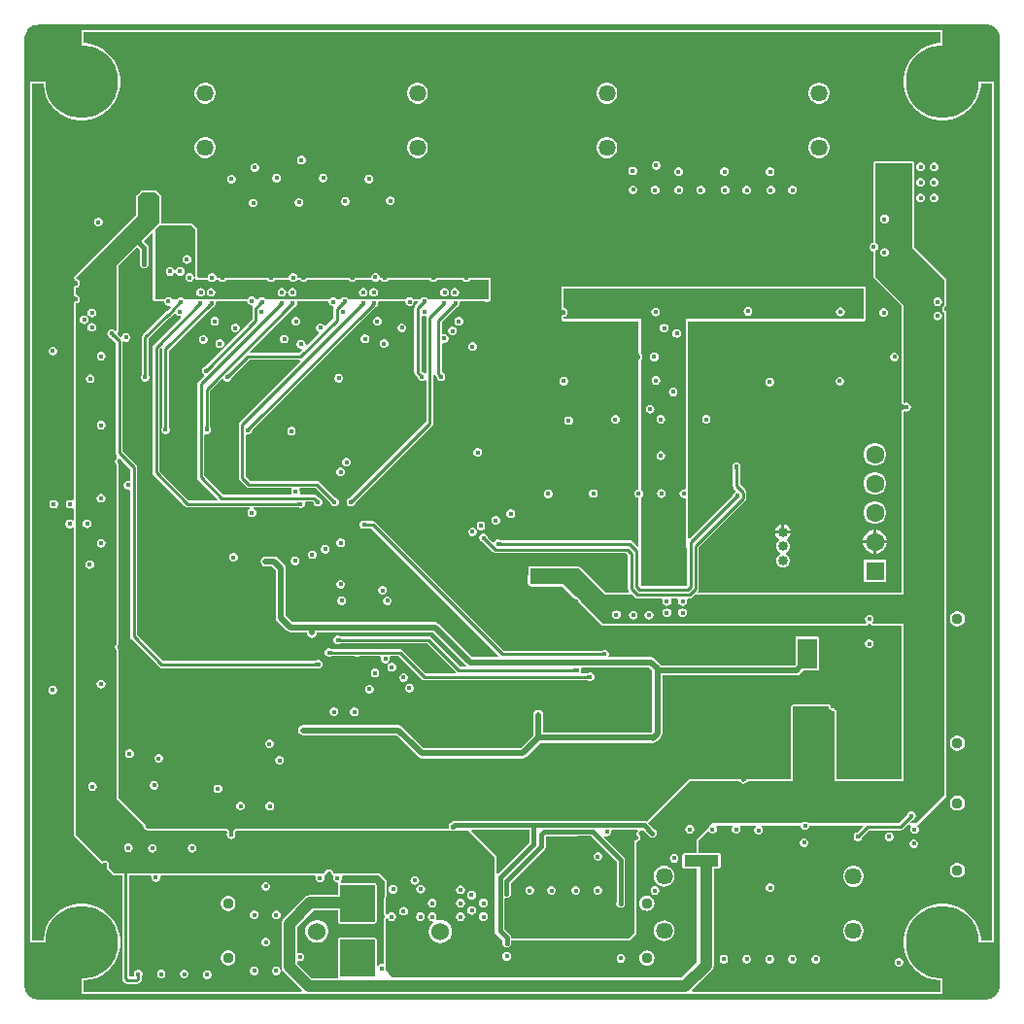
<source format=gbr>
G04*
G04 #@! TF.GenerationSoftware,Altium Limited,Altium Designer,24.1.2 (44)*
G04*
G04 Layer_Physical_Order=3*
G04 Layer_Color=16440176*
%FSLAX44Y44*%
%MOMM*%
G71*
G04*
G04 #@! TF.SameCoordinates,594C4E7E-5880-4872-9B90-1EBF5E6123A4*
G04*
G04*
G04 #@! TF.FilePolarity,Positive*
G04*
G01*
G75*
%ADD15C,0.2540*%
%ADD16C,0.5080*%
%ADD20C,0.3810*%
%ADD133C,1.0000*%
%ADD140R,4.5759X4.5772*%
%ADD141R,4.5898X4.6031*%
%ADD142R,4.5498X4.5450*%
%ADD143R,4.5846X4.5929*%
%ADD144C,1.4580*%
%ADD145C,0.9500*%
%ADD147C,1.0000*%
%ADD148C,6.3500*%
%ADD150C,0.8500*%
%ADD151R,1.6000X1.6000*%
%ADD152C,1.6000*%
%ADD153C,0.4000*%
%ADD154C,1.5240*%
%ADD155R,2.9718X0.9841*%
%ADD156R,3.0226X3.2154*%
%ADD157R,3.0251X3.2004*%
%ADD158R,1.6591X2.6605*%
G36*
X798187Y833528D02*
X797361D01*
X792149Y832702D01*
X787130Y831072D01*
X782428Y828676D01*
X778158Y825574D01*
X774426Y821842D01*
X771324Y817572D01*
X768928Y812870D01*
X767298Y807851D01*
X766472Y802639D01*
Y797361D01*
X767298Y792149D01*
X768928Y787130D01*
X771324Y782428D01*
X774426Y778158D01*
X778158Y774426D01*
X782428Y771324D01*
X787130Y768928D01*
X792149Y767298D01*
X797361Y766472D01*
X802639D01*
X807851Y767298D01*
X812870Y768928D01*
X817572Y771324D01*
X821842Y774426D01*
X825574Y778158D01*
X828676Y782428D01*
X831072Y787130D01*
X832702Y792149D01*
X833528Y797361D01*
Y798187D01*
X843140D01*
Y51813D01*
X833528D01*
Y52639D01*
X832702Y57851D01*
X831072Y62870D01*
X828676Y67572D01*
X825574Y71842D01*
X821842Y75574D01*
X817572Y78676D01*
X812870Y81072D01*
X807851Y82703D01*
X802639Y83528D01*
X797361D01*
X792149Y82703D01*
X787130Y81072D01*
X782428Y78676D01*
X778158Y75574D01*
X774426Y71842D01*
X771324Y67572D01*
X768928Y62870D01*
X767298Y57851D01*
X766472Y52639D01*
Y47361D01*
X767298Y42149D01*
X768928Y37130D01*
X771324Y32427D01*
X774426Y28158D01*
X778158Y24426D01*
X782428Y21324D01*
X787130Y18928D01*
X792149Y17298D01*
X797361Y16472D01*
X798187D01*
Y6921D01*
X582382D01*
X581896Y8094D01*
X598810Y25008D01*
X599896Y26423D01*
X600579Y28072D01*
X600812Y29842D01*
Y114330D01*
X605028D01*
X605722Y114468D01*
X606310Y114861D01*
X606703Y115449D01*
X606841Y116143D01*
Y125984D01*
X606703Y126678D01*
X606310Y127266D01*
X605722Y127659D01*
X605028Y127797D01*
X587553D01*
Y138965D01*
X595188Y146601D01*
X596434Y146353D01*
X596491Y146215D01*
X597554Y145152D01*
X598942Y144577D01*
X600446D01*
X601834Y145152D01*
X602897Y146215D01*
X603472Y147603D01*
Y149106D01*
X602897Y150495D01*
X602804Y150587D01*
X603330Y151857D01*
X616721D01*
X617247Y150587D01*
X617155Y150495D01*
X616579Y149106D01*
Y147603D01*
X617155Y146215D01*
X618217Y145152D01*
X619606Y144577D01*
X621109D01*
X622497Y145152D01*
X623560Y146215D01*
X624135Y147603D01*
Y149106D01*
X623560Y150495D01*
X623468Y150587D01*
X623994Y151857D01*
X637107D01*
X637307Y151484D01*
X637496Y150587D01*
X636623Y149714D01*
X636048Y148326D01*
Y146823D01*
X636623Y145434D01*
X637686Y144371D01*
X639075Y143796D01*
X640577D01*
X641966Y144371D01*
X643029Y145434D01*
X643604Y146823D01*
Y148326D01*
X643029Y149714D01*
X642156Y150587D01*
X642345Y151484D01*
X642545Y151857D01*
X676487D01*
Y150760D01*
X677062Y149372D01*
X678125Y148309D01*
X679513Y147734D01*
X681016D01*
X682405Y148309D01*
X683468Y149372D01*
X684043Y150760D01*
Y151857D01*
X730150D01*
X730636Y150684D01*
X725730Y145777D01*
X725595D01*
X724207Y145202D01*
X723144Y144139D01*
X722569Y142751D01*
Y141248D01*
X723144Y139859D01*
X724207Y138796D01*
X725595Y138221D01*
X727098D01*
X728487Y138796D01*
X729549Y139859D01*
X730125Y141248D01*
Y141382D01*
X736287Y147544D01*
X763300D01*
X764490Y147781D01*
X765498Y148455D01*
X769587Y152544D01*
X769915Y152595D01*
X771090Y152388D01*
X771679Y151995D01*
X772372Y151857D01*
X772395D01*
X772921Y150587D01*
X772565Y150231D01*
X771990Y148842D01*
Y147339D01*
X772565Y145951D01*
X773628Y144888D01*
X775016Y144313D01*
X776519D01*
X777908Y144888D01*
X778971Y145951D01*
X779546Y147339D01*
Y148842D01*
X778971Y150231D01*
X778344Y150858D01*
X778327Y150904D01*
X778444Y152280D01*
X778493Y152368D01*
X778522Y152388D01*
X803191Y177057D01*
X803584Y177645D01*
X803722Y178339D01*
Y598438D01*
X803687Y598613D01*
Y598791D01*
X803619Y598956D01*
X803584Y599132D01*
X803485Y599280D01*
X803417Y599445D01*
X803290Y599571D01*
X803191Y599720D01*
X803043Y599819D01*
X802916Y599945D01*
X802008Y600552D01*
X801573Y601202D01*
X801421Y601969D01*
X801573Y602736D01*
X802008Y603386D01*
X802916Y603993D01*
X803043Y604119D01*
X803191Y604219D01*
X803290Y604367D01*
X803417Y604493D01*
X803485Y604658D01*
X803584Y604807D01*
X803619Y604982D01*
X803687Y605147D01*
Y605325D01*
X803722Y605500D01*
Y626646D01*
X803584Y627340D01*
X803191Y627928D01*
X775243Y655877D01*
Y728980D01*
X775105Y729674D01*
X774712Y730262D01*
X774124Y730655D01*
X773430Y730793D01*
X741680D01*
X740986Y730655D01*
X740398Y730262D01*
X740005Y729674D01*
X739867Y728980D01*
Y659606D01*
X739405D01*
X738016Y659031D01*
X736953Y657968D01*
X736378Y656580D01*
Y655077D01*
X736953Y653688D01*
X738016Y652625D01*
X739405Y652050D01*
X739867D01*
Y629920D01*
X740005Y629226D01*
X740398Y628638D01*
X764251Y604785D01*
Y520501D01*
X764303Y520240D01*
X764329Y519975D01*
X764372Y519896D01*
X764389Y519807D01*
X764537Y519586D01*
X764663Y519351D01*
X764732Y519294D01*
X764782Y519219D01*
X765004Y519071D01*
X765210Y518902D01*
X765333Y518836D01*
X765419Y518810D01*
X765492Y518761D01*
X766638Y518285D01*
X766815Y518249D01*
X766980Y518181D01*
X767158D01*
X767332Y518146D01*
X767508Y518181D01*
X767688D01*
X768622Y518367D01*
X769389Y518214D01*
X770039Y517780D01*
X770473Y517130D01*
X770626Y516363D01*
X770473Y515596D01*
X770039Y514946D01*
X769389Y514512D01*
X768622Y514359D01*
X767688Y514545D01*
X767508D01*
X767332Y514580D01*
X767158Y514545D01*
X766980D01*
X766815Y514477D01*
X766638Y514441D01*
X765492Y513965D01*
X765418Y513916D01*
X765333Y513890D01*
X765210Y513824D01*
X765004Y513655D01*
X764782Y513507D01*
X764732Y513432D01*
X764663Y513375D01*
X764537Y513140D01*
X764389Y512919D01*
X764372Y512830D01*
X764329Y512751D01*
X764303Y512486D01*
X764251Y512225D01*
Y354365D01*
X587432D01*
X587046Y355635D01*
X587579Y356432D01*
X587816Y357621D01*
Y394164D01*
X628275Y434624D01*
X628949Y435632D01*
X629186Y436821D01*
Y442245D01*
X628949Y443435D01*
X628275Y444443D01*
X623618Y449100D01*
Y462191D01*
X623713Y462287D01*
X624289Y463675D01*
Y465178D01*
X623713Y466567D01*
X622651Y467629D01*
X621262Y468205D01*
X619759D01*
X618371Y467629D01*
X617308Y466567D01*
X616733Y465178D01*
Y463675D01*
X617308Y462287D01*
X617403Y462191D01*
Y447813D01*
X617639Y446623D01*
X618313Y445615D01*
X620065Y443863D01*
X619687Y442445D01*
X618890Y442115D01*
X617827Y441052D01*
X617252Y439664D01*
Y439529D01*
X579566Y401843D01*
X578393Y402329D01*
Y436250D01*
X578372Y436353D01*
X578381Y436457D01*
X578304Y436697D01*
X578255Y436944D01*
X578197Y437031D01*
X578165Y437130D01*
X578002Y437323D01*
X577862Y437532D01*
X577887Y438764D01*
X577990Y438867D01*
X578565Y440256D01*
Y441759D01*
X577990Y443147D01*
X577887Y443251D01*
X577862Y444483D01*
X578002Y444692D01*
X578165Y444885D01*
X578197Y444984D01*
X578255Y445071D01*
X578304Y445318D01*
X578381Y445558D01*
X578372Y445662D01*
X578393Y445764D01*
Y591225D01*
X731468D01*
X732162Y591363D01*
X732750Y591756D01*
X732802Y591808D01*
X733195Y592396D01*
X733333Y593090D01*
Y619760D01*
X733195Y620454D01*
X732802Y621042D01*
X732214Y621435D01*
X731520Y621573D01*
X469698D01*
X469004Y621435D01*
X468416Y621042D01*
X468023Y620454D01*
X467885Y619760D01*
Y602746D01*
X467920Y602570D01*
Y602392D01*
X467988Y602227D01*
X468023Y602052D01*
X468122Y601903D01*
X468191Y601738D01*
X468317Y601612D01*
X468416Y601464D01*
X468565Y601365D01*
X468691Y601238D01*
X468856Y601170D01*
X469004Y601071D01*
X469179Y601036D01*
X469344Y600968D01*
X470465Y600745D01*
X471115Y600310D01*
X471549Y599660D01*
X471702Y598894D01*
X471549Y598127D01*
X471115Y597477D01*
X470465Y597042D01*
X469344Y596819D01*
X469179Y596751D01*
X469004Y596716D01*
X468856Y596617D01*
X468691Y596549D01*
X468565Y596423D01*
X468416Y596323D01*
X468317Y596175D01*
X468191Y596049D01*
X468122Y595884D01*
X468023Y595735D01*
X467988Y595560D01*
X467920Y595395D01*
Y595217D01*
X467885Y595042D01*
Y593048D01*
X468023Y592354D01*
X468416Y591766D01*
X468426Y591756D01*
X469014Y591363D01*
X469708Y591225D01*
X535397D01*
Y563311D01*
X535432Y563136D01*
X535432Y562957D01*
X535500Y562792D01*
X535535Y562617D01*
X535634Y562469D01*
X535703Y562304D01*
X535727Y562280D01*
X536352Y561345D01*
X536504Y560578D01*
X536352Y559811D01*
X535727Y558876D01*
X535703Y558852D01*
X535634Y558687D01*
X535535Y558539D01*
X535500Y558364D01*
X535432Y558199D01*
X535432Y558020D01*
X535397Y557845D01*
Y444785D01*
X534564D01*
X533176Y444210D01*
X532113Y443147D01*
X531538Y441759D01*
Y440256D01*
X532113Y438867D01*
X533176Y437805D01*
X534564Y437229D01*
X535397D01*
Y395263D01*
X534224Y394777D01*
X529635Y399365D01*
X528627Y400039D01*
X527438Y400275D01*
X415234D01*
X415139Y400370D01*
X413750Y400946D01*
X412247D01*
X410858Y400370D01*
X409796Y399308D01*
X409700Y399076D01*
X408202Y398778D01*
X403896Y403083D01*
Y403218D01*
X403321Y404607D01*
X402258Y405669D01*
X400870Y406245D01*
X399367D01*
X397978Y405669D01*
X396916Y404607D01*
X396340Y403218D01*
Y401715D01*
X396916Y400326D01*
X397978Y399264D01*
X399367Y398689D01*
X399501D01*
X408268Y389922D01*
X409276Y389249D01*
X410465Y389012D01*
X524331D01*
X526031Y387311D01*
Y357678D01*
X526268Y356489D01*
X526839Y355635D01*
X526537Y354506D01*
X526479Y354365D01*
X506719D01*
X484006Y377077D01*
X483418Y377470D01*
X482724Y377608D01*
X440749D01*
X440407Y377541D01*
X440062Y377473D01*
X440059Y377471D01*
X440055Y377470D01*
X439764Y377276D01*
X439472Y377083D01*
X439470Y377080D01*
X439467Y377077D01*
X439273Y376787D01*
X439077Y376496D01*
X439076Y376493D01*
X439074Y376489D01*
X439005Y376146D01*
X438936Y375803D01*
X438881Y362858D01*
X438881Y362856D01*
X438881Y362854D01*
X438949Y362509D01*
X439016Y362163D01*
X439017Y362162D01*
X439017Y362160D01*
X439212Y361867D01*
X439407Y361573D01*
X439408Y361572D01*
X439409Y361571D01*
X440305Y360671D01*
X440307Y360670D01*
X440308Y360668D01*
X440596Y360476D01*
X440893Y360277D01*
X440895Y360276D01*
X440896Y360275D01*
X441239Y360207D01*
X441586Y360137D01*
X441588Y360138D01*
X441590Y360137D01*
X442140D01*
X442315Y360172D01*
X442387D01*
X442562Y360137D01*
X455162D01*
X455337Y360172D01*
X455410D01*
X455585Y360137D01*
X468895D01*
X479464Y349569D01*
X479612Y349469D01*
X479738Y349343D01*
X479903Y349275D01*
X480052Y349176D01*
X480227Y349141D01*
X480392Y349072D01*
X480548D01*
X481590Y348865D01*
X482240Y348431D01*
X482675Y347781D01*
X482882Y346738D01*
Y346582D01*
X482950Y346417D01*
X482985Y346242D01*
X483084Y346094D01*
X483153Y345929D01*
X483279Y345803D01*
X483378Y345654D01*
X502654Y326378D01*
X503242Y325985D01*
X503936Y325847D01*
X733342D01*
X733430Y325865D01*
X733520Y325856D01*
X733775Y325933D01*
X734036Y325985D01*
X734110Y326035D01*
X734197Y326061D01*
X734402Y326230D01*
X734624Y326378D01*
X734674Y326453D01*
X734743Y326510D01*
X734869Y326745D01*
X735017Y326966D01*
X735594Y327946D01*
X737097D01*
X737675Y326966D01*
X737823Y326745D01*
X737949Y326510D01*
X738018Y326453D01*
X738068Y326378D01*
X738290Y326230D01*
X738495Y326061D01*
X738581Y326035D01*
X738656Y325985D01*
X738917Y325933D01*
X739172Y325856D01*
X739262Y325865D01*
X739350Y325847D01*
X764251D01*
Y192313D01*
X707933D01*
Y250995D01*
X707915Y251083D01*
X707924Y251173D01*
X707847Y251428D01*
X707795Y251689D01*
X707745Y251764D01*
X707719Y251850D01*
X707550Y252056D01*
X707402Y252277D01*
X707327Y252327D01*
X707270Y252397D01*
X706288Y253202D01*
X706209Y253245D01*
X706145Y253308D01*
X705899Y253410D01*
X705665Y253536D01*
X705575Y253545D01*
X705492Y253579D01*
X705226D01*
X704961Y253605D01*
X704875Y253579D01*
X704785D01*
X704679Y253558D01*
X703912Y253710D01*
X703262Y254145D01*
X702828Y254795D01*
X702663Y255624D01*
X702595Y255789D01*
X702560Y255964D01*
X702460Y256112D01*
X702392Y256277D01*
X702266Y256403D01*
X702167Y256552D01*
X702018Y256651D01*
X701892Y256777D01*
X701727Y256846D01*
X701579Y256945D01*
X701404Y256980D01*
X701239Y257048D01*
X701060D01*
X700885Y257083D01*
X669975D01*
X669281Y256945D01*
X668693Y256552D01*
X668300Y255964D01*
X668162Y255270D01*
Y192313D01*
X630333D01*
X630158Y192278D01*
X629979D01*
X629814Y192210D01*
X629639Y192175D01*
X629491Y192076D01*
X629326Y192007D01*
X629200Y191881D01*
X629051Y191782D01*
X628952Y191633D01*
X628826Y191507D01*
X628757Y191342D01*
X628658Y191194D01*
X628652Y191161D01*
X628167Y190435D01*
X627517Y190001D01*
X626750Y189848D01*
X625983Y190001D01*
X625333Y190435D01*
X624848Y191161D01*
X624842Y191194D01*
X624743Y191342D01*
X624674Y191507D01*
X624548Y191633D01*
X624449Y191782D01*
X624300Y191881D01*
X624174Y192007D01*
X624009Y192076D01*
X623861Y192175D01*
X623686Y192210D01*
X623521Y192278D01*
X623342D01*
X623167Y192313D01*
X580644D01*
X579950Y192175D01*
X579362Y191782D01*
X542527Y154946D01*
X542480Y154877D01*
X541612Y155456D01*
X540175Y155742D01*
X374664D01*
X373226Y155456D01*
X372008Y154642D01*
X371345Y153979D01*
X371202Y153920D01*
X370140Y152857D01*
X369564Y151469D01*
Y149966D01*
X369682Y149681D01*
X368977Y148625D01*
X184263D01*
X184001Y148573D01*
X183736Y148547D01*
X183657Y148504D01*
X183569Y148487D01*
X183347Y148339D01*
X183113Y148213D01*
X183056Y148144D01*
X182981Y148094D01*
X182833Y147872D01*
X182664Y147667D01*
X181985Y146397D01*
X181908Y146142D01*
X181806Y145896D01*
Y145806D01*
X181780Y145720D01*
X181806Y145455D01*
Y145188D01*
X181840Y145105D01*
X181849Y145016D01*
X181975Y144781D01*
X182003Y144712D01*
X182175Y143849D01*
X182022Y143082D01*
X181588Y142432D01*
X180938Y141998D01*
X180171Y141846D01*
X179404Y141998D01*
X178754Y142432D01*
X178320Y143082D01*
X178167Y143849D01*
X178339Y144712D01*
X178368Y144781D01*
X178493Y145016D01*
X178502Y145105D01*
X178536Y145188D01*
Y145455D01*
X178563Y145720D01*
X178536Y145806D01*
Y145896D01*
X178435Y146142D01*
X178357Y146397D01*
X177678Y147667D01*
X177509Y147872D01*
X177362Y148094D01*
X177287Y148144D01*
X177230Y148213D01*
X176995Y148339D01*
X176773Y148487D01*
X176685Y148504D01*
X176606Y148547D01*
X176341Y148573D01*
X176080Y148625D01*
X109209D01*
X109115Y148719D01*
X108966Y148818D01*
X108840Y148944D01*
X108675Y149013D01*
X108527Y149112D01*
X108351Y149147D01*
X108187Y149215D01*
X108008D01*
X107833Y149250D01*
X107658Y149215D01*
X107479D01*
X107405Y149200D01*
X106638Y149353D01*
X105988Y149787D01*
X105554Y150437D01*
X105401Y151204D01*
X105416Y151278D01*
Y151457D01*
X105451Y151632D01*
X105416Y151807D01*
Y151985D01*
X105348Y152150D01*
X105313Y152325D01*
X105214Y152474D01*
X105146Y152639D01*
X105019Y152765D01*
X104920Y152914D01*
X82077Y175757D01*
Y304355D01*
X82042Y304531D01*
Y304709D01*
X81974Y304874D01*
X81939Y305049D01*
X81840Y305198D01*
X81771Y305362D01*
X81645Y305489D01*
X81546Y305637D01*
X81397Y305736D01*
X81385Y305749D01*
X80905Y306467D01*
X80752Y307234D01*
X80905Y308001D01*
X81385Y308719D01*
X81397Y308732D01*
X81546Y308831D01*
X81645Y308979D01*
X81771Y309105D01*
X81840Y309270D01*
X81939Y309419D01*
X81974Y309594D01*
X82042Y309759D01*
Y309938D01*
X82077Y310113D01*
Y466291D01*
X82042Y466466D01*
Y466645D01*
X81974Y466810D01*
X81939Y466985D01*
X81840Y467134D01*
X81771Y467299D01*
X81645Y467425D01*
X81546Y467573D01*
X81438Y467645D01*
X80953Y468371D01*
X80800Y469138D01*
X80953Y469905D01*
X81438Y470630D01*
X81546Y470703D01*
X81645Y470851D01*
X81771Y470978D01*
X81840Y471142D01*
X83040Y471470D01*
X83099Y471470D01*
X83237Y471449D01*
X92110Y462576D01*
Y452739D01*
X91054Y452033D01*
X90921Y452088D01*
X89418D01*
X88030Y451513D01*
X86967Y450450D01*
X86392Y449062D01*
Y447559D01*
X86967Y446170D01*
X88030Y445107D01*
X89418Y444532D01*
X90921D01*
X91054Y444587D01*
X92110Y443881D01*
Y316262D01*
X92347Y315073D01*
X93020Y314065D01*
X117169Y289916D01*
X118178Y289242D01*
X119367Y289005D01*
X253910D01*
X254005Y288910D01*
X255393Y288335D01*
X256896D01*
X258285Y288910D01*
X259348Y289973D01*
X259923Y291362D01*
Y292865D01*
X259348Y294253D01*
X258285Y295316D01*
X256896Y295891D01*
X255393D01*
X254005Y295316D01*
X253910Y295221D01*
X120654D01*
X98326Y317549D01*
Y463863D01*
X98089Y465052D01*
X97416Y466060D01*
X85658Y477818D01*
Y572929D01*
X85674Y572952D01*
X86928Y573673D01*
X87735Y573338D01*
X89238D01*
X90627Y573914D01*
X91689Y574976D01*
X92264Y576365D01*
Y577868D01*
X91689Y579256D01*
X90627Y580319D01*
X89238Y580894D01*
X87735D01*
X86347Y580319D01*
X85284Y579256D01*
X84708Y577868D01*
Y577863D01*
X83439Y577337D01*
X80738Y580038D01*
X80775Y581001D01*
X80783Y581036D01*
X80871Y581240D01*
X81061Y581510D01*
X81179Y581589D01*
X81414Y581714D01*
X81471Y581784D01*
X81546Y581834D01*
X81694Y582055D01*
X81863Y582261D01*
X81889Y582347D01*
X81939Y582422D01*
X81991Y582683D01*
X82068Y582938D01*
X82059Y583027D01*
X82077Y583116D01*
Y639583D01*
X98431Y655938D01*
X100478Y653891D01*
Y641002D01*
X100519Y640795D01*
Y640187D01*
X100752Y639625D01*
X100764Y639565D01*
X100797Y639515D01*
X101094Y638798D01*
X102157Y637735D01*
X103546Y637160D01*
X105049D01*
X106437Y637735D01*
X107500Y638798D01*
X108075Y640187D01*
Y641690D01*
X107988Y641899D01*
Y654421D01*
X108075Y654631D01*
Y656134D01*
X107500Y657522D01*
X106437Y658585D01*
X106382Y658608D01*
X103742Y661248D01*
X110806Y668312D01*
X111979Y667826D01*
Y610362D01*
X112117Y609668D01*
X112510Y609080D01*
X113098Y608687D01*
X113792Y608549D01*
X121777D01*
Y607792D01*
X122353Y606404D01*
X123415Y605341D01*
X124804Y604766D01*
X126307D01*
X126345Y604781D01*
X127377Y603979D01*
X127412Y603849D01*
X126796Y602927D01*
X126667Y602275D01*
X124455Y600063D01*
X123803Y599934D01*
X122795Y599260D01*
X102958Y579424D01*
X102285Y578416D01*
X102048Y577226D01*
Y544685D01*
X101953Y544590D01*
X101378Y543202D01*
Y541699D01*
X101953Y540310D01*
X103016Y539247D01*
X104404Y538672D01*
X105907D01*
X107296Y539247D01*
X108359Y540310D01*
X108934Y541699D01*
Y543202D01*
X108359Y544590D01*
X108264Y544685D01*
Y575939D01*
X126386Y594062D01*
X127038Y594191D01*
X128046Y594865D01*
X130767Y597586D01*
X132265Y597288D01*
X132316Y597165D01*
X133379Y596103D01*
X134768Y595528D01*
X135947D01*
X136514Y594572D01*
X136569Y594354D01*
X112578Y570363D01*
X111905Y569355D01*
X111668Y568166D01*
Y459264D01*
X111905Y458075D01*
X112578Y457067D01*
X139848Y429797D01*
X140856Y429123D01*
X142045Y428887D01*
X196292D01*
X196545Y427617D01*
X195980Y427383D01*
X194917Y426320D01*
X194342Y424931D01*
Y423428D01*
X194917Y422040D01*
X195980Y420977D01*
X197369Y420402D01*
X198871D01*
X200260Y420977D01*
X201323Y422040D01*
X201898Y423428D01*
Y424931D01*
X201323Y426320D01*
X200260Y427383D01*
X199695Y427617D01*
X199948Y428887D01*
X238470D01*
X238565Y428792D01*
X239954Y428217D01*
X241457D01*
X242845Y428792D01*
X243908Y429855D01*
X244483Y431243D01*
Y432746D01*
X244428Y432879D01*
X245134Y433935D01*
X250956D01*
X252027Y432864D01*
Y432729D01*
X252602Y431341D01*
X253665Y430278D01*
X255053Y429703D01*
X256556D01*
X257945Y430278D01*
X259008Y431341D01*
X259583Y432729D01*
Y434232D01*
X259008Y435621D01*
X257945Y436684D01*
X256556Y437259D01*
X256422D01*
X254440Y439240D01*
X253432Y439914D01*
X252243Y440150D01*
X240834D01*
X239985Y441420D01*
X240203Y441945D01*
Y443448D01*
X239786Y444455D01*
X240399Y445725D01*
X253617D01*
X266479Y432864D01*
Y432729D01*
X267054Y431341D01*
X268116Y430278D01*
X269505Y429703D01*
X271008D01*
X272397Y430278D01*
X273459Y431341D01*
X274035Y432729D01*
Y434232D01*
X273459Y435621D01*
X272397Y436684D01*
X271008Y437259D01*
X270874D01*
X257102Y451030D01*
X256094Y451704D01*
X254905Y451940D01*
X196854D01*
X192809Y455986D01*
Y491934D01*
X193865Y492640D01*
X193998Y492585D01*
X195501D01*
X196889Y493160D01*
X197952Y494223D01*
X198527Y495611D01*
Y496069D01*
X305620Y603161D01*
X306686Y603603D01*
X307749Y604666D01*
X308324Y606054D01*
Y607557D01*
X308987Y608549D01*
X331992D01*
Y607412D01*
X332567Y606023D01*
X333629Y604961D01*
X335018Y604385D01*
X336521D01*
X337910Y604961D01*
X338972Y606023D01*
X339548Y607412D01*
Y608549D01*
X342617D01*
X343102Y607376D01*
X340555Y604828D01*
X339882Y603820D01*
X339645Y602631D01*
Y546616D01*
X339882Y545426D01*
X340555Y544418D01*
X342761Y542212D01*
Y542077D01*
X343337Y540689D01*
X344399Y539626D01*
X345788Y539051D01*
X347291D01*
X348680Y539626D01*
X348974Y539920D01*
X350244Y539394D01*
Y503639D01*
X283863Y437259D01*
X283729D01*
X282340Y436684D01*
X281277Y435621D01*
X280702Y434232D01*
Y432729D01*
X281277Y431341D01*
X282340Y430278D01*
X283729Y429703D01*
X285231D01*
X286620Y430278D01*
X287683Y431341D01*
X288258Y432729D01*
Y432864D01*
X355549Y500155D01*
X356223Y501163D01*
X356459Y502352D01*
Y544369D01*
X357729Y544494D01*
X357809Y544094D01*
X358483Y543086D01*
X359356Y542212D01*
Y542077D01*
X359931Y540689D01*
X360994Y539626D01*
X362383Y539051D01*
X363886D01*
X365274Y539626D01*
X366337Y540689D01*
X366912Y542077D01*
Y543580D01*
X366337Y544969D01*
X365274Y546032D01*
X363886Y546607D01*
X363788D01*
Y571638D01*
X364844Y572344D01*
X364977Y572289D01*
X366479D01*
X367868Y572864D01*
X368931Y573927D01*
X369506Y575315D01*
Y576818D01*
X368931Y578207D01*
X367868Y579270D01*
X366479Y579845D01*
X364977D01*
X364844Y579790D01*
X363788Y580495D01*
Y590795D01*
X376025Y603032D01*
X376160D01*
X377548Y603607D01*
X378611Y604670D01*
X379186Y606059D01*
Y607562D01*
X379846Y608549D01*
X401107D01*
X401914Y608215D01*
X403417D01*
X404224Y608549D01*
X404876D01*
X405570Y608687D01*
X406158Y609080D01*
X406551Y609668D01*
X406689Y610362D01*
Y627380D01*
X406551Y628074D01*
X406158Y628662D01*
X405570Y629055D01*
X404876Y629193D01*
X388195D01*
X388019Y629158D01*
X387841D01*
X387676Y629090D01*
X387501Y629055D01*
X387352Y628956D01*
X387187Y628887D01*
X387061Y628761D01*
X386913Y628662D01*
X386814Y628513D01*
X386687Y628387D01*
X386375Y627920D01*
X385725Y627486D01*
X384958Y627333D01*
X384192Y627486D01*
X383542Y627920D01*
X383230Y628387D01*
X383103Y628513D01*
X383004Y628662D01*
X382856Y628761D01*
X382729Y628887D01*
X382565Y628956D01*
X382416Y629055D01*
X382241Y629090D01*
X382076Y629158D01*
X381897D01*
X381722Y629193D01*
X359795D01*
X359620Y629158D01*
X359441D01*
X359276Y629090D01*
X359101Y629055D01*
X358952Y628956D01*
X358787Y628887D01*
X358661Y628761D01*
X358513Y628662D01*
X358414Y628513D01*
X358287Y628387D01*
X357952Y627885D01*
X357302Y627451D01*
X356535Y627299D01*
X355768Y627451D01*
X355118Y627885D01*
X354783Y628387D01*
X354657Y628513D01*
X354558Y628662D01*
X354409Y628761D01*
X354283Y628887D01*
X354118Y628956D01*
X353969Y629055D01*
X353795Y629090D01*
X353629Y629158D01*
X353451D01*
X353276Y629193D01*
X317335D01*
X317160Y629158D01*
X316982D01*
X316817Y629090D01*
X316642Y629055D01*
X316493Y628956D01*
X316328Y628887D01*
X316202Y628761D01*
X316053Y628662D01*
X315954Y628513D01*
X315828Y628387D01*
X315513Y627916D01*
X314863Y627482D01*
X314096Y627329D01*
X313329Y627482D01*
X312679Y627916D01*
X312365Y628387D01*
X312238Y628513D01*
X312139Y628662D01*
X311991Y628761D01*
X311864Y628887D01*
X311699Y628956D01*
X311551Y629055D01*
X311376Y629090D01*
X311211Y629158D01*
X311032D01*
X310857Y629193D01*
X309654D01*
Y630172D01*
X309079Y631560D01*
X308016Y632623D01*
X306628Y633198D01*
X305125D01*
X303736Y632623D01*
X302674Y631560D01*
X302099Y630172D01*
Y629193D01*
X288935D01*
X288760Y629158D01*
X288582D01*
X288417Y629090D01*
X288242Y629055D01*
X288093Y628956D01*
X287928Y628887D01*
X287802Y628761D01*
X287653Y628662D01*
X287554Y628513D01*
X287428Y628387D01*
X287090Y627881D01*
X286440Y627447D01*
X285673Y627294D01*
X284906Y627447D01*
X284256Y627881D01*
X283918Y628387D01*
X283792Y628513D01*
X283692Y628662D01*
X283544Y628761D01*
X283418Y628887D01*
X283253Y628956D01*
X283104Y629055D01*
X282929Y629090D01*
X282764Y629158D01*
X282586D01*
X282411Y629193D01*
X246480D01*
X246304Y629158D01*
X246126D01*
X245961Y629090D01*
X245786Y629055D01*
X245637Y628956D01*
X245472Y628887D01*
X245346Y628761D01*
X245198Y628662D01*
X245098Y628513D01*
X244972Y628387D01*
X244657Y627916D01*
X244007Y627482D01*
X243241Y627329D01*
X242474Y627482D01*
X241824Y627916D01*
X241509Y628387D01*
X241383Y628513D01*
X241283Y628662D01*
X241135Y628761D01*
X241009Y628887D01*
X240844Y628956D01*
X240695Y629055D01*
X240520Y629090D01*
X240355Y629158D01*
X240177D01*
X240002Y629193D01*
X237980D01*
Y630084D01*
X237405Y631473D01*
X236342Y632536D01*
X234954Y633111D01*
X233451D01*
X232062Y632536D01*
X230999Y631473D01*
X230424Y630084D01*
Y629193D01*
X218080D01*
X217904Y629158D01*
X217726D01*
X217561Y629090D01*
X217386Y629055D01*
X217237Y628956D01*
X217073Y628887D01*
X216946Y628761D01*
X216798Y628662D01*
X216699Y628513D01*
X216572Y628387D01*
X216234Y627881D01*
X215584Y627447D01*
X214817Y627294D01*
X214051Y627447D01*
X213400Y627881D01*
X213062Y628387D01*
X212936Y628513D01*
X212837Y628662D01*
X212688Y628761D01*
X212562Y628887D01*
X212397Y628956D01*
X212249Y629055D01*
X212074Y629090D01*
X211909Y629158D01*
X211730D01*
X211555Y629193D01*
X175705D01*
X175530Y629158D01*
X175351D01*
X175186Y629090D01*
X175011Y629055D01*
X174863Y628956D01*
X174698Y628887D01*
X174572Y628761D01*
X174423Y628662D01*
X174324Y628513D01*
X174198Y628387D01*
X173883Y627916D01*
X173233Y627482D01*
X172466Y627329D01*
X171699Y627482D01*
X171049Y627916D01*
X170734Y628387D01*
X170608Y628513D01*
X170509Y628662D01*
X170360Y628761D01*
X170234Y628887D01*
X170069Y628956D01*
X169921Y629055D01*
X169746Y629090D01*
X169581Y629158D01*
X169402D01*
X169227Y629193D01*
X167206D01*
Y630084D01*
X166630Y631473D01*
X165568Y632536D01*
X164179Y633111D01*
X162676D01*
X161287Y632536D01*
X160225Y631473D01*
X159649Y630084D01*
Y629193D01*
X152105D01*
X152028Y629212D01*
X150911Y629759D01*
Y671143D01*
X150773Y671836D01*
X150380Y672424D01*
X147152Y675652D01*
X146564Y676045D01*
X145871Y676183D01*
X145386D01*
X144663Y676482D01*
X143160D01*
X142437Y676183D01*
X120072D01*
X119161Y677418D01*
Y700278D01*
X119023Y700972D01*
X118630Y701560D01*
X118630Y701560D01*
X115582Y704608D01*
X114994Y705001D01*
X114300Y705139D01*
X102362D01*
X101668Y705001D01*
X101080Y704608D01*
X101080Y704608D01*
X97778Y701306D01*
X97385Y700718D01*
X97247Y700024D01*
Y684011D01*
X43797Y630561D01*
X43681Y630387D01*
X43539Y630235D01*
X43487Y630096D01*
X43404Y629973D01*
X43364Y629768D01*
X43290Y629573D01*
X43295Y629425D01*
X43266Y629279D01*
X43307Y629074D01*
X43314Y628866D01*
X43632Y627508D01*
X43766Y627213D01*
X43890Y626914D01*
X43912Y626892D01*
X43924Y626864D01*
X44161Y626643D01*
X44390Y626414D01*
X44418Y626402D01*
X44441Y626381D01*
X44744Y626267D01*
X45043Y626143D01*
X45450Y626062D01*
X46100Y625628D01*
X46534Y624978D01*
X46686Y624211D01*
X46534Y623444D01*
X46100Y622794D01*
X45450Y622360D01*
X44350Y622141D01*
X44185Y622073D01*
X44010Y622038D01*
X43862Y621939D01*
X43697Y621870D01*
X43571Y621744D01*
X43422Y621645D01*
X43323Y621497D01*
X43197Y621370D01*
X43128Y621205D01*
X43029Y621057D01*
X42994Y620882D01*
X42926Y620717D01*
Y620538D01*
X42891Y620363D01*
Y614343D01*
X42926Y614168D01*
Y613989D01*
X42994Y613824D01*
X43029Y613649D01*
X43128Y613501D01*
X43197Y613336D01*
X43323Y613209D01*
X43422Y613061D01*
X43571Y612962D01*
X43697Y612835D01*
X43862Y612767D01*
X44010Y612668D01*
X44185Y612633D01*
X44350Y612565D01*
X45450Y612346D01*
X46100Y611912D01*
X46534Y611262D01*
X46686Y610495D01*
X46534Y609728D01*
X46100Y609078D01*
X45450Y608644D01*
X44350Y608425D01*
X44185Y608357D01*
X44010Y608322D01*
X43862Y608223D01*
X43697Y608154D01*
X43571Y608028D01*
X43422Y607929D01*
X43323Y607781D01*
X43197Y607654D01*
X43128Y607489D01*
X43029Y607341D01*
X42994Y607166D01*
X42926Y607001D01*
Y606822D01*
X42891Y606647D01*
Y435581D01*
X41621Y435013D01*
X40537Y435462D01*
X39034D01*
X37645Y434887D01*
X36583Y433824D01*
X36007Y432435D01*
Y430933D01*
X36583Y429544D01*
X37645Y428481D01*
X39034Y427906D01*
X40537D01*
X41621Y428355D01*
X42891Y427788D01*
Y418242D01*
X41621Y417716D01*
X41510Y417827D01*
X40121Y418402D01*
X38619D01*
X37230Y417827D01*
X36167Y416764D01*
X35592Y415376D01*
Y413873D01*
X36167Y412484D01*
X37230Y411422D01*
X38619Y410846D01*
X40121D01*
X41510Y411422D01*
X41621Y411533D01*
X42891Y411007D01*
X42891Y143510D01*
X43029Y142816D01*
X43422Y142228D01*
X66671Y118979D01*
X66820Y118880D01*
X66946Y118754D01*
X67111Y118685D01*
X67259Y118586D01*
X67434Y118551D01*
X67599Y118483D01*
X67778D01*
X67953Y118448D01*
X68128Y118483D01*
X68307D01*
X68472Y118551D01*
X68647Y118586D01*
X68795Y118685D01*
X68960Y118754D01*
X69335Y119004D01*
X70101Y119156D01*
X70868Y119004D01*
X71518Y118569D01*
X71953Y117919D01*
X72105Y117153D01*
X71953Y116386D01*
X71702Y116011D01*
X71634Y115847D01*
X71535Y115698D01*
X71500Y115523D01*
X71432Y115358D01*
Y115179D01*
X71397Y115004D01*
X71432Y114829D01*
Y114651D01*
X71500Y114486D01*
X71535Y114311D01*
X71634Y114162D01*
X71702Y113997D01*
X71829Y113871D01*
X71928Y113722D01*
X76633Y109018D01*
X77221Y108625D01*
X77915Y108487D01*
X85173D01*
Y18219D01*
X85409Y17029D01*
X86083Y16021D01*
X87571Y14533D01*
X88579Y13859D01*
X89768Y13623D01*
X97750D01*
X98940Y13859D01*
X99948Y14533D01*
X101436Y16021D01*
X102109Y17029D01*
X102346Y18219D01*
Y20166D01*
X102362Y20182D01*
X102937Y21570D01*
Y23073D01*
X102362Y24462D01*
X101299Y25524D01*
X99910Y26100D01*
X98407D01*
X97019Y25524D01*
X95956Y24462D01*
X95381Y23073D01*
Y21570D01*
X95572Y21108D01*
X94724Y19838D01*
X91388D01*
Y108487D01*
X110016D01*
X110865Y107217D01*
X110776Y107001D01*
Y105498D01*
X111351Y104110D01*
X112414Y103047D01*
X113802Y102472D01*
X115306D01*
X116694Y103047D01*
X117757Y104110D01*
X118332Y105498D01*
Y107001D01*
X118243Y107217D01*
X119092Y108487D01*
X253418D01*
X254203Y107217D01*
X253908Y106504D01*
Y105001D01*
X254483Y103612D01*
X255546Y102550D01*
X256935Y101974D01*
X258438D01*
X259826Y102550D01*
X260889Y103612D01*
X261464Y105001D01*
Y106504D01*
X261169Y107217D01*
X261502Y107984D01*
X261831Y108435D01*
X261919Y108521D01*
X262073D01*
X262238Y108590D01*
X262413Y108625D01*
X262561Y108724D01*
X262726Y108792D01*
X262853Y108918D01*
X263001Y109018D01*
X263100Y109166D01*
X263227Y109292D01*
X263295Y109457D01*
X263394Y109606D01*
X263429Y109781D01*
X263497Y109946D01*
X263567Y110297D01*
X264002Y110947D01*
X264652Y111382D01*
X265418Y111534D01*
X266185Y111382D01*
X266835Y110947D01*
X267269Y110297D01*
X267339Y109946D01*
X267408Y109781D01*
X267442Y109606D01*
X267542Y109457D01*
X267610Y109292D01*
X267736Y109166D01*
X267836Y109018D01*
X267984Y108918D01*
X268110Y108792D01*
X268275Y108724D01*
X268424Y108625D01*
X268599Y108590D01*
X269050Y108046D01*
X269208Y107784D01*
X269243Y107687D01*
X269317Y107217D01*
X269058Y106592D01*
Y105089D01*
X269633Y103700D01*
X270696Y102638D01*
X272085Y102062D01*
X272506D01*
X273185Y100792D01*
X273170Y100770D01*
X273032Y100076D01*
Y91051D01*
X249203D01*
X247433Y90818D01*
X245784Y90135D01*
X244368Y89048D01*
X226115Y70794D01*
X225028Y69378D01*
X224628Y68413D01*
X224345Y67730D01*
X224112Y65960D01*
Y28450D01*
X224345Y26680D01*
X224628Y25997D01*
X225028Y25032D01*
X226115Y23616D01*
X241636Y8094D01*
X241150Y6921D01*
X51813D01*
Y16472D01*
X52639D01*
X57851Y17298D01*
X62870Y18928D01*
X67572Y21324D01*
X71842Y24426D01*
X75574Y28158D01*
X78676Y32427D01*
X81072Y37130D01*
X82703Y42149D01*
X83528Y47361D01*
Y52639D01*
X82703Y57851D01*
X81072Y62870D01*
X78676Y67572D01*
X75574Y71842D01*
X71842Y75574D01*
X67572Y78676D01*
X62870Y81072D01*
X57851Y82703D01*
X52639Y83528D01*
X47361D01*
X42149Y82703D01*
X37130Y81072D01*
X32427Y78676D01*
X28158Y75574D01*
X24426Y71842D01*
X21324Y67572D01*
X18928Y62870D01*
X17298Y57851D01*
X16472Y52639D01*
Y51813D01*
X6920D01*
X6920Y713918D01*
X6948Y714060D01*
Y798187D01*
X16472D01*
Y797361D01*
X17298Y792149D01*
X18928Y787130D01*
X21324Y782428D01*
X24426Y778158D01*
X28158Y774426D01*
X32427Y771324D01*
X37130Y768928D01*
X42149Y767298D01*
X47361Y766472D01*
X52639D01*
X57851Y767298D01*
X62870Y768928D01*
X67572Y771324D01*
X71842Y774426D01*
X75574Y778158D01*
X78676Y782428D01*
X81072Y787130D01*
X82703Y792149D01*
X83528Y797361D01*
Y802639D01*
X82703Y807851D01*
X81072Y812870D01*
X78676Y817572D01*
X75574Y821842D01*
X71842Y825574D01*
X67572Y828676D01*
X62870Y831072D01*
X57851Y832702D01*
X52639Y833528D01*
X51813D01*
Y843056D01*
X64411D01*
X64441Y843062D01*
X798187D01*
Y833528D01*
D02*
G37*
G36*
X149098Y671143D02*
Y629759D01*
X147828Y629634D01*
X147724Y630157D01*
X147602Y630772D01*
X146767Y632022D01*
X145517Y632857D01*
X144043Y633150D01*
X142569Y632857D01*
X141319Y632022D01*
X140484Y630772D01*
X140191Y629298D01*
X140484Y627824D01*
X141319Y626574D01*
X142569Y625739D01*
X144043Y625446D01*
X145517Y625739D01*
X146767Y626574D01*
X147602Y627824D01*
X147828Y628962D01*
X149098Y628837D01*
Y627380D01*
X160189D01*
X160704Y626609D01*
X161953Y625774D01*
X163428Y625481D01*
X164902Y625774D01*
X166151Y626609D01*
X166667Y627380D01*
X169227D01*
X169742Y626609D01*
X170992Y625774D01*
X172466Y625481D01*
X173940Y625774D01*
X175190Y626609D01*
X175705Y627380D01*
X211555D01*
X212094Y626574D01*
X213343Y625739D01*
X214817Y625446D01*
X216291Y625739D01*
X217541Y626574D01*
X218080Y627380D01*
X230963D01*
X231478Y626609D01*
X232728Y625774D01*
X234202Y625481D01*
X235676Y625774D01*
X236926Y626609D01*
X237441Y627380D01*
X240002D01*
X240517Y626609D01*
X241766Y625774D01*
X243241Y625481D01*
X244715Y625774D01*
X245964Y626609D01*
X246480Y627380D01*
X282411D01*
X282949Y626574D01*
X284199Y625739D01*
X285673Y625446D01*
X287147Y625739D01*
X288397Y626574D01*
X288935Y627380D01*
X302696D01*
X303153Y626697D01*
X304402Y625862D01*
X305877Y625568D01*
X307351Y625862D01*
X308600Y626697D01*
X309057Y627380D01*
X310857D01*
X311372Y626609D01*
X312622Y625774D01*
X314096Y625481D01*
X315570Y625774D01*
X316820Y626609D01*
X317335Y627380D01*
X353276D01*
X353811Y626578D01*
X355061Y625743D01*
X356535Y625450D01*
X358009Y625743D01*
X359259Y626578D01*
X359795Y627380D01*
X381722D01*
X382235Y626613D01*
X383484Y625778D01*
X384958Y625485D01*
X386433Y625778D01*
X387682Y626613D01*
X388195Y627380D01*
X404876D01*
Y610362D01*
X376893D01*
X376882Y610369D01*
X375408Y610662D01*
X373934Y610369D01*
X373923Y610362D01*
X367393D01*
X367383Y610369D01*
X365909Y610662D01*
X364434Y610369D01*
X364424Y610362D01*
X351659D01*
X351188Y611066D01*
X349938Y611901D01*
X348464Y612195D01*
X346990Y611901D01*
X345740Y611066D01*
X345270Y610362D01*
X338844D01*
X338493Y610887D01*
X337244Y611722D01*
X335770Y612015D01*
X334295Y611722D01*
X333046Y610887D01*
X332695Y610362D01*
X306024D01*
X306020Y610365D01*
X304546Y610658D01*
X303072Y610365D01*
X303068Y610362D01*
X296525D01*
X296520Y610365D01*
X295046Y610658D01*
X293572Y610365D01*
X293568Y610362D01*
X282117D01*
X281654Y611055D01*
X280404Y611890D01*
X278930Y612183D01*
X277456Y611890D01*
X276206Y611055D01*
X275744Y610362D01*
X272061D01*
X271710Y610887D01*
X270460Y611722D01*
X268986Y612015D01*
X267512Y611722D01*
X266262Y610887D01*
X265911Y610362D01*
X235169D01*
X235165Y610365D01*
X233690Y610658D01*
X232216Y610365D01*
X232212Y610362D01*
X225669D01*
X225665Y610365D01*
X224191Y610658D01*
X222717Y610365D01*
X222712Y610362D01*
X210077D01*
X209726Y610887D01*
X208476Y611722D01*
X207002Y612015D01*
X205528Y611722D01*
X204278Y610887D01*
X203927Y610362D01*
X201400D01*
X201365Y610536D01*
X200530Y611785D01*
X199280Y612620D01*
X197806Y612913D01*
X196332Y612620D01*
X195083Y611785D01*
X194248Y610536D01*
X194213Y610362D01*
X164394D01*
X164390Y610365D01*
X162916Y610658D01*
X161442Y610365D01*
X161437Y610362D01*
X154894D01*
X154890Y610365D01*
X153416Y610658D01*
X151942Y610365D01*
X151938Y610362D01*
X139168D01*
X138817Y610887D01*
X137567Y611722D01*
X136093Y612015D01*
X134619Y611722D01*
X133369Y610887D01*
X133018Y610362D01*
X128884D01*
X128279Y611267D01*
X127030Y612102D01*
X125555Y612396D01*
X124081Y612102D01*
X122832Y611267D01*
X122227Y610362D01*
X113792D01*
Y670818D01*
X117344Y674370D01*
X145871D01*
X149098Y671143D01*
D02*
G37*
G36*
X348444Y606343D02*
X348401Y606334D01*
X348345Y606310D01*
X348276Y606268D01*
X348193Y606209D01*
X347989Y606041D01*
X347731Y605806D01*
X347421Y605504D01*
X345625Y607299D01*
X345785Y607461D01*
X346390Y608154D01*
X346431Y608223D01*
X346456Y608279D01*
X346464Y608322D01*
X348444Y606343D01*
D02*
G37*
G36*
X278910Y606331D02*
X278867Y606323D01*
X278811Y606298D01*
X278742Y606256D01*
X278659Y606198D01*
X278455Y606030D01*
X278197Y605794D01*
X277887Y605492D01*
X276091Y607288D01*
X276251Y607449D01*
X276856Y608142D01*
X276897Y608212D01*
X276922Y608268D01*
X276930Y608311D01*
X278910Y606331D01*
D02*
G37*
G36*
X206982Y606164D02*
X206939Y606156D01*
X206883Y606131D01*
X206813Y606089D01*
X206731Y606030D01*
X206526Y605862D01*
X206269Y605627D01*
X205959Y605325D01*
X204163Y607121D01*
X204323Y607282D01*
X204927Y607975D01*
X204969Y608044D01*
X204994Y608101D01*
X205002Y608144D01*
X206982Y606164D01*
D02*
G37*
G36*
X136073D02*
X136030Y606156D01*
X135974Y606131D01*
X135905Y606089D01*
X135822Y606030D01*
X135618Y605862D01*
X135360Y605627D01*
X135050Y605325D01*
X133254Y607121D01*
X133414Y607282D01*
X134018Y607975D01*
X134060Y608044D01*
X134085Y608101D01*
X134093Y608144D01*
X136073Y606164D01*
D02*
G37*
G36*
X375388Y604810D02*
X375345Y604802D01*
X375289Y604777D01*
X375220Y604736D01*
X375137Y604677D01*
X374933Y604509D01*
X374675Y604274D01*
X374365Y603971D01*
X372569Y605767D01*
X372729Y605929D01*
X373334Y606622D01*
X373375Y606691D01*
X373400Y606747D01*
X373408Y606790D01*
X375388Y604810D01*
D02*
G37*
G36*
X365888D02*
X365845Y604802D01*
X365789Y604777D01*
X365720Y604736D01*
X365637Y604677D01*
X365433Y604509D01*
X365176Y604274D01*
X364865Y603971D01*
X363069Y605767D01*
X363229Y605929D01*
X363834Y606622D01*
X363876Y606691D01*
X363900Y606747D01*
X363909Y606790D01*
X365888Y604810D01*
D02*
G37*
G36*
X295026Y604806D02*
X294983Y604798D01*
X294927Y604773D01*
X294858Y604731D01*
X294775Y604673D01*
X294571Y604505D01*
X294313Y604270D01*
X294003Y603967D01*
X292207Y605763D01*
X292367Y605925D01*
X292972Y606618D01*
X293013Y606687D01*
X293038Y606743D01*
X293046Y606786D01*
X295026Y604806D01*
D02*
G37*
G36*
X233670D02*
X233627Y604798D01*
X233571Y604773D01*
X233502Y604731D01*
X233419Y604673D01*
X233215Y604505D01*
X232957Y604270D01*
X232647Y603967D01*
X230851Y605763D01*
X231011Y605925D01*
X231616Y606618D01*
X231658Y606687D01*
X231682Y606743D01*
X231691Y606786D01*
X233670Y604806D01*
D02*
G37*
G36*
X224171D02*
X224128Y604798D01*
X224071Y604773D01*
X224002Y604731D01*
X223920Y604673D01*
X223715Y604505D01*
X223458Y604270D01*
X223148Y603967D01*
X221352Y605763D01*
X221511Y605925D01*
X222116Y606618D01*
X222158Y606687D01*
X222183Y606743D01*
X222191Y606786D01*
X224171Y604806D01*
D02*
G37*
G36*
X162896D02*
X162853Y604798D01*
X162797Y604773D01*
X162727Y604731D01*
X162645Y604673D01*
X162440Y604505D01*
X162183Y604270D01*
X161873Y603967D01*
X160077Y605763D01*
X160236Y605925D01*
X160841Y606618D01*
X160883Y606687D01*
X160908Y606743D01*
X160916Y606786D01*
X162896Y604806D01*
D02*
G37*
G36*
X153396D02*
X153353Y604798D01*
X153297Y604773D01*
X153228Y604731D01*
X153145Y604673D01*
X152940Y604505D01*
X152683Y604270D01*
X152373Y603967D01*
X150577Y605763D01*
X150737Y605925D01*
X151341Y606618D01*
X151383Y606687D01*
X151408Y606743D01*
X151416Y606786D01*
X153396Y604806D01*
D02*
G37*
G36*
X304755Y604817D02*
X304729Y604807D01*
X304689Y604780D01*
X304634Y604736D01*
X304477Y604598D01*
X303820Y603961D01*
X301754Y605487D01*
X301912Y605648D01*
X302374Y606173D01*
X302446Y606274D01*
X302501Y606363D01*
X302539Y606440D01*
X302559Y606505D01*
X302561Y606558D01*
X304755Y604817D01*
D02*
G37*
G36*
X265208Y607412D02*
X265783Y606023D01*
X266846Y604961D01*
X268235Y604385D01*
X268831D01*
X269509Y603116D01*
X269217Y602678D01*
X268981Y601489D01*
Y593416D01*
X262641Y587076D01*
X261396Y587324D01*
X261277Y587610D01*
X260214Y588673D01*
X258826Y589248D01*
X257323D01*
X255934Y588673D01*
X254872Y587610D01*
X254296Y586222D01*
Y584719D01*
X254872Y583330D01*
X255934Y582267D01*
X256220Y582149D01*
X256468Y580903D01*
X246039Y570474D01*
X244769Y571000D01*
Y571917D01*
X244194Y573306D01*
X243131Y574369D01*
X241743Y574944D01*
X240240D01*
X238851Y574369D01*
X237788Y573306D01*
X237213Y571917D01*
Y570414D01*
X237788Y569026D01*
X238851Y567963D01*
X240240Y567388D01*
X241157D01*
X241683Y566118D01*
X239259Y563694D01*
X196633D01*
X196147Y564867D01*
X234307Y603028D01*
X234442D01*
X235830Y603603D01*
X236893Y604666D01*
X237468Y606054D01*
Y607557D01*
X238131Y608549D01*
X265208D01*
Y607412D01*
D02*
G37*
G36*
X773430Y655126D02*
X801909Y626646D01*
Y605500D01*
X800701Y604693D01*
X799866Y603443D01*
X799572Y601969D01*
X799866Y600495D01*
X800701Y599245D01*
X801909Y598438D01*
Y178339D01*
X777240Y153670D01*
X772372D01*
X771886Y154843D01*
X773600Y156557D01*
X774396Y156715D01*
X775646Y157550D01*
X776481Y158800D01*
X776774Y160274D01*
X776481Y161748D01*
X775646Y162998D01*
X774396Y163833D01*
X772922Y164126D01*
X771448Y163833D01*
X770198Y162998D01*
X769363Y161748D01*
X769207Y160963D01*
X769146Y160893D01*
X762013Y153760D01*
X735000D01*
X734548Y153670D01*
X683367D01*
X682989Y154236D01*
X681739Y155071D01*
X680265Y155364D01*
X678791Y155071D01*
X677541Y154236D01*
X677163Y153670D01*
X599694D01*
X597369Y151345D01*
X596970Y151079D01*
X596704Y150680D01*
X585740Y139716D01*
Y127797D01*
X575310D01*
X574616Y127659D01*
X574028Y127266D01*
X573635Y126678D01*
X573497Y125984D01*
Y116143D01*
X573635Y115449D01*
X574028Y114861D01*
X574616Y114468D01*
X575310Y114330D01*
X585740D01*
Y33036D01*
X572461Y19757D01*
X320339D01*
X314781Y25840D01*
X315064Y27260D01*
X314771Y28734D01*
X314701Y28837D01*
X315199Y70475D01*
X316373Y70747D01*
X316472Y70727D01*
X317276Y69524D01*
X318526Y68689D01*
X320000Y68396D01*
X321474Y68689D01*
X322724Y69524D01*
X323559Y70774D01*
X323852Y72248D01*
X323559Y73722D01*
X322724Y74972D01*
X321474Y75807D01*
X320000Y76100D01*
X318526Y75807D01*
X317276Y74972D01*
X317170Y74813D01*
X315443Y74479D01*
X315249Y74612D01*
X315603Y104247D01*
X309550Y110299D01*
X269117D01*
X268977Y111004D01*
X268142Y112254D01*
X266892Y113089D01*
X265418Y113383D01*
X263944Y113089D01*
X262694Y112254D01*
X261859Y111004D01*
X261719Y110299D01*
X77915D01*
X73210Y115004D01*
X73660Y115679D01*
X73953Y117153D01*
X73660Y118627D01*
X72825Y119876D01*
X71575Y120711D01*
X70101Y121005D01*
X68627Y120711D01*
X67953Y120261D01*
X44704Y143510D01*
X44704Y606647D01*
X46157Y606936D01*
X47407Y607771D01*
X48242Y609021D01*
X48535Y610495D01*
X48242Y611969D01*
X47407Y613219D01*
X46157Y614054D01*
X44704Y614343D01*
Y620363D01*
X46157Y620652D01*
X47407Y621487D01*
X48242Y622737D01*
X48535Y624211D01*
X48242Y625685D01*
X47407Y626935D01*
X46157Y627770D01*
X45397Y627921D01*
X45079Y629279D01*
X99060Y683260D01*
Y700024D01*
X102362Y703326D01*
X114300D01*
X117348Y700278D01*
Y677418D01*
X80264Y640334D01*
Y583116D01*
X78994Y582730D01*
X78785Y583043D01*
X77535Y583878D01*
X76061Y584171D01*
X74587Y583878D01*
X73337Y583043D01*
X72502Y581793D01*
X72209Y580319D01*
X72502Y578845D01*
X73337Y577595D01*
X74587Y576760D01*
X75372Y576604D01*
X75442Y576543D01*
X79442Y572543D01*
Y476531D01*
X79679Y475342D01*
X80264Y474466D01*
Y471985D01*
X80080Y471862D01*
X79245Y470612D01*
X78952Y469138D01*
X79245Y467664D01*
X80080Y466414D01*
X80264Y466291D01*
Y310113D01*
X80032Y309958D01*
X79197Y308708D01*
X78904Y307234D01*
X79197Y305760D01*
X80032Y304510D01*
X80264Y304355D01*
Y175006D01*
X103638Y151632D01*
X103553Y151204D01*
X103846Y149730D01*
X104681Y148480D01*
X105931Y147645D01*
X107405Y147352D01*
X107833Y147437D01*
X108458Y146812D01*
X176080D01*
X176758Y145542D01*
X176612Y145323D01*
X176319Y143849D01*
X176612Y142375D01*
X177447Y141125D01*
X178697Y140290D01*
X180171Y139997D01*
X181645Y140290D01*
X182895Y141125D01*
X183730Y142375D01*
X184023Y143849D01*
X183730Y145323D01*
X183584Y145542D01*
X184263Y146812D01*
X387096D01*
X409702Y124206D01*
Y58531D01*
X416418Y51816D01*
X416565D01*
Y49829D01*
X416468Y49342D01*
X416761Y47868D01*
X417596Y46618D01*
X418846Y45783D01*
X420320Y45490D01*
X421794Y45783D01*
X423044Y46618D01*
X423879Y47868D01*
X424172Y49342D01*
X424075Y49829D01*
Y51816D01*
X527304Y51816D01*
X533200Y57712D01*
Y137372D01*
X534276Y137586D01*
X535526Y138421D01*
X536361Y139671D01*
X536654Y141145D01*
X536361Y142619D01*
X535526Y143868D01*
X535451Y143919D01*
X535326Y145183D01*
X537650Y147506D01*
X539345D01*
X544160Y142692D01*
X544435Y142279D01*
X545685Y141444D01*
X547159Y141151D01*
X548633Y141444D01*
X549883Y142279D01*
X550718Y143529D01*
X551011Y145003D01*
X550718Y146477D01*
X549883Y147727D01*
X549470Y148003D01*
X543809Y153665D01*
X580644Y190500D01*
X623167D01*
X623191Y190378D01*
X624026Y189128D01*
X625276Y188293D01*
X626750Y188000D01*
X628224Y188293D01*
X629474Y189128D01*
X630309Y190378D01*
X630333Y190500D01*
X669975D01*
Y255270D01*
X700885D01*
X701120Y254088D01*
X701955Y252838D01*
X703205Y252003D01*
X704679Y251710D01*
X705138Y251801D01*
X706120Y250995D01*
Y190500D01*
X766064D01*
Y327660D01*
X739350D01*
X738965Y328930D01*
X739070Y329000D01*
X739905Y330250D01*
X740198Y331724D01*
X739905Y333198D01*
X739070Y334448D01*
X737820Y335283D01*
X736346Y335576D01*
X734872Y335283D01*
X733622Y334448D01*
X732787Y333198D01*
X732494Y331724D01*
X732787Y330250D01*
X733622Y329000D01*
X733727Y328930D01*
X733342Y327660D01*
X503936D01*
X484660Y346936D01*
X484676Y347014D01*
X484382Y348488D01*
X483547Y349738D01*
X482298Y350573D01*
X480824Y350866D01*
X480746Y350850D01*
X469646Y361950D01*
X455585D01*
X455373Y361992D01*
X455162Y361950D01*
X442562D01*
X442351Y361992D01*
X442140Y361950D01*
X441590D01*
X440694Y362850D01*
X440749Y375796D01*
X482724D01*
X505968Y352552D01*
X529870D01*
X532068Y350354D01*
X533076Y349681D01*
X534265Y349444D01*
X555486D01*
X556196Y348174D01*
X555965Y347014D01*
X556259Y345540D01*
X557094Y344290D01*
X558344Y343455D01*
X559818Y343162D01*
X561292Y343455D01*
X562541Y344290D01*
X563376Y345540D01*
X563670Y347014D01*
X563439Y348174D01*
X564149Y349444D01*
X569202D01*
X569912Y348174D01*
X569682Y347014D01*
X569975Y345540D01*
X570810Y344290D01*
X572060Y343455D01*
X573534Y343162D01*
X575008Y343455D01*
X576257Y344290D01*
X577092Y345540D01*
X577386Y347014D01*
X577155Y348174D01*
X577865Y349444D01*
X579639D01*
X580828Y349681D01*
X581836Y350354D01*
X584034Y352552D01*
X766064D01*
Y512225D01*
X766188Y512291D01*
X767334Y512767D01*
X768622Y512511D01*
X770096Y512804D01*
X771346Y513639D01*
X772181Y514889D01*
X772474Y516363D01*
X772181Y517837D01*
X771346Y519087D01*
X770096Y519922D01*
X768622Y520215D01*
X767334Y519959D01*
X766188Y520435D01*
X766064Y520501D01*
Y605536D01*
X741680Y629920D01*
Y652303D01*
X742880Y653104D01*
X743715Y654354D01*
X744008Y655828D01*
X743715Y657302D01*
X742880Y658552D01*
X741680Y659353D01*
Y728980D01*
X773430D01*
Y655126D01*
D02*
G37*
G36*
X78069Y580256D02*
X78094Y580200D01*
X78136Y580131D01*
X78195Y580048D01*
X78362Y579844D01*
X78598Y579586D01*
X78900Y579276D01*
X77104Y577480D01*
X76943Y577640D01*
X76250Y578245D01*
X76181Y578286D01*
X76124Y578311D01*
X76081Y578319D01*
X78061Y580299D01*
X78069Y580256D01*
D02*
G37*
G36*
X161082Y549041D02*
X160923Y548879D01*
X160318Y548186D01*
X160276Y548117D01*
X160251Y548061D01*
X160243Y548018D01*
X158263Y549998D01*
X158306Y550006D01*
X158363Y550031D01*
X158432Y550073D01*
X158514Y550131D01*
X158719Y550299D01*
X158976Y550534D01*
X159286Y550837D01*
X161082Y549041D01*
D02*
G37*
G36*
X347732Y595528D02*
X349235D01*
X350312Y594599D01*
X350244Y594253D01*
Y546264D01*
X348974Y545738D01*
X348680Y546032D01*
X347291Y546607D01*
X347156D01*
X345860Y547903D01*
Y594928D01*
X347130Y595777D01*
X347732Y595528D01*
D02*
G37*
G36*
X106427Y544968D02*
X106490Y544050D01*
X106509Y543972D01*
X106531Y543914D01*
X106556Y543878D01*
X103756D01*
X103781Y543914D01*
X103803Y543972D01*
X103822Y544050D01*
X103839Y544150D01*
X103865Y544414D01*
X103881Y544762D01*
X103886Y545195D01*
X106426D01*
X106427Y544968D01*
D02*
G37*
G36*
X362253Y545508D02*
X362946Y544904D01*
X363015Y544862D01*
X363071Y544837D01*
X363114Y544829D01*
X361134Y542849D01*
X361126Y542892D01*
X361101Y542948D01*
X361059Y543018D01*
X361001Y543100D01*
X360833Y543305D01*
X360598Y543562D01*
X360295Y543872D01*
X362091Y545668D01*
X362253Y545508D01*
D02*
G37*
G36*
X345658D02*
X346351Y544904D01*
X346420Y544862D01*
X346477Y544837D01*
X346520Y544829D01*
X344540Y542849D01*
X344532Y542892D01*
X344507Y542948D01*
X344465Y543018D01*
X344406Y543100D01*
X344238Y543305D01*
X344003Y543562D01*
X343700Y543872D01*
X345496Y545668D01*
X345658Y545508D01*
D02*
G37*
G36*
X179571Y543493D02*
X179412Y543331D01*
X178807Y542639D01*
X178765Y542569D01*
X178740Y542513D01*
X178732Y542470D01*
X176752Y544450D01*
X176795Y544458D01*
X176852Y544483D01*
X176921Y544525D01*
X177003Y544583D01*
X177208Y544751D01*
X177465Y544986D01*
X177775Y545289D01*
X179571Y543493D01*
D02*
G37*
G36*
X240054Y556208D02*
X187504Y503658D01*
X186830Y502650D01*
X186593Y501461D01*
Y454699D01*
X186830Y453509D01*
X187504Y452501D01*
X193370Y446635D01*
X194378Y445961D01*
X195567Y445725D01*
X232451D01*
X233064Y444455D01*
X232647Y443448D01*
Y441945D01*
X232865Y441420D01*
X232016Y440150D01*
X173080D01*
X156898Y456332D01*
Y492172D01*
X157954Y492878D01*
X158087Y492823D01*
X159590D01*
X160978Y493398D01*
X162041Y494461D01*
X162616Y495849D01*
Y497352D01*
X162041Y498741D01*
X161946Y498836D01*
Y530666D01*
X172153Y540874D01*
X173399Y540626D01*
X173530Y540310D01*
X174592Y539247D01*
X175981Y538672D01*
X177484D01*
X178873Y539247D01*
X179935Y540310D01*
X180510Y541699D01*
Y541833D01*
X196156Y557478D01*
X239528D01*
X240054Y556208D01*
D02*
G37*
G36*
X160109Y499119D02*
X160172Y498201D01*
X160191Y498123D01*
X160213Y498065D01*
X160238Y498029D01*
X157438D01*
X157463Y498065D01*
X157485Y498123D01*
X157504Y498201D01*
X157521Y498301D01*
X157547Y498564D01*
X157563Y498913D01*
X157568Y499346D01*
X160108D01*
X160109Y499119D01*
D02*
G37*
G36*
X124320D02*
X124383Y498201D01*
X124402Y498123D01*
X124424Y498065D01*
X124449Y498029D01*
X121649D01*
X121674Y498065D01*
X121696Y498123D01*
X121715Y498201D01*
X121732Y498301D01*
X121758Y498564D01*
X121774Y498913D01*
X121779Y499346D01*
X124319D01*
X124320Y499119D01*
D02*
G37*
G36*
X197542Y497682D02*
X197383Y497521D01*
X196921Y496996D01*
X196849Y496895D01*
X196794Y496806D01*
X196757Y496729D01*
X196737Y496664D01*
X196734Y496611D01*
X194541Y498352D01*
X194566Y498362D01*
X194606Y498389D01*
X194661Y498433D01*
X194818Y498570D01*
X195475Y499207D01*
X197542Y497682D01*
D02*
G37*
G36*
X194028Y608310D02*
X194604Y606921D01*
X195666Y605858D01*
X197055Y605283D01*
X198128D01*
X198832Y604258D01*
X198871Y604110D01*
X198837Y604059D01*
X198600Y602870D01*
Y592750D01*
X157626Y551776D01*
X157492D01*
X156103Y551201D01*
X155041Y550138D01*
X154466Y548749D01*
Y547246D01*
X155041Y545858D01*
X156103Y544795D01*
X156236Y544740D01*
X156484Y543494D01*
X151593Y538603D01*
X150919Y537595D01*
X150682Y536405D01*
Y455045D01*
X150919Y453856D01*
X151593Y452848D01*
X168165Y436276D01*
X167679Y435102D01*
X143333D01*
X117884Y460551D01*
Y566879D01*
X118821Y567816D01*
X119991Y567190D01*
X119942Y566939D01*
Y498836D01*
X119846Y498741D01*
X119271Y497352D01*
Y495849D01*
X119846Y494461D01*
X120909Y493398D01*
X122298Y492823D01*
X123801D01*
X125189Y493398D01*
X126252Y494461D01*
X126827Y495849D01*
Y497352D01*
X126252Y498741D01*
X126157Y498836D01*
Y565652D01*
X163533Y603028D01*
X163667D01*
X165056Y603603D01*
X166119Y604666D01*
X166694Y606054D01*
Y607557D01*
X167356Y608549D01*
X194028D01*
Y608310D01*
D02*
G37*
G36*
X621886Y462962D02*
X621864Y462905D01*
X621844Y462826D01*
X621827Y462727D01*
X621801Y462463D01*
X621786Y462115D01*
X621781Y461682D01*
X619241D01*
X619239Y461909D01*
X619177Y462826D01*
X619157Y462905D01*
X619135Y462962D01*
X619111Y462998D01*
X621911D01*
X621886Y462962D01*
D02*
G37*
G36*
X731520Y593090D02*
X731468Y593038D01*
X576580D01*
Y445764D01*
X575310Y444755D01*
X574787Y444859D01*
X573313Y444566D01*
X572063Y443731D01*
X571228Y442481D01*
X570935Y441007D01*
X571228Y439533D01*
X572063Y438284D01*
X573313Y437449D01*
X574787Y437155D01*
X575310Y437259D01*
X576580Y436250D01*
Y393700D01*
X576941Y393339D01*
Y360949D01*
X537210D01*
Y437729D01*
X538040Y438284D01*
X538875Y439533D01*
X539168Y441007D01*
X538875Y442481D01*
X538040Y443731D01*
X537210Y444286D01*
Y557845D01*
X537224Y557854D01*
X538059Y559104D01*
X538352Y560578D01*
X538059Y562052D01*
X537224Y563302D01*
X537210Y563311D01*
Y593038D01*
X469708D01*
X469698Y593048D01*
Y595042D01*
X471172Y595335D01*
X472422Y596170D01*
X473257Y597420D01*
X473550Y598894D01*
X473257Y600368D01*
X472422Y601617D01*
X471172Y602452D01*
X469698Y602746D01*
Y619760D01*
X731520D01*
Y593090D01*
D02*
G37*
G36*
X621010Y436912D02*
X620967Y436904D01*
X620911Y436879D01*
X620841Y436837D01*
X620759Y436779D01*
X620554Y436611D01*
X620297Y436376D01*
X619987Y436073D01*
X618191Y437869D01*
X618351Y438031D01*
X618955Y438723D01*
X618997Y438793D01*
X619022Y438849D01*
X619030Y438892D01*
X621010Y436912D01*
D02*
G37*
G36*
X287319Y434524D02*
X287159Y434362D01*
X286555Y433669D01*
X286513Y433600D01*
X286488Y433544D01*
X286480Y433501D01*
X284500Y435481D01*
X284543Y435489D01*
X284599Y435514D01*
X284669Y435555D01*
X284751Y435614D01*
X284956Y435782D01*
X285213Y436017D01*
X285523Y436320D01*
X287319Y434524D01*
D02*
G37*
G36*
X269375Y436160D02*
X270068Y435555D01*
X270137Y435514D01*
X270194Y435489D01*
X270237Y435481D01*
X268257Y433501D01*
X268249Y433544D01*
X268224Y433600D01*
X268182Y433669D01*
X268123Y433752D01*
X267955Y433956D01*
X267720Y434214D01*
X267418Y434524D01*
X269214Y436320D01*
X269375Y436160D01*
D02*
G37*
G36*
X254923D02*
X255616Y435555D01*
X255686Y435514D01*
X255742Y435489D01*
X255785Y435481D01*
X253805Y433501D01*
X253797Y433544D01*
X253772Y433600D01*
X253730Y433669D01*
X253671Y433752D01*
X253504Y433956D01*
X253268Y434214D01*
X252966Y434524D01*
X254762Y436320D01*
X254923Y436160D01*
D02*
G37*
G36*
X239277Y430595D02*
X239241Y430619D01*
X239184Y430641D01*
X239105Y430661D01*
X239005Y430678D01*
X238742Y430704D01*
X238394Y430719D01*
X237960Y430725D01*
Y433265D01*
X238188Y433266D01*
X239105Y433328D01*
X239184Y433348D01*
X239241Y433370D01*
X239277Y433395D01*
Y430595D01*
D02*
G37*
G36*
X402126Y402403D02*
X402151Y402347D01*
X402193Y402278D01*
X402252Y402195D01*
X402420Y401991D01*
X402655Y401734D01*
X402957Y401423D01*
X401161Y399627D01*
X401000Y399787D01*
X400307Y400392D01*
X400238Y400434D01*
X400181Y400458D01*
X400138Y400467D01*
X402118Y402447D01*
X402126Y402403D01*
D02*
G37*
G36*
X414463Y398543D02*
X414520Y398521D01*
X414599Y398501D01*
X414699Y398484D01*
X414962Y398459D01*
X415310Y398443D01*
X415743Y398438D01*
Y395898D01*
X415516Y395896D01*
X414599Y395834D01*
X414520Y395815D01*
X414463Y395792D01*
X414427Y395768D01*
Y398568D01*
X414463Y398543D01*
D02*
G37*
G36*
X254717Y290713D02*
X254681Y290738D01*
X254623Y290760D01*
X254545Y290779D01*
X254445Y290796D01*
X254181Y290822D01*
X253833Y290838D01*
X253400Y290843D01*
Y293383D01*
X253627Y293384D01*
X254545Y293447D01*
X254623Y293466D01*
X254681Y293489D01*
X254717Y293513D01*
Y290713D01*
D02*
G37*
G36*
X772902Y158274D02*
X772859Y158266D01*
X772803Y158241D01*
X772734Y158199D01*
X772651Y158141D01*
X772446Y157973D01*
X772189Y157738D01*
X771879Y157435D01*
X770083Y159231D01*
X770243Y159393D01*
X770847Y160086D01*
X770889Y160155D01*
X770914Y160211D01*
X770922Y160254D01*
X772902Y158274D01*
D02*
G37*
G36*
X534639Y147058D02*
X534045Y146464D01*
X533995Y146390D01*
X533925Y146333D01*
X533800Y146098D01*
X533652Y145876D01*
X533634Y145788D01*
X533592Y145709D01*
X533566Y145444D01*
X533514Y145183D01*
X533531Y145094D01*
X533522Y145005D01*
X533647Y143741D01*
X533673Y143655D01*
Y143565D01*
X533775Y143319D01*
X533852Y143064D01*
X533909Y142995D01*
X533944Y142912D01*
X534069Y142786D01*
X534654Y141911D01*
X534806Y141145D01*
X534654Y140378D01*
X534219Y139728D01*
X533569Y139293D01*
X532846Y139150D01*
X532681Y139081D01*
X532506Y139046D01*
X532357Y138947D01*
X532193Y138879D01*
X532066Y138753D01*
X531918Y138653D01*
X531819Y138505D01*
X531692Y138379D01*
X531624Y138214D01*
X531525Y138065D01*
X531490Y137890D01*
X531422Y137725D01*
Y137547D01*
X531387Y137372D01*
Y58463D01*
X526553Y53629D01*
X424075Y53629D01*
Y54307D01*
X423789Y55744D01*
X422975Y56962D01*
X418188Y61749D01*
Y87768D01*
X419244Y88474D01*
X419365Y88424D01*
X420868D01*
X422256Y88999D01*
X423319Y90062D01*
X423894Y91451D01*
Y92954D01*
X423871Y93009D01*
Y101787D01*
X453331Y131247D01*
X454145Y132465D01*
X454430Y133902D01*
Y142517D01*
X454463Y142549D01*
X456399D01*
X456454Y142526D01*
X457957D01*
X458012Y142549D01*
X480825D01*
X480880Y142526D01*
X482383D01*
X482659Y142640D01*
X493507D01*
X515929Y120219D01*
Y84607D01*
X515906Y84551D01*
Y83048D01*
X516481Y81660D01*
X517544Y80597D01*
X518932Y80022D01*
X520435D01*
X521824Y80597D01*
X522887Y81660D01*
X523462Y83048D01*
Y84551D01*
X523439Y84607D01*
Y121774D01*
X523153Y123211D01*
X522339Y124430D01*
X505144Y141625D01*
X505863Y142702D01*
X506782Y142321D01*
X508284D01*
X509673Y142896D01*
X510736Y143959D01*
X511311Y145348D01*
Y146851D01*
X511176Y147176D01*
X511882Y148232D01*
X534153D01*
X534639Y147058D01*
D02*
G37*
G36*
X729186Y143042D02*
X729026Y142881D01*
X728421Y142188D01*
X728380Y142118D01*
X728355Y142062D01*
X728347Y142019D01*
X726367Y143999D01*
X726410Y144007D01*
X726466Y144032D01*
X726535Y144074D01*
X726618Y144132D01*
X726822Y144300D01*
X727080Y144536D01*
X727390Y144838D01*
X729186Y143042D01*
D02*
G37*
G36*
X440074Y137064D02*
X412785Y109775D01*
X411515Y110301D01*
Y124206D01*
X411377Y124900D01*
X410984Y125488D01*
X389510Y146962D01*
X390036Y148232D01*
X440074D01*
Y137064D01*
D02*
G37*
G36*
X313781Y103505D02*
X313436Y74633D01*
X313469Y74454D01*
X313468Y74272D01*
X313533Y74110D01*
X313566Y73938D01*
X313665Y73785D01*
X313734Y73616D01*
X313856Y73492D01*
X313951Y73345D01*
X314068Y73266D01*
X314139Y72948D01*
X314142Y72467D01*
X314095Y72123D01*
X313967Y71794D01*
X313933Y71772D01*
X313810Y71592D01*
X313661Y71434D01*
X313612Y71303D01*
X313533Y71188D01*
X313488Y70975D01*
X313411Y70772D01*
X313415Y70633D01*
X313386Y70496D01*
X312922Y31670D01*
X311963Y31038D01*
X310460D01*
X309072Y30463D01*
X308166Y29557D01*
X307426Y29686D01*
X306896Y29946D01*
Y52220D01*
X306758Y52914D01*
X306365Y53502D01*
X305777Y53895D01*
X305083Y54033D01*
X274857D01*
X274163Y53895D01*
X273575Y53502D01*
X273182Y52914D01*
X273044Y52220D01*
Y20066D01*
X273124Y19665D01*
X272611Y18734D01*
X272308Y18395D01*
X250672D01*
X237785Y31282D01*
Y32584D01*
X239055Y33433D01*
X239201Y33372D01*
X240704D01*
X242092Y33947D01*
X243155Y35010D01*
X243730Y36399D01*
Y37902D01*
X243155Y39290D01*
X242092Y40353D01*
X240704Y40928D01*
X239201D01*
X239055Y40868D01*
X237785Y41716D01*
Y63128D01*
X252034Y77378D01*
X273032D01*
Y68072D01*
X273170Y67378D01*
X273563Y66790D01*
X274151Y66397D01*
X274845Y66259D01*
X305095D01*
X305789Y66397D01*
X306377Y66790D01*
X306770Y67378D01*
X306908Y68072D01*
Y100076D01*
X306770Y100770D01*
X306377Y101358D01*
X305789Y101751D01*
X305095Y101889D01*
X276023D01*
X275497Y103159D01*
X276039Y103700D01*
X276614Y105089D01*
Y106592D01*
X276355Y107217D01*
X277192Y108487D01*
X308799D01*
X313781Y103505D01*
D02*
G37*
G36*
X100594Y20917D02*
X100576Y20862D01*
X100560Y20785D01*
X100547Y20687D01*
X100525Y20426D01*
X100509Y19873D01*
X100508Y19645D01*
X97968Y19515D01*
X97967Y19742D01*
X97914Y20561D01*
X97894Y20662D01*
X97871Y20742D01*
X97845Y20801D01*
X97817Y20839D01*
X100615Y20950D01*
X100594Y20917D01*
D02*
G37*
%LPC*%
G36*
X693691Y799066D02*
X691304D01*
X688997Y798448D01*
X686930Y797255D01*
X685241Y795566D01*
X684047Y793499D01*
X683429Y791192D01*
Y788805D01*
X684047Y786498D01*
X685241Y784430D01*
X686930Y782742D01*
X688997Y781548D01*
X691304Y780930D01*
X693691D01*
X695998Y781548D01*
X698065Y782742D01*
X699754Y784430D01*
X700948Y786498D01*
X701566Y788805D01*
Y791192D01*
X700948Y793499D01*
X699754Y795566D01*
X698065Y797255D01*
X695998Y798448D01*
X693691Y799066D01*
D02*
G37*
G36*
X508691D02*
X506304D01*
X503997Y798448D01*
X501930Y797255D01*
X500241Y795566D01*
X499048Y793499D01*
X498430Y791192D01*
Y788805D01*
X499048Y786498D01*
X500241Y784430D01*
X501930Y782742D01*
X503997Y781548D01*
X506304Y780930D01*
X508691D01*
X510998Y781548D01*
X513065Y782742D01*
X514754Y784430D01*
X515948Y786498D01*
X516566Y788805D01*
Y791192D01*
X515948Y793499D01*
X514754Y795566D01*
X513065Y797255D01*
X510998Y798448D01*
X508691Y799066D01*
D02*
G37*
G36*
X343691D02*
X341304D01*
X338997Y798448D01*
X336930Y797255D01*
X335241Y795566D01*
X334048Y793499D01*
X333430Y791192D01*
Y788805D01*
X334048Y786498D01*
X335241Y784430D01*
X336930Y782742D01*
X338997Y781548D01*
X341304Y780930D01*
X343691D01*
X345998Y781548D01*
X348065Y782742D01*
X349754Y784430D01*
X350948Y786498D01*
X351566Y788805D01*
Y791192D01*
X350948Y793499D01*
X349754Y795566D01*
X348065Y797255D01*
X345998Y798448D01*
X343691Y799066D01*
D02*
G37*
G36*
X158691D02*
X156304D01*
X153997Y798448D01*
X151930Y797255D01*
X150241Y795566D01*
X149047Y793499D01*
X148430Y791192D01*
Y788805D01*
X149047Y786498D01*
X150241Y784430D01*
X151930Y782742D01*
X153997Y781548D01*
X156304Y780930D01*
X158691D01*
X160998Y781548D01*
X163065Y782742D01*
X164754Y784430D01*
X165948Y786498D01*
X166566Y788805D01*
Y791192D01*
X165948Y793499D01*
X164754Y795566D01*
X163065Y797255D01*
X160998Y798448D01*
X158691Y799066D01*
D02*
G37*
G36*
X693691Y751566D02*
X691304D01*
X688997Y750948D01*
X686930Y749755D01*
X685241Y748066D01*
X684047Y745999D01*
X683429Y743692D01*
Y741305D01*
X684047Y738998D01*
X685241Y736930D01*
X686930Y735242D01*
X688997Y734048D01*
X691304Y733430D01*
X693691D01*
X695998Y734048D01*
X698065Y735242D01*
X699754Y736930D01*
X700948Y738998D01*
X701566Y741305D01*
Y743692D01*
X700948Y745999D01*
X699754Y748066D01*
X698065Y749755D01*
X695998Y750948D01*
X693691Y751566D01*
D02*
G37*
G36*
X508691D02*
X506304D01*
X503997Y750948D01*
X501930Y749755D01*
X500241Y748066D01*
X499048Y745999D01*
X498430Y743692D01*
Y741305D01*
X499048Y738998D01*
X500241Y736930D01*
X501930Y735242D01*
X503997Y734048D01*
X506304Y733430D01*
X508691D01*
X510998Y734048D01*
X513065Y735242D01*
X514754Y736930D01*
X515948Y738998D01*
X516566Y741305D01*
Y743692D01*
X515948Y745999D01*
X514754Y748066D01*
X513065Y749755D01*
X510998Y750948D01*
X508691Y751566D01*
D02*
G37*
G36*
X343691D02*
X341304D01*
X338997Y750948D01*
X336930Y749755D01*
X335241Y748066D01*
X334048Y745999D01*
X333430Y743692D01*
Y741305D01*
X334048Y738998D01*
X335241Y736930D01*
X336930Y735242D01*
X338997Y734048D01*
X341304Y733430D01*
X343691D01*
X345998Y734048D01*
X348065Y735242D01*
X349754Y736930D01*
X350948Y738998D01*
X351566Y741305D01*
Y743692D01*
X350948Y745999D01*
X349754Y748066D01*
X348065Y749755D01*
X345998Y750948D01*
X343691Y751566D01*
D02*
G37*
G36*
X158691D02*
X156304D01*
X153997Y750948D01*
X151930Y749755D01*
X150241Y748066D01*
X149047Y745999D01*
X148430Y743692D01*
Y741305D01*
X149047Y738998D01*
X150241Y736930D01*
X151930Y735242D01*
X153997Y734048D01*
X156304Y733430D01*
X158691D01*
X160998Y734048D01*
X163065Y735242D01*
X164754Y736930D01*
X165948Y738998D01*
X166566Y741305D01*
Y743692D01*
X165948Y745999D01*
X164754Y748066D01*
X163065Y749755D01*
X160998Y750948D01*
X158691Y751566D01*
D02*
G37*
G36*
X242052Y735298D02*
X240548D01*
X239160Y734723D01*
X238097Y733660D01*
X237522Y732271D01*
Y730769D01*
X238097Y729380D01*
X239160Y728317D01*
X240548Y727742D01*
X242052D01*
X243440Y728317D01*
X244503Y729380D01*
X245078Y730769D01*
Y732271D01*
X244503Y733660D01*
X243440Y734723D01*
X242052Y735298D01*
D02*
G37*
G36*
X551344Y730871D02*
X549841D01*
X548452Y730296D01*
X547390Y729233D01*
X546815Y727845D01*
Y726342D01*
X547390Y724953D01*
X548452Y723891D01*
X549841Y723315D01*
X551344D01*
X552733Y723891D01*
X553795Y724953D01*
X554371Y726342D01*
Y727845D01*
X553795Y729233D01*
X552733Y730296D01*
X551344Y730871D01*
D02*
G37*
G36*
X793427Y729421D02*
X791924D01*
X790536Y728846D01*
X789473Y727783D01*
X788898Y726395D01*
Y724892D01*
X789473Y723503D01*
X790536Y722440D01*
X791924Y721865D01*
X793427D01*
X794816Y722440D01*
X795878Y723503D01*
X796454Y724892D01*
Y726395D01*
X795878Y727783D01*
X794816Y728846D01*
X793427Y729421D01*
D02*
G37*
G36*
X781743D02*
X780240D01*
X778852Y728846D01*
X777789Y727783D01*
X777214Y726395D01*
Y724892D01*
X777789Y723503D01*
X778852Y722440D01*
X780240Y721865D01*
X781743D01*
X783132Y722440D01*
X784194Y723503D01*
X784770Y724892D01*
Y726395D01*
X784194Y727783D01*
X783132Y728846D01*
X781743Y729421D01*
D02*
G37*
G36*
X201411Y728948D02*
X199909D01*
X198520Y728373D01*
X197457Y727310D01*
X196882Y725921D01*
Y724418D01*
X197457Y723030D01*
X198520Y721967D01*
X199909Y721392D01*
X201411D01*
X202800Y721967D01*
X203863Y723030D01*
X204438Y724418D01*
Y725921D01*
X203863Y727310D01*
X202800Y728373D01*
X201411Y728948D01*
D02*
G37*
G36*
X530749Y725855D02*
X529246D01*
X527857Y725280D01*
X526794Y724217D01*
X526219Y722829D01*
Y721326D01*
X526794Y719937D01*
X527857Y718875D01*
X529246Y718299D01*
X530749D01*
X532137Y718875D01*
X533200Y719937D01*
X533775Y721326D01*
Y722829D01*
X533200Y724217D01*
X532137Y725280D01*
X530749Y725855D01*
D02*
G37*
G36*
X610891Y725316D02*
X609388D01*
X607999Y724741D01*
X606937Y723678D01*
X606362Y722289D01*
Y720786D01*
X606937Y719398D01*
X607999Y718335D01*
X609388Y717760D01*
X610891D01*
X612280Y718335D01*
X613342Y719398D01*
X613918Y720786D01*
Y722289D01*
X613342Y723678D01*
X612280Y724741D01*
X610891Y725316D01*
D02*
G37*
G36*
X570814Y725225D02*
X569311D01*
X567923Y724650D01*
X566860Y723587D01*
X566285Y722199D01*
Y720696D01*
X566860Y719307D01*
X567923Y718244D01*
X569311Y717669D01*
X570814D01*
X572203Y718244D01*
X573266Y719307D01*
X573841Y720696D01*
Y722199D01*
X573266Y723587D01*
X572203Y724650D01*
X570814Y725225D01*
D02*
G37*
G36*
X650774Y725105D02*
X649271D01*
X647882Y724530D01*
X646819Y723467D01*
X646244Y722078D01*
Y720575D01*
X646819Y719187D01*
X647882Y718124D01*
X649271Y717549D01*
X650774D01*
X652162Y718124D01*
X653225Y719187D01*
X653800Y720575D01*
Y722078D01*
X653225Y723467D01*
X652162Y724530D01*
X650774Y725105D01*
D02*
G37*
G36*
X220598Y719792D02*
X219095D01*
X217707Y719217D01*
X216644Y718154D01*
X216069Y716766D01*
Y715263D01*
X216644Y713874D01*
X217707Y712812D01*
X219095Y712236D01*
X220598D01*
X221987Y712812D01*
X223050Y713874D01*
X223625Y715263D01*
Y716766D01*
X223050Y718154D01*
X221987Y719217D01*
X220598Y719792D01*
D02*
G37*
G36*
X261008Y719712D02*
X259506D01*
X258117Y719137D01*
X257054Y718074D01*
X256479Y716686D01*
Y715183D01*
X257054Y713794D01*
X258117Y712731D01*
X259506Y712156D01*
X261008D01*
X262397Y712731D01*
X263460Y713794D01*
X264035Y715183D01*
Y716686D01*
X263460Y718074D01*
X262397Y719137D01*
X261008Y719712D01*
D02*
G37*
G36*
X301045Y718920D02*
X299542D01*
X298154Y718345D01*
X297091Y717282D01*
X296516Y715893D01*
Y714390D01*
X297091Y713002D01*
X298154Y711939D01*
X299542Y711364D01*
X301045D01*
X302434Y711939D01*
X303497Y713002D01*
X304072Y714390D01*
Y715893D01*
X303497Y717282D01*
X302434Y718345D01*
X301045Y718920D01*
D02*
G37*
G36*
X181091Y718788D02*
X179589D01*
X178200Y718213D01*
X177137Y717150D01*
X176562Y715761D01*
Y714258D01*
X177137Y712870D01*
X178200Y711807D01*
X179589Y711232D01*
X181091D01*
X182480Y711807D01*
X183543Y712870D01*
X184118Y714258D01*
Y715761D01*
X183543Y717150D01*
X182480Y718213D01*
X181091Y718788D01*
D02*
G37*
G36*
X793427Y715832D02*
X791924D01*
X790536Y715257D01*
X789473Y714194D01*
X788898Y712805D01*
Y711302D01*
X789473Y709914D01*
X790536Y708851D01*
X791924Y708276D01*
X793427D01*
X794816Y708851D01*
X795878Y709914D01*
X796454Y711302D01*
Y712805D01*
X795878Y714194D01*
X794816Y715257D01*
X793427Y715832D01*
D02*
G37*
G36*
X781743D02*
X780240D01*
X778852Y715257D01*
X777789Y714194D01*
X777214Y712805D01*
Y711302D01*
X777789Y709914D01*
X778852Y708851D01*
X780240Y708276D01*
X781743D01*
X783132Y708851D01*
X784194Y709914D01*
X784770Y711302D01*
Y712805D01*
X784194Y714194D01*
X783132Y715257D01*
X781743Y715832D01*
D02*
G37*
G36*
X531104Y709390D02*
X529600D01*
X528212Y708815D01*
X527149Y707752D01*
X526574Y706364D01*
Y704861D01*
X527149Y703472D01*
X528212Y702409D01*
X529600Y701834D01*
X531104D01*
X532492Y702409D01*
X533555Y703472D01*
X534130Y704861D01*
Y706364D01*
X533555Y707752D01*
X532492Y708815D01*
X531104Y709390D01*
D02*
G37*
G36*
X670144Y709238D02*
X668641D01*
X667252Y708663D01*
X666189Y707600D01*
X665614Y706211D01*
Y704708D01*
X666189Y703320D01*
X667252Y702257D01*
X668641Y701682D01*
X670144D01*
X671532Y702257D01*
X672595Y703320D01*
X673170Y704708D01*
Y706211D01*
X672595Y707600D01*
X671532Y708663D01*
X670144Y709238D01*
D02*
G37*
G36*
X651143D02*
X649641D01*
X648252Y708663D01*
X647189Y707600D01*
X646614Y706211D01*
Y704708D01*
X647189Y703320D01*
X648252Y702257D01*
X649641Y701682D01*
X651143D01*
X652532Y702257D01*
X653595Y703320D01*
X654170Y704708D01*
Y706211D01*
X653595Y707600D01*
X652532Y708663D01*
X651143Y709238D01*
D02*
G37*
G36*
X630266D02*
X628763D01*
X627374Y708663D01*
X626311Y707600D01*
X625736Y706211D01*
Y704708D01*
X626311Y703320D01*
X627374Y702257D01*
X628763Y701682D01*
X630266D01*
X631654Y702257D01*
X632717Y703320D01*
X633292Y704708D01*
Y706211D01*
X632717Y707600D01*
X631654Y708663D01*
X630266Y709238D01*
D02*
G37*
G36*
X611265D02*
X609762D01*
X608374Y708663D01*
X607311Y707600D01*
X606736Y706211D01*
Y704708D01*
X607311Y703320D01*
X608374Y702257D01*
X609762Y701682D01*
X611265D01*
X612654Y702257D01*
X613717Y703320D01*
X614292Y704708D01*
Y706211D01*
X613717Y707600D01*
X612654Y708663D01*
X611265Y709238D01*
D02*
G37*
G36*
X590134D02*
X588630D01*
X587242Y708663D01*
X586179Y707600D01*
X585604Y706211D01*
Y704708D01*
X586179Y703320D01*
X587242Y702257D01*
X588630Y701682D01*
X590134D01*
X591522Y702257D01*
X592585Y703320D01*
X593160Y704708D01*
Y706211D01*
X592585Y707600D01*
X591522Y708663D01*
X590134Y709238D01*
D02*
G37*
G36*
X571133D02*
X569631D01*
X568242Y708663D01*
X567179Y707600D01*
X566604Y706211D01*
Y704708D01*
X567179Y703320D01*
X568242Y702257D01*
X569631Y701682D01*
X571133D01*
X572522Y702257D01*
X573585Y703320D01*
X574160Y704708D01*
Y706211D01*
X573585Y707600D01*
X572522Y708663D01*
X571133Y709238D01*
D02*
G37*
G36*
X550256D02*
X548753D01*
X547364Y708663D01*
X546301Y707600D01*
X545726Y706211D01*
Y704708D01*
X546301Y703320D01*
X547364Y702257D01*
X548753Y701682D01*
X550256D01*
X551644Y702257D01*
X552707Y703320D01*
X553282Y704708D01*
Y706211D01*
X552707Y707600D01*
X551644Y708663D01*
X550256Y709238D01*
D02*
G37*
G36*
X793427Y702243D02*
X791924D01*
X790536Y701668D01*
X789473Y700605D01*
X788898Y699217D01*
Y697713D01*
X789473Y696325D01*
X790536Y695262D01*
X791924Y694687D01*
X793427D01*
X794816Y695262D01*
X795878Y696325D01*
X796454Y697713D01*
Y699217D01*
X795878Y700605D01*
X794816Y701668D01*
X793427Y702243D01*
D02*
G37*
G36*
X781743D02*
X780240D01*
X778852Y701668D01*
X777789Y700605D01*
X777214Y699217D01*
Y697713D01*
X777789Y696325D01*
X778852Y695262D01*
X780240Y694687D01*
X781743D01*
X783132Y695262D01*
X784194Y696325D01*
X784770Y697713D01*
Y699217D01*
X784194Y700605D01*
X783132Y701668D01*
X781743Y702243D01*
D02*
G37*
G36*
X319714Y700039D02*
X318211D01*
X316823Y699464D01*
X315760Y698401D01*
X315185Y697012D01*
Y695509D01*
X315760Y694121D01*
X316823Y693058D01*
X318211Y692483D01*
X319714D01*
X321103Y693058D01*
X322166Y694121D01*
X322741Y695509D01*
Y697012D01*
X322166Y698401D01*
X321103Y699464D01*
X319714Y700039D01*
D02*
G37*
G36*
X280386Y699488D02*
X278883D01*
X277495Y698913D01*
X276432Y697850D01*
X275857Y696461D01*
Y694958D01*
X276432Y693570D01*
X277495Y692507D01*
X278883Y691932D01*
X280386D01*
X281775Y692507D01*
X282837Y693570D01*
X283413Y694958D01*
Y696461D01*
X282837Y697850D01*
X281775Y698913D01*
X280386Y699488D01*
D02*
G37*
G36*
X240019Y698468D02*
X238517D01*
X237128Y697893D01*
X236065Y696830D01*
X235490Y695442D01*
Y693939D01*
X236065Y692550D01*
X237128Y691487D01*
X238517Y690912D01*
X240019D01*
X241408Y691487D01*
X242471Y692550D01*
X243046Y693939D01*
Y695442D01*
X242471Y696830D01*
X241408Y697893D01*
X240019Y698468D01*
D02*
G37*
G36*
X200142Y697960D02*
X198638D01*
X197250Y697385D01*
X196187Y696322D01*
X195612Y694933D01*
Y693430D01*
X196187Y692042D01*
X197250Y690979D01*
X198638Y690404D01*
X200142D01*
X201530Y690979D01*
X202593Y692042D01*
X203168Y693430D01*
Y694933D01*
X202593Y696322D01*
X201530Y697385D01*
X200142Y697960D01*
D02*
G37*
G36*
X65195Y681335D02*
X63692D01*
X62303Y680760D01*
X61241Y679697D01*
X60665Y678308D01*
Y676805D01*
X61241Y675417D01*
X62303Y674354D01*
X63692Y673779D01*
X65195D01*
X66583Y674354D01*
X67646Y675417D01*
X68221Y676805D01*
Y678308D01*
X67646Y679697D01*
X66583Y680760D01*
X65195Y681335D01*
D02*
G37*
G36*
X749581Y602438D02*
X748078D01*
X746690Y601863D01*
X745627Y600801D01*
X745052Y599412D01*
Y597909D01*
X745627Y596520D01*
X746690Y595458D01*
X748078Y594882D01*
X749581D01*
X750970Y595458D01*
X752033Y596520D01*
X752608Y597909D01*
Y599412D01*
X752033Y600801D01*
X750970Y601863D01*
X749581Y602438D01*
D02*
G37*
G36*
X379184Y594785D02*
X377681D01*
X376292Y594210D01*
X375229Y593147D01*
X374654Y591759D01*
Y590256D01*
X375229Y588867D01*
X376292Y587804D01*
X377681Y587229D01*
X379184D01*
X380572Y587804D01*
X381635Y588867D01*
X382210Y590256D01*
Y591759D01*
X381635Y593147D01*
X380572Y594210D01*
X379184Y594785D01*
D02*
G37*
G36*
X308227Y594781D02*
X306724D01*
X305335Y594206D01*
X304272Y593143D01*
X303697Y591754D01*
Y590252D01*
X304272Y588863D01*
X305335Y587800D01*
X306724Y587225D01*
X308227D01*
X309615Y587800D01*
X310678Y588863D01*
X311253Y590252D01*
Y591754D01*
X310678Y593143D01*
X309615Y594206D01*
X308227Y594781D01*
D02*
G37*
G36*
X329682Y589248D02*
X328178D01*
X326790Y588673D01*
X325727Y587610D01*
X325152Y586222D01*
Y584719D01*
X325727Y583330D01*
X326790Y582267D01*
X328178Y581692D01*
X329682D01*
X331070Y582267D01*
X332133Y583330D01*
X332708Y584719D01*
Y586222D01*
X332133Y587610D01*
X331070Y588673D01*
X329682Y589248D01*
D02*
G37*
G36*
X373958Y586502D02*
X372455D01*
X371066Y585927D01*
X370003Y584864D01*
X369428Y583475D01*
Y581972D01*
X370003Y580584D01*
X371066Y579521D01*
X372455Y578946D01*
X373958D01*
X375346Y579521D01*
X376409Y580584D01*
X376984Y581972D01*
Y583475D01*
X376409Y584864D01*
X375346Y585927D01*
X373958Y586502D01*
D02*
G37*
G36*
X297768Y579604D02*
X296265D01*
X294877Y579029D01*
X293814Y577966D01*
X293239Y576578D01*
Y575075D01*
X293814Y573686D01*
X294877Y572624D01*
X296265Y572048D01*
X297768D01*
X299157Y572624D01*
X300220Y573686D01*
X300795Y575075D01*
Y576578D01*
X300220Y577966D01*
X299157Y579029D01*
X297768Y579604D01*
D02*
G37*
G36*
X313989Y575438D02*
X312486D01*
X311098Y574863D01*
X310035Y573801D01*
X309460Y572412D01*
Y570909D01*
X310035Y569520D01*
X311098Y568458D01*
X312486Y567882D01*
X313989D01*
X315378Y568458D01*
X316441Y569520D01*
X317016Y570909D01*
Y572412D01*
X316441Y573801D01*
X315378Y574863D01*
X313989Y575438D01*
D02*
G37*
G36*
X391262Y572667D02*
X389759D01*
X388370Y572092D01*
X387308Y571029D01*
X386732Y569640D01*
Y568137D01*
X387308Y566749D01*
X388370Y565686D01*
X389759Y565111D01*
X391262D01*
X392650Y565686D01*
X393713Y566749D01*
X394288Y568137D01*
Y569640D01*
X393713Y571029D01*
X392650Y572092D01*
X391262Y572667D01*
D02*
G37*
G36*
X25526Y568929D02*
X24023D01*
X22634Y568354D01*
X21572Y567291D01*
X20997Y565902D01*
Y564399D01*
X21572Y563011D01*
X22634Y561948D01*
X24023Y561373D01*
X25526D01*
X26915Y561948D01*
X27977Y563011D01*
X28553Y564399D01*
Y565902D01*
X27977Y567291D01*
X26915Y568354D01*
X25526Y568929D01*
D02*
G37*
G36*
X758941Y563848D02*
X757439D01*
X756050Y563273D01*
X754987Y562210D01*
X754412Y560821D01*
Y559319D01*
X754987Y557930D01*
X756050Y556867D01*
X757439Y556292D01*
X758941D01*
X760330Y556867D01*
X761393Y557930D01*
X761968Y559319D01*
Y560821D01*
X761393Y562210D01*
X760330Y563273D01*
X758941Y563848D01*
D02*
G37*
G36*
X274657Y545379D02*
X273154D01*
X271765Y544804D01*
X270703Y543741D01*
X270127Y542353D01*
Y540850D01*
X270703Y539461D01*
X271765Y538398D01*
X273154Y537823D01*
X274657D01*
X276045Y538398D01*
X277108Y539461D01*
X277683Y540850D01*
Y542353D01*
X277108Y543741D01*
X276045Y544804D01*
X274657Y545379D01*
D02*
G37*
G36*
X470593Y542760D02*
X469090D01*
X467702Y542184D01*
X466639Y541122D01*
X466064Y539733D01*
Y538230D01*
X466639Y536842D01*
X467702Y535779D01*
X469090Y535204D01*
X470593D01*
X471982Y535779D01*
X473045Y536842D01*
X473620Y538230D01*
Y539733D01*
X473045Y541122D01*
X471982Y542184D01*
X470593Y542760D01*
D02*
G37*
G36*
X711385Y542587D02*
X709882D01*
X708493Y542012D01*
X707430Y540949D01*
X706855Y539561D01*
Y538058D01*
X707430Y536669D01*
X708493Y535606D01*
X709882Y535031D01*
X711385D01*
X712773Y535606D01*
X713836Y536669D01*
X714411Y538058D01*
Y539561D01*
X713836Y540949D01*
X712773Y542012D01*
X711385Y542587D01*
D02*
G37*
G36*
X650235Y541929D02*
X648732D01*
X647344Y541354D01*
X646281Y540291D01*
X645706Y538903D01*
Y537400D01*
X646281Y536011D01*
X647344Y534948D01*
X648732Y534373D01*
X650235D01*
X651624Y534948D01*
X652686Y536011D01*
X653262Y537400D01*
Y538903D01*
X652686Y540291D01*
X651624Y541354D01*
X650235Y541929D01*
D02*
G37*
G36*
X594987Y509478D02*
X593484D01*
X592095Y508903D01*
X591033Y507840D01*
X590457Y506452D01*
Y504949D01*
X591033Y503560D01*
X592095Y502497D01*
X593484Y501922D01*
X594987D01*
X596376Y502497D01*
X597438Y503560D01*
X598013Y504949D01*
Y506452D01*
X597438Y507840D01*
X596376Y508903D01*
X594987Y509478D01*
D02*
G37*
G36*
X515827Y509328D02*
X514324D01*
X512936Y508752D01*
X511873Y507690D01*
X511298Y506301D01*
Y504798D01*
X511873Y503410D01*
X512936Y502347D01*
X514324Y501772D01*
X515827D01*
X517216Y502347D01*
X518279Y503410D01*
X518854Y504798D01*
Y506301D01*
X518279Y507690D01*
X517216Y508752D01*
X515827Y509328D01*
D02*
G37*
G36*
X474941Y508273D02*
X473439D01*
X472050Y507698D01*
X470987Y506635D01*
X470412Y505246D01*
Y503743D01*
X470987Y502355D01*
X472050Y501292D01*
X473439Y500717D01*
X474941D01*
X476330Y501292D01*
X477393Y502355D01*
X477968Y503743D01*
Y505246D01*
X477393Y506635D01*
X476330Y507698D01*
X474941Y508273D01*
D02*
G37*
G36*
X233501Y499063D02*
X231998D01*
X230609Y498488D01*
X229547Y497425D01*
X228972Y496036D01*
Y494533D01*
X229547Y493145D01*
X230609Y492082D01*
X231998Y491507D01*
X233501D01*
X234890Y492082D01*
X235952Y493145D01*
X236528Y494533D01*
Y496036D01*
X235952Y497425D01*
X234890Y498488D01*
X233501Y499063D01*
D02*
G37*
G36*
X395830Y480593D02*
X394327D01*
X392938Y480018D01*
X391876Y478955D01*
X391300Y477566D01*
Y476063D01*
X391876Y474675D01*
X392938Y473612D01*
X394327Y473037D01*
X395830D01*
X397219Y473612D01*
X398281Y474675D01*
X398856Y476063D01*
Y477566D01*
X398281Y478955D01*
X397219Y480018D01*
X395830Y480593D01*
D02*
G37*
G36*
X742441Y485061D02*
X739867D01*
X737380Y484395D01*
X735150Y483108D01*
X733329Y481287D01*
X732042Y479058D01*
X731376Y476571D01*
Y473996D01*
X732042Y471509D01*
X733329Y469280D01*
X735150Y467459D01*
X737380Y466172D01*
X739867Y465505D01*
X742441D01*
X744928Y466172D01*
X747158Y467459D01*
X748978Y469280D01*
X750266Y471509D01*
X750932Y473996D01*
Y476571D01*
X750266Y479058D01*
X748978Y481287D01*
X747158Y483108D01*
X744928Y484395D01*
X742441Y485061D01*
D02*
G37*
G36*
X281336Y472074D02*
X279833D01*
X278444Y471499D01*
X277382Y470436D01*
X276806Y469048D01*
Y467545D01*
X277382Y466156D01*
X278444Y465093D01*
X279833Y464518D01*
X281336D01*
X282724Y465093D01*
X283787Y466156D01*
X284362Y467545D01*
Y469048D01*
X283787Y470436D01*
X282724Y471499D01*
X281336Y472074D01*
D02*
G37*
G36*
X276341Y463518D02*
X274839D01*
X273450Y462943D01*
X272387Y461880D01*
X271812Y460491D01*
Y458988D01*
X272387Y457600D01*
X273450Y456537D01*
X274839Y455962D01*
X276341D01*
X277730Y456537D01*
X278793Y457600D01*
X279368Y458988D01*
Y460491D01*
X278793Y461880D01*
X277730Y462943D01*
X276341Y463518D01*
D02*
G37*
G36*
X742441Y459661D02*
X739867D01*
X737380Y458995D01*
X735150Y457708D01*
X733329Y455887D01*
X732042Y453658D01*
X731376Y451171D01*
Y448596D01*
X732042Y446109D01*
X733329Y443880D01*
X735150Y442059D01*
X737380Y440772D01*
X739867Y440105D01*
X742441D01*
X744928Y440772D01*
X747158Y442059D01*
X748978Y443880D01*
X750266Y446109D01*
X750932Y448596D01*
Y451171D01*
X750266Y453658D01*
X748978Y455887D01*
X747158Y457708D01*
X744928Y458995D01*
X742441Y459661D01*
D02*
G37*
G36*
X496596Y444785D02*
X495093D01*
X493704Y444210D01*
X492641Y443147D01*
X492066Y441759D01*
Y440256D01*
X492641Y438867D01*
X493704Y437805D01*
X495093Y437229D01*
X496596D01*
X497984Y437805D01*
X499047Y438867D01*
X499622Y440256D01*
Y441759D01*
X499047Y443147D01*
X497984Y444210D01*
X496596Y444785D01*
D02*
G37*
G36*
X457124Y444652D02*
X455621D01*
X454233Y444077D01*
X453170Y443014D01*
X452595Y441625D01*
Y440122D01*
X453170Y438734D01*
X454233Y437671D01*
X455621Y437096D01*
X457124D01*
X458513Y437671D01*
X459576Y438734D01*
X460151Y440122D01*
Y441625D01*
X459576Y443014D01*
X458513Y444077D01*
X457124Y444652D01*
D02*
G37*
G36*
X26229Y435454D02*
X24726D01*
X23338Y434879D01*
X22275Y433816D01*
X21700Y432427D01*
Y430924D01*
X22275Y429536D01*
X23338Y428473D01*
X24726Y427898D01*
X26229D01*
X27618Y428473D01*
X28681Y429536D01*
X29256Y430924D01*
Y432427D01*
X28681Y433816D01*
X27618Y434879D01*
X26229Y435454D01*
D02*
G37*
G36*
X424597Y427142D02*
X423094D01*
X421706Y426567D01*
X420643Y425505D01*
X420068Y424116D01*
Y422613D01*
X420643Y421225D01*
X421706Y420162D01*
X423094Y419586D01*
X424597D01*
X425986Y420162D01*
X427048Y421225D01*
X427624Y422613D01*
Y424116D01*
X427048Y425505D01*
X425986Y426567D01*
X424597Y427142D01*
D02*
G37*
G36*
X742441Y434261D02*
X739867D01*
X737380Y433595D01*
X735150Y432308D01*
X733329Y430487D01*
X732042Y428258D01*
X731376Y425771D01*
Y423196D01*
X732042Y420709D01*
X733329Y418480D01*
X735150Y416659D01*
X737380Y415372D01*
X739867Y414705D01*
X742441D01*
X744928Y415372D01*
X747158Y416659D01*
X748978Y418480D01*
X750266Y420709D01*
X750932Y423196D01*
Y425771D01*
X750266Y428258D01*
X748978Y430487D01*
X747158Y432308D01*
X744928Y433595D01*
X742441Y434261D01*
D02*
G37*
G36*
X411423Y421399D02*
X409920D01*
X408531Y420824D01*
X407469Y419761D01*
X406893Y418373D01*
Y416870D01*
X407469Y415481D01*
X408531Y414418D01*
X409920Y413843D01*
X411423D01*
X412812Y414418D01*
X413874Y415481D01*
X414449Y416870D01*
Y418373D01*
X413874Y419761D01*
X412812Y420824D01*
X411423Y421399D01*
D02*
G37*
G36*
X398556Y416666D02*
X397053D01*
X395665Y416091D01*
X394602Y415028D01*
X394027Y413640D01*
Y412137D01*
X394602Y410748D01*
X395665Y409686D01*
X397053Y409110D01*
X398556D01*
X399945Y409686D01*
X401008Y410748D01*
X401583Y412137D01*
Y413640D01*
X401008Y415028D01*
X399945Y416091D01*
X398556Y416666D01*
D02*
G37*
G36*
X662318Y414225D02*
Y408805D01*
X667737D01*
X667375Y410156D01*
X666481Y411705D01*
X665217Y412969D01*
X663669Y413863D01*
X662318Y414225D01*
D02*
G37*
G36*
X659778D02*
X658427Y413863D01*
X656879Y412969D01*
X655614Y411705D01*
X654721Y410156D01*
X654359Y408805D01*
X659778D01*
Y414225D01*
D02*
G37*
G36*
X391229Y411447D02*
X389726D01*
X388338Y410872D01*
X387275Y409809D01*
X386700Y408421D01*
Y406918D01*
X387275Y405529D01*
X388338Y404466D01*
X389726Y403891D01*
X391229D01*
X392618Y404466D01*
X393681Y405529D01*
X394256Y406918D01*
Y408421D01*
X393681Y409809D01*
X392618Y410872D01*
X391229Y411447D01*
D02*
G37*
G36*
X742542Y409623D02*
X742424D01*
Y400353D01*
X751694D01*
Y400471D01*
X750976Y403152D01*
X749588Y405555D01*
X747626Y407518D01*
X745222Y408905D01*
X742542Y409623D01*
D02*
G37*
G36*
X739884D02*
X739766D01*
X737086Y408905D01*
X734682Y407518D01*
X732720Y405555D01*
X731332Y403152D01*
X730614Y400471D01*
Y400353D01*
X739884D01*
Y409623D01*
D02*
G37*
G36*
X276568Y401686D02*
X275065D01*
X273676Y401111D01*
X272614Y400048D01*
X272038Y398660D01*
Y397157D01*
X272614Y395768D01*
X273676Y394706D01*
X275065Y394131D01*
X276568D01*
X277956Y394706D01*
X279019Y395768D01*
X279594Y397157D01*
Y398660D01*
X279019Y400048D01*
X277956Y401111D01*
X276568Y401686D01*
D02*
G37*
G36*
X263061Y396481D02*
X261558D01*
X260169Y395906D01*
X259106Y394843D01*
X258531Y393455D01*
Y391952D01*
X259106Y390563D01*
X260169Y389501D01*
X261558Y388925D01*
X263061D01*
X264449Y389501D01*
X265512Y390563D01*
X266087Y391952D01*
Y393455D01*
X265512Y394843D01*
X264449Y395906D01*
X263061Y396481D01*
D02*
G37*
G36*
X751694Y397813D02*
X742424D01*
Y388543D01*
X742542D01*
X745222Y389262D01*
X747626Y390649D01*
X749588Y392612D01*
X750976Y395015D01*
X751694Y397696D01*
Y397813D01*
D02*
G37*
G36*
X739884D02*
X730614D01*
Y397696D01*
X731332Y395015D01*
X732720Y392612D01*
X734682Y390649D01*
X737086Y389262D01*
X739766Y388543D01*
X739884D01*
Y397813D01*
D02*
G37*
G36*
X251563Y391438D02*
X250060D01*
X248671Y390863D01*
X247608Y389800D01*
X247033Y388411D01*
Y386908D01*
X247608Y385520D01*
X248671Y384457D01*
X250060Y383882D01*
X251563D01*
X252951Y384457D01*
X254014Y385520D01*
X254589Y386908D01*
Y388411D01*
X254014Y389800D01*
X252951Y390863D01*
X251563Y391438D01*
D02*
G37*
G36*
X182821Y389145D02*
X181318D01*
X179930Y388570D01*
X178867Y387507D01*
X178292Y386119D01*
Y384616D01*
X178867Y383227D01*
X179930Y382164D01*
X181318Y381589D01*
X182821D01*
X184210Y382164D01*
X185273Y383227D01*
X185848Y384616D01*
Y386119D01*
X185273Y387507D01*
X184210Y388570D01*
X182821Y389145D01*
D02*
G37*
G36*
X236649Y386286D02*
X235146D01*
X233757Y385710D01*
X232695Y384648D01*
X232120Y383259D01*
Y381756D01*
X232695Y380368D01*
X233757Y379305D01*
X235146Y378730D01*
X236649D01*
X238038Y379305D01*
X239100Y380368D01*
X239676Y381756D01*
Y383259D01*
X239100Y384648D01*
X238038Y385710D01*
X236649Y386286D01*
D02*
G37*
G36*
X667737Y406265D02*
X661048D01*
X654359D01*
X654721Y404915D01*
X655614Y403366D01*
X656879Y402102D01*
X657781Y401581D01*
X657688Y400168D01*
X657633Y400146D01*
X655938Y398450D01*
X655020Y396235D01*
Y393836D01*
X655938Y391621D01*
X657633Y389925D01*
X658725Y389473D01*
Y388098D01*
X657633Y387646D01*
X655938Y385950D01*
X655020Y383735D01*
Y381336D01*
X655938Y379121D01*
X657633Y377425D01*
X659849Y376507D01*
X662247D01*
X664462Y377425D01*
X666158Y379121D01*
X667076Y381336D01*
Y383735D01*
X666158Y385950D01*
X664462Y387646D01*
X663370Y388098D01*
Y389473D01*
X664462Y389925D01*
X666158Y391621D01*
X667076Y393836D01*
Y396235D01*
X666158Y398450D01*
X664462Y400146D01*
X664408Y400168D01*
X664315Y401581D01*
X665217Y402102D01*
X666481Y403366D01*
X667375Y404915D01*
X667737Y406265D01*
D02*
G37*
G36*
X750932Y383461D02*
X731376D01*
Y363905D01*
X750932D01*
Y383461D01*
D02*
G37*
G36*
X276341Y365728D02*
X274839D01*
X273450Y365153D01*
X272387Y364090D01*
X271812Y362701D01*
Y361199D01*
X272387Y359810D01*
X273450Y358747D01*
X274839Y358172D01*
X276341D01*
X277730Y358747D01*
X278793Y359810D01*
X279368Y361199D01*
Y362701D01*
X278793Y364090D01*
X277730Y365153D01*
X276341Y365728D01*
D02*
G37*
G36*
X312837Y360533D02*
X311334D01*
X309945Y359958D01*
X308882Y358895D01*
X308307Y357507D01*
Y356004D01*
X308882Y354615D01*
X309945Y353553D01*
X311334Y352977D01*
X312837D01*
X314225Y353553D01*
X315288Y354615D01*
X315863Y356004D01*
Y357507D01*
X315288Y358895D01*
X314225Y359958D01*
X312837Y360533D01*
D02*
G37*
G36*
X277296Y351475D02*
X275793D01*
X274405Y350899D01*
X273342Y349837D01*
X272767Y348448D01*
Y346945D01*
X273342Y345556D01*
X274405Y344494D01*
X275793Y343919D01*
X277296D01*
X278685Y344494D01*
X279747Y345556D01*
X280323Y346945D01*
Y348448D01*
X279747Y349837D01*
X278685Y350899D01*
X277296Y351475D01*
D02*
G37*
G36*
X317046Y351308D02*
X315543D01*
X314155Y350733D01*
X313092Y349670D01*
X312517Y348282D01*
Y346778D01*
X313092Y345390D01*
X314155Y344327D01*
X315543Y343752D01*
X317046D01*
X318435Y344327D01*
X319498Y345390D01*
X320073Y346778D01*
Y348282D01*
X319498Y349670D01*
X318435Y350733D01*
X317046Y351308D01*
D02*
G37*
G36*
X813859Y338282D02*
X812141D01*
X810480Y337837D01*
X808992Y336978D01*
X807776Y335762D01*
X806917Y334274D01*
X806472Y332613D01*
Y330895D01*
X806917Y329234D01*
X807776Y327746D01*
X808992Y326530D01*
X810480Y325671D01*
X812141Y325226D01*
X813859D01*
X815520Y325671D01*
X817008Y326530D01*
X818224Y327746D01*
X819083Y329234D01*
X819528Y330895D01*
Y332613D01*
X819083Y334274D01*
X818224Y335762D01*
X817008Y336978D01*
X815520Y337837D01*
X813859Y338282D01*
D02*
G37*
G36*
X737107Y313903D02*
X735604D01*
X734215Y313328D01*
X733152Y312265D01*
X732577Y310876D01*
Y309373D01*
X733152Y307985D01*
X734215Y306922D01*
X735604Y306347D01*
X737107D01*
X738495Y306922D01*
X739558Y307985D01*
X740133Y309373D01*
Y310876D01*
X739558Y312265D01*
X738495Y313328D01*
X737107Y313903D01*
D02*
G37*
G36*
X296781Y417678D02*
X295278D01*
X293890Y417103D01*
X292827Y416040D01*
X292252Y414651D01*
Y413149D01*
X292827Y411760D01*
X293890Y410697D01*
X295278Y410122D01*
X296781D01*
X298170Y410697D01*
X298265Y410792D01*
X302363D01*
X413450Y299705D01*
X412924Y298435D01*
X390072D01*
X365609Y322898D01*
X360844Y327663D01*
X359416Y328617D01*
X357731Y328952D01*
X233663D01*
X227923Y334692D01*
Y375920D01*
X227923Y375920D01*
X227588Y377605D01*
X226633Y379033D01*
X226633Y379033D01*
X220790Y384876D01*
X219362Y385830D01*
X217677Y386166D01*
X210341D01*
X210159Y386202D01*
X208474Y385867D01*
X207045Y384912D01*
X206091Y383484D01*
X205756Y381799D01*
X206091Y380115D01*
X207045Y378686D01*
X207082Y378650D01*
X208510Y377696D01*
X210195Y377360D01*
X215853D01*
X219117Y374096D01*
Y332869D01*
X219452Y331184D01*
X220407Y329756D01*
X228726Y321436D01*
X230155Y320482D01*
X231840Y320147D01*
X246188D01*
Y319667D01*
X246523Y317982D01*
X247478Y316554D01*
X248906Y315599D01*
X250591Y315264D01*
X252276Y315599D01*
X253704Y316554D01*
X254658Y317982D01*
X254993Y319667D01*
Y320147D01*
X355908D01*
X359383Y316672D01*
X384721Y291333D01*
X384706Y291071D01*
X384432Y290261D01*
X384305Y290063D01*
X379845D01*
X354362Y315547D01*
X353354Y316220D01*
X352164Y316457D01*
X275404D01*
X275308Y316552D01*
X273920Y317127D01*
X272417D01*
X271028Y316552D01*
X269966Y315489D01*
X269391Y314101D01*
Y312598D01*
X269966Y311209D01*
X271028Y310146D01*
X272417Y309571D01*
X273920D01*
X275308Y310146D01*
X275404Y310241D01*
X350877D01*
X375500Y285618D01*
X374974Y284348D01*
X349768D01*
X329618Y304498D01*
X328610Y305172D01*
X327421Y305408D01*
X291660D01*
X291616Y305400D01*
X287504D01*
X287460Y305408D01*
X267892D01*
X267699Y305601D01*
X266311Y306176D01*
X264808D01*
X263419Y305601D01*
X262356Y304538D01*
X261781Y303149D01*
Y301646D01*
X262356Y300258D01*
X263419Y299195D01*
X264808Y298620D01*
X266311D01*
X267694Y299193D01*
X287425D01*
X287469Y299184D01*
X291651D01*
X291695Y299193D01*
X310008D01*
X310857Y297923D01*
X310761Y297691D01*
Y296188D01*
X311336Y294799D01*
X312399Y293736D01*
X313787Y293161D01*
X315290D01*
X316679Y293736D01*
X317742Y294799D01*
X318317Y296188D01*
Y297691D01*
X318221Y297923D01*
X319069Y299193D01*
X326133D01*
X346283Y279043D01*
X347291Y278369D01*
X348481Y278133D01*
X490493D01*
X490558Y278068D01*
X491946Y277493D01*
X493449D01*
X494838Y278068D01*
X495901Y279131D01*
X496476Y280519D01*
Y282022D01*
X495901Y283411D01*
X494838Y284474D01*
X493449Y285049D01*
X491946D01*
X490558Y284474D01*
X490432Y284348D01*
X485649D01*
X484801Y285618D01*
X485043Y286204D01*
Y287707D01*
X484773Y288360D01*
X485593Y289630D01*
X544158D01*
X547224Y286564D01*
Y233662D01*
X546055Y232494D01*
X452203D01*
Y248150D01*
X451868Y249835D01*
X450914Y251263D01*
X449486Y252217D01*
X447801Y252553D01*
X446116Y252217D01*
X444688Y251263D01*
X443733Y249835D01*
X443398Y248150D01*
Y229914D01*
X432406Y218921D01*
X348241D01*
X341868Y225295D01*
X341868Y225295D01*
X329257Y237906D01*
X327828Y238860D01*
X326144Y239195D01*
X309880D01*
X309880Y239195D01*
X309765Y239172D01*
X242640D01*
X240956Y238837D01*
X239527Y237883D01*
X238573Y236454D01*
X238238Y234770D01*
X238573Y233085D01*
X239527Y231656D01*
X240956Y230702D01*
X242640Y230367D01*
X309857D01*
X309972Y230390D01*
X324320D01*
X335641Y219069D01*
X335641Y219069D01*
X343304Y211406D01*
X344733Y210451D01*
X346418Y210116D01*
X434230D01*
X435914Y210451D01*
X437343Y211406D01*
X449626Y223689D01*
X547515D01*
X547819Y223628D01*
X549503Y223963D01*
X550932Y224918D01*
X554739Y228725D01*
X555694Y230154D01*
X556029Y231838D01*
Y282528D01*
X672830D01*
X674515Y282863D01*
X675943Y283817D01*
X678701Y286575D01*
X690370D01*
X691064Y286713D01*
X691652Y287106D01*
X692045Y287694D01*
X692183Y288388D01*
Y314992D01*
X692045Y315686D01*
X691652Y316274D01*
X691064Y316667D01*
X690370Y316805D01*
X673779D01*
X673086Y316667D01*
X672497Y316274D01*
X672104Y315686D01*
X671967Y314992D01*
Y292293D01*
X671006Y291333D01*
X554852D01*
X554739Y291501D01*
X549095Y297146D01*
X547666Y298100D01*
X545981Y298435D01*
X509866D01*
X509017Y299705D01*
X509238Y300238D01*
Y301742D01*
X508663Y303130D01*
X507600Y304193D01*
X506212Y304768D01*
X504709D01*
X503320Y304193D01*
X503225Y304098D01*
X417847D01*
X305847Y416097D01*
X304839Y416771D01*
X303650Y417008D01*
X298265D01*
X298170Y417103D01*
X296781Y417678D01*
D02*
G37*
G36*
X320792Y293338D02*
X319289D01*
X317900Y292763D01*
X316837Y291700D01*
X316262Y290312D01*
Y288808D01*
X316837Y287420D01*
X317900Y286357D01*
X319289Y285782D01*
X320792D01*
X322180Y286357D01*
X323243Y287420D01*
X323818Y288808D01*
Y290312D01*
X323243Y291700D01*
X322180Y292763D01*
X320792Y293338D01*
D02*
G37*
G36*
X306282Y288258D02*
X304779D01*
X303391Y287683D01*
X302328Y286620D01*
X301753Y285231D01*
Y283729D01*
X302328Y282340D01*
X303391Y281277D01*
X304779Y280702D01*
X306282D01*
X307671Y281277D01*
X308734Y282340D01*
X309309Y283729D01*
Y285231D01*
X308734Y286620D01*
X307671Y287683D01*
X306282Y288258D01*
D02*
G37*
G36*
X331111Y284496D02*
X329608D01*
X328220Y283921D01*
X327157Y282858D01*
X326582Y281469D01*
Y279967D01*
X327157Y278578D01*
X328220Y277515D01*
X329608Y276940D01*
X331111D01*
X332500Y277515D01*
X333563Y278578D01*
X334138Y279967D01*
Y281469D01*
X333563Y282858D01*
X332500Y283921D01*
X331111Y284496D01*
D02*
G37*
G36*
X336281Y275294D02*
X334778D01*
X333390Y274719D01*
X332327Y273656D01*
X331752Y272268D01*
Y270765D01*
X332327Y269376D01*
X333390Y268313D01*
X334778Y267738D01*
X336281D01*
X337670Y268313D01*
X338732Y269376D01*
X339308Y270765D01*
Y272268D01*
X338732Y273656D01*
X337670Y274719D01*
X336281Y275294D01*
D02*
G37*
G36*
X301282Y274288D02*
X299779D01*
X298391Y273713D01*
X297328Y272650D01*
X296753Y271262D01*
Y269758D01*
X297328Y268370D01*
X298391Y267307D01*
X299779Y266732D01*
X301282D01*
X302671Y267307D01*
X303734Y268370D01*
X304309Y269758D01*
Y271262D01*
X303734Y272650D01*
X302671Y273713D01*
X301282Y274288D01*
D02*
G37*
G36*
X25341Y273551D02*
X23839D01*
X22450Y272976D01*
X21387Y271913D01*
X20812Y270525D01*
Y269022D01*
X21387Y267633D01*
X22450Y266570D01*
X23839Y265995D01*
X25341D01*
X26730Y266570D01*
X27793Y267633D01*
X28368Y269022D01*
Y270525D01*
X27793Y271913D01*
X26730Y272976D01*
X25341Y273551D01*
D02*
G37*
G36*
X270604Y254620D02*
X269102D01*
X267713Y254045D01*
X266650Y252982D01*
X266075Y251594D01*
Y250091D01*
X266650Y248702D01*
X267713Y247639D01*
X269102Y247064D01*
X270604D01*
X271993Y247639D01*
X273056Y248702D01*
X273631Y250091D01*
Y251594D01*
X273056Y252982D01*
X271993Y254045D01*
X270604Y254620D01*
D02*
G37*
G36*
X288284Y254512D02*
X286781D01*
X285393Y253937D01*
X284330Y252874D01*
X283755Y251486D01*
Y249982D01*
X284330Y248594D01*
X285393Y247531D01*
X286781Y246956D01*
X288284D01*
X289673Y247531D01*
X290736Y248594D01*
X291311Y249982D01*
Y251486D01*
X290736Y252874D01*
X289673Y253937D01*
X288284Y254512D01*
D02*
G37*
G36*
X214280Y226669D02*
X212777D01*
X211389Y226094D01*
X210326Y225031D01*
X209751Y223642D01*
Y222139D01*
X210326Y220751D01*
X211389Y219688D01*
X212777Y219113D01*
X214280D01*
X215669Y219688D01*
X216732Y220751D01*
X217307Y222139D01*
Y223642D01*
X216732Y225031D01*
X215669Y226094D01*
X214280Y226669D01*
D02*
G37*
G36*
X813859Y229782D02*
X812141D01*
X810480Y229337D01*
X808992Y228478D01*
X807776Y227262D01*
X806917Y225774D01*
X806472Y224114D01*
Y222395D01*
X806917Y220734D01*
X807776Y219246D01*
X808992Y218030D01*
X810480Y217171D01*
X812141Y216726D01*
X813859D01*
X815520Y217171D01*
X817008Y218030D01*
X818224Y219246D01*
X819083Y220734D01*
X819528Y222395D01*
Y224114D01*
X819083Y225774D01*
X818224Y227262D01*
X817008Y228478D01*
X815520Y229337D01*
X813859Y229782D01*
D02*
G37*
G36*
X92291Y218000D02*
X90788D01*
X89400Y217425D01*
X88337Y216362D01*
X87762Y214974D01*
Y213470D01*
X88337Y212082D01*
X89400Y211019D01*
X90788Y210444D01*
X92291D01*
X93680Y211019D01*
X94743Y212082D01*
X95318Y213470D01*
Y214974D01*
X94743Y216362D01*
X93680Y217425D01*
X92291Y218000D01*
D02*
G37*
G36*
X117741Y213986D02*
X116238D01*
X114850Y213411D01*
X113787Y212348D01*
X113212Y210959D01*
Y209457D01*
X113787Y208068D01*
X114850Y207005D01*
X116238Y206430D01*
X117741D01*
X119130Y207005D01*
X120193Y208068D01*
X120768Y209457D01*
Y210959D01*
X120193Y212348D01*
X119130Y213411D01*
X117741Y213986D01*
D02*
G37*
G36*
X223156Y212349D02*
X221653D01*
X220264Y211774D01*
X219201Y210711D01*
X218626Y209322D01*
Y207819D01*
X219201Y206431D01*
X220264Y205368D01*
X221653Y204793D01*
X223156D01*
X224544Y205368D01*
X225607Y206431D01*
X226182Y207819D01*
Y209322D01*
X225607Y210711D01*
X224544Y211774D01*
X223156Y212349D01*
D02*
G37*
G36*
X113783Y190723D02*
X112280D01*
X110891Y190148D01*
X109828Y189085D01*
X109253Y187697D01*
Y186194D01*
X109828Y184805D01*
X110891Y183742D01*
X112280Y183167D01*
X113783D01*
X115171Y183742D01*
X116234Y184805D01*
X116809Y186194D01*
Y187697D01*
X116234Y189085D01*
X115171Y190148D01*
X113783Y190723D01*
D02*
G37*
G36*
X169223Y187419D02*
X167721D01*
X166332Y186844D01*
X165269Y185781D01*
X164694Y184392D01*
Y182889D01*
X165269Y181501D01*
X166332Y180438D01*
X167721Y179863D01*
X169223D01*
X170612Y180438D01*
X171675Y181501D01*
X172250Y182889D01*
Y184392D01*
X171675Y185781D01*
X170612Y186844D01*
X169223Y187419D01*
D02*
G37*
G36*
X189032Y172410D02*
X187528D01*
X186140Y171835D01*
X185077Y170772D01*
X184502Y169383D01*
Y167880D01*
X185077Y166492D01*
X186140Y165429D01*
X187528Y164854D01*
X189032D01*
X190420Y165429D01*
X191483Y166492D01*
X192058Y167880D01*
Y169383D01*
X191483Y170772D01*
X190420Y171835D01*
X189032Y172410D01*
D02*
G37*
G36*
X214636Y172369D02*
X213133D01*
X211744Y171794D01*
X210682Y170731D01*
X210106Y169343D01*
Y167840D01*
X210682Y166451D01*
X211744Y165388D01*
X213133Y164813D01*
X214636D01*
X216024Y165388D01*
X217087Y166451D01*
X217662Y167840D01*
Y169343D01*
X217087Y170731D01*
X216024Y171794D01*
X214636Y172369D01*
D02*
G37*
G36*
X813859Y177777D02*
X812141D01*
X810480Y177332D01*
X808992Y176473D01*
X807776Y175257D01*
X806917Y173769D01*
X806472Y172109D01*
Y170390D01*
X806917Y168729D01*
X807776Y167241D01*
X808992Y166026D01*
X810480Y165166D01*
X812141Y164721D01*
X813859D01*
X815520Y165166D01*
X817008Y166026D01*
X818224Y167241D01*
X819083Y168729D01*
X819528Y170390D01*
Y172109D01*
X819083Y173769D01*
X818224Y175257D01*
X817008Y176473D01*
X815520Y177332D01*
X813859Y177777D01*
D02*
G37*
G36*
X754403Y145777D02*
X752900D01*
X751512Y145202D01*
X750449Y144139D01*
X749874Y142751D01*
Y141248D01*
X750449Y139859D01*
X751512Y138796D01*
X752900Y138221D01*
X754403D01*
X755792Y138796D01*
X756854Y139859D01*
X757430Y141248D01*
Y142751D01*
X756854Y144139D01*
X755792Y145202D01*
X754403Y145777D01*
D02*
G37*
G36*
X680203Y140558D02*
X678700D01*
X677312Y139983D01*
X676249Y138920D01*
X675674Y137531D01*
Y136028D01*
X676249Y134640D01*
X677312Y133577D01*
X678700Y133002D01*
X680203D01*
X681592Y133577D01*
X682654Y134640D01*
X683230Y136028D01*
Y137531D01*
X682654Y138920D01*
X681592Y139983D01*
X680203Y140558D01*
D02*
G37*
G36*
X775892Y139685D02*
X774389D01*
X773000Y139110D01*
X771937Y138047D01*
X771362Y136659D01*
Y135156D01*
X771937Y133767D01*
X773000Y132704D01*
X774389Y132129D01*
X775892D01*
X777280Y132704D01*
X778343Y133767D01*
X778918Y135156D01*
Y136659D01*
X778343Y138047D01*
X777280Y139110D01*
X775892Y139685D01*
D02*
G37*
G36*
X813859Y119277D02*
X812141D01*
X810480Y118832D01*
X808992Y117973D01*
X807776Y116757D01*
X806917Y115269D01*
X806472Y113609D01*
Y111890D01*
X806917Y110230D01*
X807776Y108741D01*
X808992Y107526D01*
X810480Y106666D01*
X812141Y106221D01*
X813859D01*
X815520Y106666D01*
X817008Y107526D01*
X818224Y108741D01*
X819083Y110230D01*
X819528Y111890D01*
Y113609D01*
X819083Y115269D01*
X818224Y116757D01*
X817008Y117973D01*
X815520Y118832D01*
X813859Y119277D01*
D02*
G37*
G36*
X723695Y116570D02*
X721308D01*
X719001Y115953D01*
X716934Y114759D01*
X715245Y113070D01*
X714052Y111003D01*
X713434Y108696D01*
Y106309D01*
X714052Y104002D01*
X715245Y101934D01*
X716934Y100246D01*
X719001Y99052D01*
X721308Y98434D01*
X723695D01*
X726002Y99052D01*
X728070Y100246D01*
X729758Y101934D01*
X730952Y104002D01*
X731570Y106309D01*
Y108696D01*
X730952Y111003D01*
X729758Y113070D01*
X728070Y114759D01*
X726002Y115953D01*
X723695Y116570D01*
D02*
G37*
G36*
X211063Y102330D02*
X209561D01*
X208172Y101755D01*
X207109Y100692D01*
X206534Y99304D01*
Y97801D01*
X207109Y96412D01*
X208172Y95349D01*
X209561Y94774D01*
X211063D01*
X212452Y95349D01*
X213515Y96412D01*
X214090Y97801D01*
Y99304D01*
X213515Y100692D01*
X212452Y101755D01*
X211063Y102330D01*
D02*
G37*
G36*
X650738Y101314D02*
X649234D01*
X647846Y100739D01*
X646783Y99676D01*
X646208Y98287D01*
Y96784D01*
X646783Y95396D01*
X647846Y94333D01*
X649234Y93758D01*
X650738D01*
X652126Y94333D01*
X653189Y95396D01*
X653764Y96784D01*
Y98287D01*
X653189Y99676D01*
X652126Y100739D01*
X650738Y101314D01*
D02*
G37*
G36*
X178359Y90328D02*
X176641D01*
X174980Y89883D01*
X173492Y89024D01*
X172276Y87808D01*
X171417Y86320D01*
X170972Y84659D01*
Y82941D01*
X171417Y81280D01*
X172276Y79792D01*
X173492Y78576D01*
X174980Y77717D01*
X176641Y77272D01*
X178359D01*
X180020Y77717D01*
X181508Y78576D01*
X182724Y79792D01*
X183583Y81280D01*
X184028Y82941D01*
Y84659D01*
X183583Y86320D01*
X182724Y87808D01*
X181508Y89024D01*
X180020Y89883D01*
X178359Y90328D01*
D02*
G37*
G36*
X201252Y77634D02*
X199748D01*
X198360Y77059D01*
X197297Y75996D01*
X196722Y74608D01*
Y73105D01*
X197297Y71716D01*
X198360Y70653D01*
X199748Y70078D01*
X201252D01*
X202640Y70653D01*
X203703Y71716D01*
X204278Y73105D01*
Y74608D01*
X203703Y75996D01*
X202640Y77059D01*
X201252Y77634D01*
D02*
G37*
G36*
X220252Y77384D02*
X218748D01*
X217360Y76809D01*
X216297Y75746D01*
X215722Y74358D01*
Y72854D01*
X216297Y71466D01*
X217360Y70403D01*
X218748Y69828D01*
X220252D01*
X221640Y70403D01*
X222703Y71466D01*
X223278Y72854D01*
Y74358D01*
X222703Y75746D01*
X221640Y76809D01*
X220252Y77384D01*
D02*
G37*
G36*
X723695Y69070D02*
X721308D01*
X719001Y68453D01*
X716934Y67259D01*
X715245Y65570D01*
X714052Y63502D01*
X713434Y61196D01*
Y58809D01*
X714052Y56502D01*
X715245Y54434D01*
X716934Y52746D01*
X719001Y51552D01*
X721308Y50934D01*
X723695D01*
X726002Y51552D01*
X728070Y52746D01*
X729758Y54434D01*
X730952Y56502D01*
X731570Y58809D01*
Y61196D01*
X730952Y63502D01*
X729758Y65570D01*
X728070Y67259D01*
X726002Y68453D01*
X723695Y69070D01*
D02*
G37*
G36*
X211063Y53816D02*
X209561D01*
X208172Y53241D01*
X207109Y52178D01*
X206534Y50789D01*
Y49286D01*
X207109Y47898D01*
X208172Y46835D01*
X209561Y46260D01*
X211063D01*
X212452Y46835D01*
X213515Y47898D01*
X214090Y49286D01*
Y50789D01*
X213515Y52178D01*
X212452Y53241D01*
X211063Y53816D01*
D02*
G37*
G36*
X670092Y39192D02*
X668589D01*
X667200Y38617D01*
X666137Y37554D01*
X665562Y36165D01*
Y34662D01*
X666137Y33274D01*
X667200Y32211D01*
X668589Y31636D01*
X670092D01*
X671480Y32211D01*
X672543Y33274D01*
X673118Y34662D01*
Y36165D01*
X672543Y37554D01*
X671480Y38617D01*
X670092Y39192D01*
D02*
G37*
G36*
X650143D02*
X648640D01*
X647251Y38617D01*
X646188Y37554D01*
X645613Y36165D01*
Y34662D01*
X646188Y33274D01*
X647251Y32211D01*
X648640Y31636D01*
X650143D01*
X651531Y32211D01*
X652594Y33274D01*
X653169Y34662D01*
Y36165D01*
X652594Y37554D01*
X651531Y38617D01*
X650143Y39192D01*
D02*
G37*
G36*
X630193D02*
X628690D01*
X627302Y38617D01*
X626239Y37554D01*
X625664Y36165D01*
Y34662D01*
X626239Y33274D01*
X627302Y32211D01*
X628690Y31636D01*
X630193D01*
X631582Y32211D01*
X632645Y33274D01*
X633220Y34662D01*
Y36165D01*
X632645Y37554D01*
X631582Y38617D01*
X630193Y39192D01*
D02*
G37*
G36*
X610244D02*
X608741D01*
X607352Y38617D01*
X606290Y37554D01*
X605714Y36165D01*
Y34662D01*
X606290Y33274D01*
X607352Y32211D01*
X608741Y31636D01*
X610244D01*
X611632Y32211D01*
X612695Y33274D01*
X613270Y34662D01*
Y36165D01*
X612695Y37554D01*
X611632Y38617D01*
X610244Y39192D01*
D02*
G37*
G36*
X690604Y38973D02*
X689101D01*
X687712Y38398D01*
X686650Y37335D01*
X686075Y35947D01*
Y34444D01*
X686650Y33055D01*
X687712Y31992D01*
X689101Y31417D01*
X690604D01*
X691993Y31992D01*
X693055Y33055D01*
X693631Y34444D01*
Y35947D01*
X693055Y37335D01*
X691993Y38398D01*
X690604Y38973D01*
D02*
G37*
G36*
X178359Y42728D02*
X176641D01*
X174980Y42283D01*
X173492Y41424D01*
X172276Y40208D01*
X171417Y38720D01*
X170972Y37059D01*
Y35341D01*
X171417Y33680D01*
X172276Y32192D01*
X173492Y30976D01*
X174980Y30117D01*
X176641Y29672D01*
X178359D01*
X180020Y30117D01*
X181508Y30976D01*
X182724Y32192D01*
X183583Y33680D01*
X184028Y35341D01*
Y37059D01*
X183583Y38720D01*
X182724Y40208D01*
X181508Y41424D01*
X180020Y42283D01*
X178359Y42728D01*
D02*
G37*
G36*
X762862Y36193D02*
X761359D01*
X759970Y35617D01*
X758907Y34555D01*
X758332Y33166D01*
Y31663D01*
X758907Y30275D01*
X759970Y29212D01*
X761359Y28637D01*
X762862D01*
X764250Y29212D01*
X765313Y30275D01*
X765888Y31663D01*
Y33166D01*
X765313Y34555D01*
X764250Y35617D01*
X762862Y36193D01*
D02*
G37*
G36*
X220252Y28870D02*
X218748D01*
X217360Y28295D01*
X216297Y27232D01*
X215722Y25844D01*
Y24341D01*
X216297Y22952D01*
X217360Y21889D01*
X218748Y21314D01*
X220252D01*
X221640Y21889D01*
X222703Y22952D01*
X223278Y24341D01*
Y25844D01*
X222703Y27232D01*
X221640Y28295D01*
X220252Y28870D01*
D02*
G37*
G36*
X201252D02*
X199748D01*
X198360Y28295D01*
X197297Y27232D01*
X196722Y25844D01*
Y24341D01*
X197297Y22952D01*
X198360Y21889D01*
X199748Y21314D01*
X201252D01*
X202640Y21889D01*
X203703Y22952D01*
X204278Y24341D01*
Y25844D01*
X203703Y27232D01*
X202640Y28295D01*
X201252Y28870D01*
D02*
G37*
G36*
X139980Y26100D02*
X138477D01*
X137088Y25524D01*
X136025Y24462D01*
X135450Y23073D01*
Y21570D01*
X136025Y20182D01*
X137088Y19119D01*
X138477Y18544D01*
X139980D01*
X141368Y19119D01*
X142431Y20182D01*
X143006Y21570D01*
Y23073D01*
X142431Y24462D01*
X141368Y25524D01*
X139980Y26100D01*
D02*
G37*
G36*
X120007Y26038D02*
X118504D01*
X117115Y25463D01*
X116052Y24400D01*
X115477Y23012D01*
Y21509D01*
X116052Y20120D01*
X117115Y19057D01*
X118504Y18482D01*
X120007D01*
X121395Y19057D01*
X122458Y20120D01*
X123033Y21509D01*
Y23012D01*
X122458Y24400D01*
X121395Y25463D01*
X120007Y26038D01*
D02*
G37*
G36*
X160009Y25622D02*
X158506D01*
X157118Y25047D01*
X156055Y23984D01*
X155480Y22596D01*
Y21093D01*
X156055Y19704D01*
X157118Y18641D01*
X158506Y18066D01*
X160009D01*
X161398Y18641D01*
X162461Y19704D01*
X163036Y21093D01*
Y22596D01*
X162461Y23984D01*
X161398Y25047D01*
X160009Y25622D01*
D02*
G37*
%LPD*%
G36*
X297494Y415275D02*
X297552Y415253D01*
X297630Y415234D01*
X297730Y415217D01*
X297993Y415191D01*
X298342Y415175D01*
X298775Y415170D01*
Y412630D01*
X298548Y412629D01*
X297630Y412566D01*
X297552Y412547D01*
X297494Y412525D01*
X297458Y412500D01*
Y415300D01*
X297494Y415275D01*
D02*
G37*
G36*
X274633Y314724D02*
X274690Y314702D01*
X274769Y314683D01*
X274869Y314666D01*
X275132Y314640D01*
X275480Y314624D01*
X275914Y314619D01*
Y312079D01*
X275686Y312078D01*
X274769Y312015D01*
X274690Y311996D01*
X274633Y311974D01*
X274597Y311949D01*
Y314749D01*
X274633Y314724D01*
D02*
G37*
G36*
X267092Y303697D02*
X267151Y303671D01*
X267231Y303647D01*
X267332Y303627D01*
X267455Y303610D01*
X267762Y303585D01*
X268379Y303571D01*
X268219Y301031D01*
X267991Y301030D01*
X267005Y300966D01*
X266950Y300949D01*
X266918Y300930D01*
X267054Y303727D01*
X267092Y303697D01*
D02*
G37*
G36*
X504032Y299590D02*
X503996Y299615D01*
X503938Y299637D01*
X503860Y299656D01*
X503760Y299673D01*
X503497Y299699D01*
X503148Y299715D01*
X502715Y299720D01*
Y302260D01*
X502942Y302261D01*
X503860Y302324D01*
X503938Y302343D01*
X503996Y302365D01*
X504032Y302390D01*
Y299590D01*
D02*
G37*
G36*
X679177Y296322D02*
X679308Y296306D01*
X679783Y296280D01*
X682921Y296246D01*
Y292436D01*
X679117Y292342D01*
Y296340D01*
X679177Y296322D01*
D02*
G37*
G36*
X479837Y285555D02*
X479801Y285580D01*
X479744Y285602D01*
X479665Y285622D01*
X479565Y285639D01*
X479302Y285665D01*
X478954Y285680D01*
X478521Y285686D01*
Y288225D01*
X478748Y288227D01*
X479665Y288289D01*
X479744Y288309D01*
X479801Y288331D01*
X479837Y288356D01*
Y285555D01*
D02*
G37*
G36*
X491291Y279849D02*
X491256Y279872D01*
X491199Y279893D01*
X491121Y279911D01*
X491022Y279927D01*
X490760Y279951D01*
X490205Y279969D01*
X489978Y279970D01*
X489928Y282511D01*
X490155Y282512D01*
X490974Y282560D01*
X491074Y282578D01*
X491153Y282599D01*
X491211Y282623D01*
X491248Y282649D01*
X491291Y279849D01*
D02*
G37*
%LPC*%
G36*
X141638Y648914D02*
X140164Y648621D01*
X138915Y647785D01*
X138080Y646536D01*
X137786Y645062D01*
X138080Y643588D01*
X138915Y642338D01*
X140164Y641503D01*
X141638Y641210D01*
X143112Y641503D01*
X144362Y642338D01*
X145197Y643588D01*
X145490Y645062D01*
X145197Y646536D01*
X144362Y647785D01*
X143112Y648621D01*
X141638Y648914D01*
D02*
G37*
G36*
X135637Y638340D02*
X134163Y638047D01*
X132914Y637212D01*
X132079Y635962D01*
X131967Y635400D01*
X130672D01*
X130560Y635962D01*
X129725Y637212D01*
X128475Y638047D01*
X127001Y638340D01*
X125527Y638047D01*
X124277Y637212D01*
X123442Y635962D01*
X123149Y634488D01*
X123442Y633014D01*
X124277Y631764D01*
X125527Y630929D01*
X127001Y630636D01*
X128475Y630929D01*
X129725Y631764D01*
X130560Y633014D01*
X130672Y633576D01*
X131967D01*
X132079Y633014D01*
X132914Y631764D01*
X134163Y630929D01*
X135637Y630636D01*
X137111Y630929D01*
X138361Y631764D01*
X139196Y633014D01*
X139489Y634488D01*
X139196Y635962D01*
X138361Y637212D01*
X137111Y638047D01*
X135637Y638340D01*
D02*
G37*
G36*
X375158Y620165D02*
X373684Y619871D01*
X372435Y619036D01*
X371600Y617787D01*
X371306Y616313D01*
X371600Y614839D01*
X372435Y613589D01*
X373684Y612754D01*
X375158Y612461D01*
X376632Y612754D01*
X377882Y613589D01*
X378717Y614839D01*
X379010Y616313D01*
X378717Y617787D01*
X377882Y619036D01*
X376632Y619871D01*
X375158Y620165D01*
D02*
G37*
G36*
X366158D02*
X364684Y619871D01*
X363434Y619036D01*
X362599Y617787D01*
X362306Y616313D01*
X362599Y614839D01*
X363434Y613589D01*
X364684Y612754D01*
X366158Y612461D01*
X367632Y612754D01*
X368882Y613589D01*
X369717Y614839D01*
X370010Y616313D01*
X369717Y617787D01*
X368882Y619036D01*
X367632Y619871D01*
X366158Y620165D01*
D02*
G37*
G36*
X304296Y620160D02*
X302822Y619867D01*
X301572Y619032D01*
X300737Y617783D01*
X300444Y616308D01*
X300737Y614834D01*
X301572Y613585D01*
X302822Y612750D01*
X304296Y612456D01*
X305770Y612750D01*
X307020Y613585D01*
X307855Y614834D01*
X308148Y616308D01*
X307855Y617783D01*
X307020Y619032D01*
X305770Y619867D01*
X304296Y620160D01*
D02*
G37*
G36*
X295296D02*
X293822Y619867D01*
X292572Y619032D01*
X291737Y617783D01*
X291444Y616308D01*
X291737Y614834D01*
X292572Y613585D01*
X293822Y612750D01*
X295296Y612456D01*
X296770Y612750D01*
X298020Y613585D01*
X298855Y614834D01*
X299148Y616308D01*
X298855Y617783D01*
X298020Y619032D01*
X296770Y619867D01*
X295296Y620160D01*
D02*
G37*
G36*
X233440D02*
X231966Y619867D01*
X230717Y619032D01*
X229882Y617783D01*
X229588Y616308D01*
X229882Y614834D01*
X230717Y613585D01*
X231966Y612750D01*
X233440Y612456D01*
X234914Y612750D01*
X236164Y613585D01*
X236999Y614834D01*
X237292Y616308D01*
X236999Y617783D01*
X236164Y619032D01*
X234914Y619867D01*
X233440Y620160D01*
D02*
G37*
G36*
X224440D02*
X222966Y619867D01*
X221717Y619032D01*
X220882Y617783D01*
X220588Y616308D01*
X220882Y614834D01*
X221717Y613585D01*
X222966Y612750D01*
X224440Y612456D01*
X225914Y612750D01*
X227164Y613585D01*
X227999Y614834D01*
X228292Y616308D01*
X227999Y617783D01*
X227164Y619032D01*
X225914Y619867D01*
X224440Y620160D01*
D02*
G37*
G36*
X162666D02*
X161192Y619867D01*
X159942Y619032D01*
X159107Y617783D01*
X158814Y616308D01*
X159107Y614834D01*
X159942Y613585D01*
X161192Y612750D01*
X162666Y612456D01*
X164140Y612750D01*
X165390Y613585D01*
X166225Y614834D01*
X166518Y616308D01*
X166225Y617783D01*
X165390Y619032D01*
X164140Y619867D01*
X162666Y620160D01*
D02*
G37*
G36*
X153666D02*
X152192Y619867D01*
X150942Y619032D01*
X150107Y617783D01*
X149814Y616308D01*
X150107Y614834D01*
X150942Y613585D01*
X152192Y612750D01*
X153666Y612456D01*
X155140Y612750D01*
X156390Y613585D01*
X157225Y614834D01*
X157518Y616308D01*
X157225Y617783D01*
X156390Y619032D01*
X155140Y619867D01*
X153666Y620160D01*
D02*
G37*
G36*
X237371Y594781D02*
X235868D01*
X234480Y594206D01*
X233417Y593143D01*
X232842Y591754D01*
Y590252D01*
X233417Y588863D01*
X234480Y587800D01*
X235868Y587225D01*
X237371D01*
X238760Y587800D01*
X239823Y588863D01*
X240398Y590252D01*
Y591754D01*
X239823Y593143D01*
X238760Y594206D01*
X237371Y594781D01*
D02*
G37*
G36*
X227262Y579380D02*
X225759D01*
X224371Y578805D01*
X223308Y577742D01*
X222733Y576354D01*
Y574851D01*
X223308Y573462D01*
X224371Y572399D01*
X225759Y571824D01*
X227262D01*
X228651Y572399D01*
X229713Y573462D01*
X230289Y574851D01*
Y576354D01*
X229713Y577742D01*
X228651Y578805D01*
X227262Y579380D01*
D02*
G37*
G36*
X749548Y683980D02*
X748074Y683687D01*
X746825Y682852D01*
X745990Y681602D01*
X745696Y680128D01*
X745990Y678654D01*
X746825Y677405D01*
X748074Y676570D01*
X749548Y676276D01*
X751023Y676570D01*
X752272Y677405D01*
X753107Y678654D01*
X753400Y680128D01*
X753107Y681602D01*
X752272Y682852D01*
X751023Y683687D01*
X749548Y683980D01*
D02*
G37*
G36*
Y655055D02*
X748074Y654762D01*
X746825Y653927D01*
X745990Y652677D01*
X745696Y651203D01*
X745990Y649729D01*
X746825Y648479D01*
X748074Y647644D01*
X749548Y647351D01*
X751023Y647644D01*
X752272Y648479D01*
X753107Y649729D01*
X753400Y651203D01*
X753107Y652677D01*
X752272Y653927D01*
X751023Y654762D01*
X749548Y655055D01*
D02*
G37*
G36*
X795804Y612044D02*
X794330Y611751D01*
X793081Y610916D01*
X792246Y609666D01*
X791952Y608192D01*
X792246Y606718D01*
X793081Y605468D01*
X794330Y604633D01*
X795804Y604340D01*
X797279Y604633D01*
X798528Y605468D01*
X799363Y606718D01*
X799656Y608192D01*
X799363Y609666D01*
X798528Y610916D01*
X797279Y611751D01*
X795804Y612044D01*
D02*
G37*
G36*
X58746Y602258D02*
X57272Y601965D01*
X56022Y601130D01*
X55187Y599880D01*
X54894Y598406D01*
X55187Y596932D01*
X56022Y595682D01*
X57272Y594847D01*
X58746Y594554D01*
X60220Y594847D01*
X61470Y595682D01*
X62305Y596932D01*
X62598Y598406D01*
X62305Y599880D01*
X61470Y601130D01*
X60220Y601965D01*
X58746Y602258D01*
D02*
G37*
G36*
X795804Y599598D02*
X794330Y599305D01*
X793081Y598470D01*
X792246Y597220D01*
X791952Y595746D01*
X792246Y594272D01*
X793081Y593022D01*
X794330Y592187D01*
X795804Y591894D01*
X797279Y592187D01*
X798528Y593022D01*
X799363Y594272D01*
X799656Y595746D01*
X799363Y597220D01*
X798528Y598470D01*
X797279Y599305D01*
X795804Y599598D01*
D02*
G37*
G36*
X52070Y596180D02*
X50596Y595887D01*
X49346Y595052D01*
X48511Y593802D01*
X48218Y592328D01*
X48511Y590854D01*
X49346Y589604D01*
X50596Y588769D01*
X52070Y588476D01*
X53544Y588769D01*
X54794Y589604D01*
X55629Y590854D01*
X55922Y592328D01*
X55629Y593802D01*
X54794Y595052D01*
X53544Y595887D01*
X52070Y596180D01*
D02*
G37*
G36*
X58746Y589812D02*
X57272Y589519D01*
X56022Y588684D01*
X55187Y587434D01*
X54894Y585960D01*
X55187Y584486D01*
X56022Y583236D01*
X57272Y582401D01*
X58746Y582108D01*
X60220Y582401D01*
X61470Y583236D01*
X62305Y584486D01*
X62598Y585960D01*
X62305Y587434D01*
X61470Y588684D01*
X60220Y589519D01*
X58746Y589812D01*
D02*
G37*
G36*
X66845Y564526D02*
X65371Y564233D01*
X64121Y563398D01*
X63286Y562149D01*
X62993Y560675D01*
X63286Y559200D01*
X64121Y557951D01*
X65371Y557116D01*
X66845Y556823D01*
X68319Y557116D01*
X69569Y557951D01*
X70404Y559200D01*
X70697Y560675D01*
X70404Y562149D01*
X69569Y563398D01*
X68319Y564233D01*
X66845Y564526D01*
D02*
G37*
G36*
X57273Y544815D02*
X55799Y544521D01*
X54549Y543686D01*
X53714Y542437D01*
X53421Y540962D01*
X53714Y539488D01*
X54549Y538239D01*
X55799Y537404D01*
X57273Y537110D01*
X58747Y537404D01*
X59997Y538239D01*
X60832Y539488D01*
X61125Y540962D01*
X60832Y542437D01*
X59997Y543686D01*
X58747Y544521D01*
X57273Y544815D01*
D02*
G37*
G36*
X66836Y504425D02*
X65362Y504131D01*
X64112Y503296D01*
X63277Y502047D01*
X62984Y500573D01*
X63277Y499099D01*
X64112Y497849D01*
X65362Y497014D01*
X66836Y496721D01*
X68310Y497014D01*
X69559Y497849D01*
X70395Y499099D01*
X70688Y500573D01*
X70395Y502047D01*
X69559Y503296D01*
X68310Y504131D01*
X66836Y504425D01*
D02*
G37*
G36*
X66802Y440732D02*
X65328Y440439D01*
X64078Y439604D01*
X63243Y438354D01*
X62950Y436880D01*
X63243Y435406D01*
X64078Y434156D01*
X65328Y433321D01*
X66802Y433028D01*
X68276Y433321D01*
X69526Y434156D01*
X70361Y435406D01*
X70654Y436880D01*
X70361Y438354D01*
X69526Y439604D01*
X68276Y440439D01*
X66802Y440732D01*
D02*
G37*
G36*
X54563Y418476D02*
X53089Y418183D01*
X51839Y417348D01*
X51004Y416099D01*
X50711Y414624D01*
X51004Y413150D01*
X51839Y411901D01*
X53089Y411066D01*
X54563Y410772D01*
X56037Y411066D01*
X57287Y411901D01*
X58122Y413150D01*
X58415Y414624D01*
X58122Y416099D01*
X57287Y417348D01*
X56037Y418183D01*
X54563Y418476D01*
D02*
G37*
G36*
X66869Y401550D02*
X65395Y401257D01*
X64145Y400422D01*
X63310Y399173D01*
X63017Y397698D01*
X63310Y396224D01*
X64145Y394975D01*
X65395Y394140D01*
X66869Y393846D01*
X68343Y394140D01*
X69593Y394975D01*
X70428Y396224D01*
X70721Y397698D01*
X70428Y399173D01*
X69593Y400422D01*
X68343Y401257D01*
X66869Y401550D01*
D02*
G37*
G36*
X56971Y382910D02*
X55497Y382617D01*
X54247Y381782D01*
X53412Y380533D01*
X53119Y379058D01*
X53412Y377584D01*
X54247Y376335D01*
X55497Y375500D01*
X56971Y375206D01*
X58445Y375500D01*
X59695Y376335D01*
X60530Y377584D01*
X60823Y379058D01*
X60530Y380533D01*
X59695Y381782D01*
X58445Y382617D01*
X56971Y382910D01*
D02*
G37*
G36*
X573534Y340960D02*
X572060Y340667D01*
X570810Y339832D01*
X569975Y338582D01*
X569682Y337108D01*
X569975Y335634D01*
X570810Y334384D01*
X572060Y333549D01*
X573534Y333256D01*
X575008Y333549D01*
X576257Y334384D01*
X577092Y335634D01*
X577386Y337108D01*
X577092Y338582D01*
X576257Y339832D01*
X575008Y340667D01*
X573534Y340960D01*
D02*
G37*
G36*
X559818D02*
X558344Y340667D01*
X557094Y339832D01*
X556259Y338582D01*
X555965Y337108D01*
X556259Y335634D01*
X557094Y334384D01*
X558344Y333549D01*
X559818Y333256D01*
X561292Y333549D01*
X562541Y334384D01*
X563376Y335634D01*
X563670Y337108D01*
X563376Y338582D01*
X562541Y339832D01*
X561292Y340667D01*
X559818Y340960D01*
D02*
G37*
G36*
X515874Y339261D02*
X514400Y338968D01*
X513150Y338133D01*
X512315Y336883D01*
X512022Y335409D01*
X512315Y333935D01*
X513150Y332686D01*
X514400Y331851D01*
X515874Y331557D01*
X517348Y331851D01*
X518598Y332686D01*
X519433Y333935D01*
X519726Y335409D01*
X519433Y336883D01*
X518598Y338133D01*
X517348Y338968D01*
X515874Y339261D01*
D02*
G37*
G36*
X544328Y338866D02*
X542854Y338573D01*
X541605Y337738D01*
X540770Y336488D01*
X540476Y335014D01*
X540770Y333540D01*
X541605Y332290D01*
X542854Y331455D01*
X544328Y331162D01*
X545802Y331455D01*
X547052Y332290D01*
X547887Y333540D01*
X548180Y335014D01*
X547887Y336488D01*
X547052Y337738D01*
X545802Y338573D01*
X544328Y338866D01*
D02*
G37*
G36*
X530612D02*
X529138Y338573D01*
X527889Y337738D01*
X527054Y336488D01*
X526760Y335014D01*
X527054Y333540D01*
X527889Y332290D01*
X529138Y331455D01*
X530612Y331162D01*
X532086Y331455D01*
X533336Y332290D01*
X534171Y333540D01*
X534464Y335014D01*
X534171Y336488D01*
X533336Y337738D01*
X532086Y338573D01*
X530612Y338866D01*
D02*
G37*
G36*
X66754Y278828D02*
X65280Y278535D01*
X64030Y277700D01*
X63195Y276450D01*
X62902Y274976D01*
X63195Y273502D01*
X64030Y272252D01*
X65280Y271417D01*
X66754Y271124D01*
X68228Y271417D01*
X69478Y272252D01*
X70313Y273502D01*
X70606Y274976D01*
X70313Y276450D01*
X69478Y277700D01*
X68228Y278535D01*
X66754Y278828D01*
D02*
G37*
G36*
X59210Y189525D02*
X57736Y189231D01*
X56486Y188396D01*
X55651Y187147D01*
X55358Y185673D01*
X55651Y184199D01*
X56486Y182949D01*
X57736Y182114D01*
X59210Y181821D01*
X60684Y182114D01*
X61933Y182949D01*
X62768Y184199D01*
X63062Y185673D01*
X62768Y187147D01*
X61933Y188396D01*
X60684Y189231D01*
X59210Y189525D01*
D02*
G37*
G36*
X579819Y152207D02*
X578345Y151914D01*
X577096Y151079D01*
X576261Y149829D01*
X575967Y148355D01*
X576261Y146881D01*
X577096Y145631D01*
X578345Y144796D01*
X579819Y144503D01*
X581293Y144796D01*
X582543Y145631D01*
X583378Y146881D01*
X583671Y148355D01*
X583378Y149829D01*
X582543Y151079D01*
X581293Y151914D01*
X579819Y152207D01*
D02*
G37*
G36*
X90613Y136116D02*
X89139Y135823D01*
X87890Y134988D01*
X87055Y133738D01*
X86762Y132264D01*
X87055Y130790D01*
X87890Y129540D01*
X89139Y128705D01*
X90613Y128412D01*
X92088Y128705D01*
X93337Y129540D01*
X94172Y130790D01*
X94466Y132264D01*
X94172Y133738D01*
X93337Y134988D01*
X92088Y135823D01*
X90613Y136116D01*
D02*
G37*
G36*
X146112Y135788D02*
X144638Y135495D01*
X143389Y134660D01*
X142554Y133410D01*
X142260Y131936D01*
X142554Y130462D01*
X143389Y129212D01*
X144638Y128377D01*
X146112Y128084D01*
X147586Y128377D01*
X148836Y129212D01*
X149671Y130462D01*
X149964Y131936D01*
X149671Y133410D01*
X148836Y134660D01*
X147586Y135495D01*
X146112Y135788D01*
D02*
G37*
G36*
X111438Y135751D02*
X109964Y135458D01*
X108715Y134623D01*
X107879Y133373D01*
X107586Y131899D01*
X107879Y130425D01*
X108715Y129176D01*
X109964Y128341D01*
X111438Y128047D01*
X112912Y128341D01*
X114162Y129176D01*
X114997Y130425D01*
X115290Y131899D01*
X114997Y133373D01*
X114162Y134623D01*
X112912Y135458D01*
X111438Y135751D01*
D02*
G37*
G36*
X566130Y127092D02*
X564656Y126799D01*
X563406Y125964D01*
X562571Y124714D01*
X562278Y123240D01*
X562571Y121766D01*
X563406Y120516D01*
X564656Y119681D01*
X566130Y119388D01*
X567604Y119681D01*
X568853Y120516D01*
X569688Y121766D01*
X569982Y123240D01*
X569688Y124714D01*
X568853Y125964D01*
X567604Y126799D01*
X566130Y127092D01*
D02*
G37*
G36*
X340206Y107630D02*
X338732Y107337D01*
X337482Y106502D01*
X336647Y105252D01*
X336354Y103778D01*
X336647Y102304D01*
X337482Y101054D01*
X338732Y100219D01*
X340206Y99926D01*
X341680Y100219D01*
X342930Y101054D01*
X343765Y102304D01*
X344058Y103778D01*
X343765Y105252D01*
X342930Y106502D01*
X341680Y107337D01*
X340206Y107630D01*
D02*
G37*
G36*
X557502Y116649D02*
X555134Y116337D01*
X552929Y115423D01*
X551034Y113970D01*
X549581Y112076D01*
X548667Y109870D01*
X548355Y107502D01*
X548667Y105135D01*
X549581Y102929D01*
X551034Y101035D01*
X552929Y99581D01*
X555134Y98668D01*
X557502Y98356D01*
X559869Y98668D01*
X562075Y99581D01*
X563969Y101035D01*
X565423Y102929D01*
X566336Y105135D01*
X566648Y107502D01*
X566336Y109870D01*
X565423Y112076D01*
X563969Y113970D01*
X562075Y115423D01*
X559869Y116337D01*
X557502Y116649D01*
D02*
G37*
G36*
X345334Y100112D02*
X343860Y99819D01*
X342610Y98984D01*
X341775Y97734D01*
X341482Y96260D01*
X341775Y94786D01*
X342610Y93536D01*
X343860Y92701D01*
X345334Y92408D01*
X346808Y92701D01*
X348058Y93536D01*
X348893Y94786D01*
X349186Y96260D01*
X348893Y97734D01*
X348058Y98984D01*
X346808Y99819D01*
X345334Y100112D01*
D02*
G37*
G36*
X321270Y99858D02*
X319796Y99565D01*
X318546Y98730D01*
X317711Y97480D01*
X317418Y96006D01*
X317711Y94532D01*
X318546Y93282D01*
X319796Y92447D01*
X321270Y92154D01*
X322744Y92447D01*
X323994Y93282D01*
X324829Y94532D01*
X325122Y96006D01*
X324829Y97480D01*
X323994Y98730D01*
X322744Y99565D01*
X321270Y99858D01*
D02*
G37*
G36*
X380000Y99604D02*
X378526Y99311D01*
X377276Y98476D01*
X376441Y97226D01*
X376148Y95752D01*
X376441Y94278D01*
X377276Y93028D01*
X378526Y92193D01*
X380000Y91900D01*
X381474Y92193D01*
X382724Y93028D01*
X383559Y94278D01*
X383852Y95752D01*
X383559Y97226D01*
X382724Y98476D01*
X381474Y99311D01*
X380000Y99604D01*
D02*
G37*
G36*
X549465Y98938D02*
X547991Y98645D01*
X546741Y97810D01*
X545906Y96560D01*
X545613Y95086D01*
X545906Y93612D01*
X546741Y92363D01*
X547991Y91528D01*
X549465Y91234D01*
X550939Y91528D01*
X552189Y92363D01*
X553024Y93612D01*
X553317Y95086D01*
X553024Y96560D01*
X552189Y97810D01*
X550939Y98645D01*
X549465Y98938D01*
D02*
G37*
G36*
X389651Y94798D02*
X388177Y94505D01*
X386927Y93670D01*
X386092Y92420D01*
X385799Y90946D01*
X386092Y89472D01*
X386927Y88223D01*
X388177Y87388D01*
X389651Y87094D01*
X391125Y87388D01*
X392374Y88223D01*
X393209Y89472D01*
X393503Y90946D01*
X393209Y92420D01*
X392374Y93670D01*
X391125Y94505D01*
X389651Y94798D01*
D02*
G37*
G36*
X400000Y87852D02*
X398526Y87559D01*
X397276Y86724D01*
X396441Y85474D01*
X396148Y84000D01*
X396441Y82526D01*
X397276Y81276D01*
X398526Y80441D01*
X400000Y80148D01*
X401474Y80441D01*
X402724Y81276D01*
X403559Y82526D01*
X403852Y84000D01*
X403559Y85474D01*
X402724Y86724D01*
X401474Y87559D01*
X400000Y87852D01*
D02*
G37*
G36*
X380000D02*
X378526Y87559D01*
X377276Y86724D01*
X376441Y85474D01*
X376148Y84000D01*
X376441Y82526D01*
X377276Y81276D01*
X378526Y80441D01*
X380000Y80148D01*
X381474Y80441D01*
X382724Y81276D01*
X383559Y82526D01*
X383852Y84000D01*
X383559Y85474D01*
X382724Y86724D01*
X381474Y87559D01*
X380000Y87852D01*
D02*
G37*
G36*
X355428D02*
X353954Y87559D01*
X352704Y86724D01*
X351869Y85474D01*
X351576Y84000D01*
X351869Y82526D01*
X352704Y81276D01*
X353954Y80441D01*
X355428Y80148D01*
X356902Y80441D01*
X358152Y81276D01*
X358987Y82526D01*
X359280Y84000D01*
X358987Y85474D01*
X358152Y86724D01*
X356902Y87559D01*
X355428Y87852D01*
D02*
G37*
G36*
X542500Y90384D02*
X540796Y90160D01*
X539208Y89502D01*
X537844Y88456D01*
X536798Y87092D01*
X536140Y85504D01*
X535916Y83800D01*
X536140Y82096D01*
X536798Y80508D01*
X537844Y79144D01*
X539208Y78098D01*
X540796Y77440D01*
X542500Y77216D01*
X544204Y77440D01*
X545792Y78098D01*
X547156Y79144D01*
X548202Y80508D01*
X548860Y82096D01*
X549084Y83800D01*
X548860Y85504D01*
X548202Y87092D01*
X547156Y88456D01*
X545792Y89502D01*
X544204Y90160D01*
X542500Y90384D01*
D02*
G37*
G36*
X389890Y81576D02*
X388416Y81283D01*
X387166Y80448D01*
X386331Y79198D01*
X386038Y77724D01*
X386331Y76250D01*
X387166Y75000D01*
X388416Y74165D01*
X389890Y73872D01*
X391364Y74165D01*
X392614Y75000D01*
X393449Y76250D01*
X393742Y77724D01*
X393449Y79198D01*
X392614Y80448D01*
X391364Y81283D01*
X389890Y81576D01*
D02*
G37*
G36*
X330349Y80906D02*
X328875Y80612D01*
X327626Y79777D01*
X326791Y78528D01*
X326497Y77054D01*
X326791Y75580D01*
X327626Y74330D01*
X328875Y73495D01*
X330349Y73202D01*
X331823Y73495D01*
X333073Y74330D01*
X333908Y75580D01*
X334201Y77054D01*
X333908Y78528D01*
X333073Y79777D01*
X331823Y80612D01*
X330349Y80906D01*
D02*
G37*
G36*
X400000Y76100D02*
X398526Y75807D01*
X397276Y74972D01*
X396441Y73722D01*
X396148Y72248D01*
X396441Y70774D01*
X397276Y69524D01*
X398526Y68689D01*
X400000Y68396D01*
X401474Y68689D01*
X402724Y69524D01*
X403559Y70774D01*
X403852Y72248D01*
X403559Y73722D01*
X402724Y74972D01*
X401474Y75807D01*
X400000Y76100D01*
D02*
G37*
G36*
X380000D02*
X378526Y75807D01*
X377276Y74972D01*
X376441Y73722D01*
X376148Y72248D01*
X376441Y70774D01*
X377276Y69524D01*
X378526Y68689D01*
X380000Y68396D01*
X381474Y68689D01*
X382724Y69524D01*
X383559Y70774D01*
X383852Y72248D01*
X383559Y73722D01*
X382724Y74972D01*
X381474Y75807D01*
X380000Y76100D01*
D02*
G37*
G36*
X345080D02*
X343606Y75807D01*
X342356Y74972D01*
X341521Y73722D01*
X341228Y72248D01*
X341521Y70774D01*
X342356Y69524D01*
X343606Y68689D01*
X345080Y68396D01*
X346554Y68689D01*
X347804Y69524D01*
X348639Y70774D01*
X348932Y72248D01*
X348639Y73722D01*
X347804Y74972D01*
X346554Y75807D01*
X345080Y76100D01*
D02*
G37*
G36*
X557502Y69149D02*
X555134Y68837D01*
X552929Y67923D01*
X551034Y66470D01*
X549581Y64576D01*
X548667Y62370D01*
X548355Y60002D01*
X548667Y57635D01*
X549581Y55429D01*
X551034Y53535D01*
X552929Y52081D01*
X555134Y51168D01*
X557502Y50856D01*
X559869Y51168D01*
X562075Y52081D01*
X563969Y53535D01*
X565423Y55429D01*
X566336Y57635D01*
X566648Y60002D01*
X566336Y62370D01*
X565423Y64576D01*
X563969Y66470D01*
X562075Y67923D01*
X559869Y68837D01*
X557502Y69149D01*
D02*
G37*
G36*
X355428Y76100D02*
X353954Y75807D01*
X352704Y74972D01*
X351869Y73722D01*
X351576Y72248D01*
X351869Y70774D01*
X352704Y69524D01*
X353954Y68689D01*
X355428Y68396D01*
X355634Y68437D01*
X356172Y67249D01*
X355369Y66633D01*
X353761Y64537D01*
X352750Y62097D01*
X352406Y59478D01*
X352750Y56859D01*
X353761Y54418D01*
X355369Y52322D01*
X357465Y50714D01*
X359906Y49703D01*
X362525Y49358D01*
X365144Y49703D01*
X367585Y50714D01*
X369681Y52322D01*
X371289Y54418D01*
X372300Y56859D01*
X372645Y59478D01*
X372300Y62097D01*
X371289Y64537D01*
X369681Y66633D01*
X367585Y68241D01*
X365144Y69252D01*
X362525Y69597D01*
X359906Y69252D01*
X359341Y69019D01*
X358499Y70044D01*
X358987Y70774D01*
X359280Y72248D01*
X358987Y73722D01*
X358152Y74972D01*
X356902Y75807D01*
X355428Y76100D01*
D02*
G37*
G36*
X420320Y41442D02*
X418846Y41149D01*
X417596Y40314D01*
X416761Y39064D01*
X416468Y37590D01*
X416761Y36116D01*
X417596Y34866D01*
X418846Y34031D01*
X420320Y33738D01*
X421794Y34031D01*
X423044Y34866D01*
X423879Y36116D01*
X424172Y37590D01*
X423879Y39064D01*
X423044Y40314D01*
X421794Y41149D01*
X420320Y41442D01*
D02*
G37*
G36*
X519934Y39852D02*
X518460Y39559D01*
X517210Y38724D01*
X516375Y37474D01*
X516082Y36000D01*
X516375Y34526D01*
X517210Y33276D01*
X518460Y32441D01*
X519934Y32148D01*
X521408Y32441D01*
X522658Y33276D01*
X523493Y34526D01*
X523786Y36000D01*
X523493Y37474D01*
X522658Y38724D01*
X521408Y39559D01*
X519934Y39852D01*
D02*
G37*
G36*
X542500Y42784D02*
X540796Y42560D01*
X539208Y41902D01*
X537844Y40856D01*
X536798Y39492D01*
X536140Y37904D01*
X535916Y36200D01*
X536140Y34496D01*
X536798Y32908D01*
X537844Y31544D01*
X539208Y30498D01*
X540796Y29840D01*
X542500Y29616D01*
X544204Y29840D01*
X545792Y30498D01*
X547156Y31544D01*
X548202Y32908D01*
X548860Y34496D01*
X549084Y36200D01*
X548860Y37904D01*
X548202Y39492D01*
X547156Y40856D01*
X545792Y41902D01*
X544204Y42560D01*
X542500Y42784D01*
D02*
G37*
G36*
X166597Y594781D02*
X165094D01*
X163705Y594206D01*
X162642Y593143D01*
X162067Y591754D01*
Y590252D01*
X162642Y588863D01*
X163705Y587800D01*
X165094Y587225D01*
X166597D01*
X167985Y587800D01*
X169048Y588863D01*
X169623Y590252D01*
Y591754D01*
X169048Y593143D01*
X167985Y594206D01*
X166597Y594781D01*
D02*
G37*
G36*
X184532Y589047D02*
X183029D01*
X181640Y588472D01*
X180578Y587409D01*
X180002Y586021D01*
Y584518D01*
X180578Y583129D01*
X181640Y582066D01*
X183029Y581491D01*
X184532D01*
X185921Y582066D01*
X186983Y583129D01*
X187558Y584518D01*
Y586021D01*
X186983Y587409D01*
X185921Y588472D01*
X184532Y589047D01*
D02*
G37*
G36*
X156505Y579119D02*
X155002D01*
X153614Y578544D01*
X152551Y577481D01*
X151976Y576092D01*
Y574590D01*
X152551Y573201D01*
X153614Y572138D01*
X155002Y571563D01*
X156505D01*
X157894Y572138D01*
X158956Y573201D01*
X159532Y574590D01*
Y576092D01*
X158956Y577481D01*
X157894Y578544D01*
X156505Y579119D01*
D02*
G37*
G36*
X170902Y575397D02*
X169399D01*
X168010Y574822D01*
X166948Y573759D01*
X166372Y572371D01*
Y570868D01*
X166948Y569479D01*
X168010Y568417D01*
X169399Y567841D01*
X170902D01*
X172290Y568417D01*
X173353Y569479D01*
X173928Y570868D01*
Y572371D01*
X173353Y573759D01*
X172290Y574822D01*
X170902Y575397D01*
D02*
G37*
G36*
X630514Y603670D02*
X629040Y603376D01*
X627790Y602541D01*
X626955Y601292D01*
X626662Y599818D01*
X626955Y598344D01*
X627790Y597094D01*
X629040Y596259D01*
X630514Y595966D01*
X631988Y596259D01*
X633238Y597094D01*
X634073Y598344D01*
X634366Y599818D01*
X634073Y601292D01*
X633238Y602541D01*
X631988Y603376D01*
X630514Y603670D01*
D02*
G37*
G36*
X711102Y603160D02*
X709628Y602867D01*
X708378Y602032D01*
X707543Y600782D01*
X707250Y599308D01*
X707543Y597834D01*
X708378Y596584D01*
X709628Y595749D01*
X711102Y595456D01*
X712576Y595749D01*
X713826Y596584D01*
X714661Y597834D01*
X714954Y599308D01*
X714661Y600782D01*
X713826Y602032D01*
X712576Y602867D01*
X711102Y603160D01*
D02*
G37*
G36*
X550160Y603088D02*
X548686Y602795D01*
X547437Y601960D01*
X546602Y600710D01*
X546309Y599236D01*
X546602Y597762D01*
X547437Y596513D01*
X548686Y595678D01*
X550160Y595384D01*
X551635Y595678D01*
X552884Y596513D01*
X553719Y597762D01*
X554012Y599236D01*
X553719Y600710D01*
X552884Y601960D01*
X551635Y602795D01*
X550160Y603088D01*
D02*
G37*
G36*
X557481Y589034D02*
X556007Y588741D01*
X554757Y587906D01*
X553922Y586656D01*
X553629Y585182D01*
X553922Y583708D01*
X554757Y582458D01*
X556007Y581623D01*
X557481Y581330D01*
X558955Y581623D01*
X560204Y582458D01*
X561039Y583708D01*
X561333Y585182D01*
X561039Y586656D01*
X560204Y587906D01*
X558955Y588741D01*
X557481Y589034D01*
D02*
G37*
G36*
X568559Y584307D02*
X567085Y584013D01*
X565835Y583178D01*
X565000Y581929D01*
X564707Y580455D01*
X565000Y578981D01*
X565835Y577731D01*
X567085Y576896D01*
X568559Y576603D01*
X570033Y576896D01*
X571283Y577731D01*
X572118Y578981D01*
X572411Y580455D01*
X572118Y581929D01*
X571283Y583178D01*
X570033Y584013D01*
X568559Y584307D01*
D02*
G37*
G36*
X548864Y563921D02*
X547390Y563627D01*
X546140Y562792D01*
X545305Y561543D01*
X545012Y560069D01*
X545305Y558594D01*
X546140Y557345D01*
X547390Y556510D01*
X548864Y556217D01*
X550338Y556510D01*
X551588Y557345D01*
X552423Y558594D01*
X552716Y560069D01*
X552423Y561543D01*
X551588Y562792D01*
X550338Y563627D01*
X548864Y563921D01*
D02*
G37*
G36*
X550386Y543360D02*
X548912Y543067D01*
X547662Y542232D01*
X546827Y540982D01*
X546534Y539508D01*
X546827Y538034D01*
X547662Y536784D01*
X548912Y535949D01*
X550386Y535656D01*
X551860Y535949D01*
X553110Y536784D01*
X553945Y538034D01*
X554238Y539508D01*
X553945Y540982D01*
X553110Y542232D01*
X551860Y543067D01*
X550386Y543360D01*
D02*
G37*
G36*
X565374Y533330D02*
X563900Y533036D01*
X562650Y532201D01*
X561815Y530952D01*
X561522Y529478D01*
X561815Y528004D01*
X562650Y526754D01*
X563900Y525919D01*
X565374Y525626D01*
X566848Y525919D01*
X568098Y526754D01*
X568933Y528004D01*
X569226Y529478D01*
X568933Y530952D01*
X568098Y532201D01*
X566848Y533036D01*
X565374Y533330D01*
D02*
G37*
G36*
X545358Y518299D02*
X543884Y518006D01*
X542634Y517171D01*
X541799Y515921D01*
X541506Y514447D01*
X541799Y512973D01*
X542634Y511723D01*
X543884Y510888D01*
X545358Y510595D01*
X546832Y510888D01*
X548082Y511723D01*
X548917Y512973D01*
X549210Y514447D01*
X548917Y515921D01*
X548082Y517171D01*
X546832Y518006D01*
X545358Y518299D01*
D02*
G37*
G36*
X554656Y509452D02*
X553182Y509159D01*
X551932Y508324D01*
X551097Y507074D01*
X550804Y505600D01*
X551097Y504126D01*
X551932Y502876D01*
X553182Y502041D01*
X554656Y501748D01*
X556130Y502041D01*
X557379Y502876D01*
X558214Y504126D01*
X558508Y505600D01*
X558214Y507074D01*
X557379Y508324D01*
X556130Y509159D01*
X554656Y509452D01*
D02*
G37*
G36*
X554512Y477854D02*
X553038Y477560D01*
X551788Y476725D01*
X550953Y475476D01*
X550660Y474002D01*
X550953Y472528D01*
X551788Y471278D01*
X553038Y470443D01*
X554512Y470150D01*
X555986Y470443D01*
X557236Y471278D01*
X558071Y472528D01*
X558364Y474002D01*
X558071Y475476D01*
X557236Y476725D01*
X555986Y477560D01*
X554512Y477854D01*
D02*
G37*
G36*
X555051Y444859D02*
X553577Y444566D01*
X552328Y443731D01*
X551493Y442481D01*
X551199Y441007D01*
X551493Y439533D01*
X552328Y438284D01*
X553577Y437449D01*
X555051Y437155D01*
X556526Y437449D01*
X557775Y438284D01*
X558610Y439533D01*
X558904Y441007D01*
X558610Y442481D01*
X557775Y443731D01*
X556526Y444566D01*
X555051Y444859D01*
D02*
G37*
G36*
X500500Y128500D02*
X498997D01*
X497608Y127925D01*
X496545Y126862D01*
X495970Y125473D01*
Y123970D01*
X496545Y122582D01*
X497608Y121519D01*
X498997Y120944D01*
X500500D01*
X501888Y121519D01*
X502951Y122582D01*
X503526Y123970D01*
Y125473D01*
X502951Y126862D01*
X501888Y127925D01*
X500500Y128500D01*
D02*
G37*
G36*
X500252Y98828D02*
X498749D01*
X497360Y98253D01*
X496297Y97190D01*
X495722Y95801D01*
Y94298D01*
X496297Y92910D01*
X497360Y91847D01*
X498749Y91272D01*
X500252D01*
X501640Y91847D01*
X502703Y92910D01*
X503278Y94298D01*
Y95801D01*
X502703Y97190D01*
X501640Y98253D01*
X500252Y98828D01*
D02*
G37*
G36*
X481251D02*
X479748D01*
X478360Y98253D01*
X477297Y97190D01*
X476722Y95801D01*
Y94298D01*
X477297Y92910D01*
X478360Y91847D01*
X479748Y91272D01*
X481251D01*
X482640Y91847D01*
X483703Y92910D01*
X484278Y94298D01*
Y95801D01*
X483703Y97190D01*
X482640Y98253D01*
X481251Y98828D01*
D02*
G37*
G36*
X460121D02*
X458619D01*
X457230Y98253D01*
X456167Y97190D01*
X455592Y95801D01*
Y94298D01*
X456167Y92910D01*
X457230Y91847D01*
X458619Y91272D01*
X460121D01*
X461510Y91847D01*
X462573Y92910D01*
X463148Y94298D01*
Y95801D01*
X462573Y97190D01*
X461510Y98253D01*
X460121Y98828D01*
D02*
G37*
G36*
X441121D02*
X439618D01*
X438230Y98253D01*
X437167Y97190D01*
X436592Y95801D01*
Y94298D01*
X437167Y92910D01*
X438230Y91847D01*
X439618Y91272D01*
X441121D01*
X442510Y91847D01*
X443573Y92910D01*
X444148Y94298D01*
Y95801D01*
X443573Y97190D01*
X442510Y98253D01*
X441121Y98828D01*
D02*
G37*
G36*
X256146Y69511D02*
X253504D01*
X250952Y68827D01*
X248665Y67506D01*
X246797Y65638D01*
X245476Y63350D01*
X244792Y60799D01*
Y58157D01*
X245476Y55605D01*
X246797Y53317D01*
X248665Y51449D01*
X250952Y50128D01*
X253504Y49445D01*
X256146D01*
X258698Y50128D01*
X260986Y51449D01*
X262854Y53317D01*
X264174Y55605D01*
X264858Y58157D01*
Y60799D01*
X264174Y63350D01*
X262854Y65638D01*
X260986Y67506D01*
X258698Y68827D01*
X256146Y69511D01*
D02*
G37*
%LPD*%
D15*
X176732Y542450D02*
X194869Y560586D01*
X240546D02*
X272089Y592128D01*
X194869Y560586D02*
X240546D01*
X82550Y476531D02*
Y573830D01*
Y476531D02*
X95218Y463863D01*
X76061Y580319D02*
X82550Y573830D01*
X492667Y281241D02*
X492698Y281271D01*
X348481Y281241D02*
X492667D01*
X124992Y597063D02*
X125849D01*
X129668Y600881D02*
Y601738D01*
X125849Y597063D02*
X129668Y600881D01*
X105156Y542450D02*
Y577226D01*
X124992Y597063D01*
X129668Y601738D02*
X136093Y608163D01*
X88280Y18219D02*
Y115458D01*
X97771Y124949D01*
X327421Y302301D02*
X348481Y281241D01*
X99238Y18219D02*
Y22242D01*
X97750Y16731D02*
X99238Y18219D01*
X89768Y16731D02*
X97750D01*
X88280Y18219D02*
X89768Y16731D01*
X735000Y150652D02*
X763300D01*
X726347Y141999D02*
X735000Y150652D01*
X763300D02*
X772922Y160274D01*
X529139Y357678D02*
Y388599D01*
X533457Y359467D02*
Y391149D01*
X626078Y436821D02*
Y442245D01*
X620511Y447813D02*
Y464427D01*
Y447813D02*
X626078Y442245D01*
X584708Y395451D02*
X626078Y436821D01*
X416560Y300990D02*
X505460D01*
X303650Y413900D02*
X416560Y300990D01*
X410465Y392120D02*
X525618D01*
X400118Y402467D02*
X410465Y392120D01*
X412999Y397168D02*
X527438D01*
X533457Y391149D01*
X584708Y357621D02*
Y395451D01*
X579639Y352552D02*
X584708Y357621D01*
X534265Y352552D02*
X579639D01*
X529139Y357678D02*
X534265Y352552D01*
X525618Y392120D02*
X529139Y388599D01*
X580390Y398272D02*
X621030Y438912D01*
X580390Y359410D02*
Y398272D01*
X577850Y356870D02*
X580390Y359410D01*
X533457Y359467D02*
X536054Y356870D01*
X577850D01*
X296030Y413900D02*
X303650D01*
X378558Y286956D02*
X481265D01*
X352164Y313349D02*
X378558Y286956D01*
X119367Y292113D02*
X256145D01*
X95218Y316262D02*
Y463863D01*
Y316262D02*
X119367Y292113D01*
X273169Y313349D02*
X352164D01*
X265559Y302398D02*
X265656Y302301D01*
X287460D01*
X291660D02*
X327421D01*
X287469Y302292D02*
X291651D01*
X287460Y302301D02*
X287469Y302292D01*
X291651D02*
X291660Y302301D01*
X360680Y592082D02*
X375408Y606810D01*
X360680Y545283D02*
Y592082D01*
Y545283D02*
X363134Y542829D01*
X342753Y546616D02*
X346539Y542829D01*
X342753Y546616D02*
Y602631D01*
X158243Y547998D02*
X201708Y591462D01*
Y602870D01*
X123049Y566939D02*
X162916Y606806D01*
X123049Y496601D02*
Y566939D01*
X114776Y459264D02*
Y568166D01*
X153416Y606806D01*
X114776Y459264D02*
X142045Y431995D01*
X194749Y496686D02*
X304373Y606310D01*
X194749Y496363D02*
Y496686D01*
X304373Y606310D02*
Y606633D01*
X158838Y531954D02*
X233690Y606806D01*
X158838Y496601D02*
Y531954D01*
X272089Y601489D02*
X278930Y608331D01*
X272089Y592128D02*
Y601489D01*
X201708Y602870D02*
X207002Y608163D01*
X153790Y455045D02*
X171793Y437043D01*
X153790Y536405D02*
X224191Y606806D01*
X189701Y454699D02*
X195567Y448833D01*
X189701Y501461D02*
X287020Y598780D01*
X189701Y454699D02*
Y501461D01*
X153790Y455045D02*
Y536405D01*
X342753Y602631D02*
X348464Y608343D01*
X254905Y448833D02*
X270257Y433481D01*
X195567Y448833D02*
X254905D01*
X171793Y437043D02*
X252243D01*
X284480Y433481D02*
X353351Y502352D01*
Y594253D01*
X365909Y606810D01*
X287020Y598780D02*
Y598780D01*
X295046Y606806D01*
X142045Y431995D02*
X240705D01*
X252243Y437043D02*
X255805Y433481D01*
X121189Y658493D02*
X125739Y653942D01*
D16*
X12537Y847459D02*
G03*
X4888Y844291I0J-10818D01*
G01*
X2517Y12098D02*
G03*
X5386Y5173I9794J0D01*
G01*
X844550Y844930D02*
G03*
X838430Y847465I-6120J-6120D01*
G01*
X847542Y837706D02*
G03*
X844550Y844930I-10216J0D01*
G01*
X844685Y5254D02*
G03*
X847542Y12153I-6899J6899D01*
G01*
X838080Y2518D02*
G03*
X844685Y5254I0J9341D01*
G01*
X4888Y844291D02*
G03*
X2517Y838567I5723J-5723D01*
G01*
X5386Y5173D02*
G03*
X11795Y2518I6409J6409D01*
G01*
X5386Y5173D02*
G03*
X11795Y2518I6409J6409D01*
G01*
X4888Y844291D02*
G03*
X2517Y838567I5723J-5723D01*
G01*
X838080Y2518D02*
G03*
X844685Y5254I0J9341D01*
G01*
D02*
G03*
X847542Y12153I-6899J6899D01*
G01*
Y837706D02*
G03*
X844550Y844930I-10216J0D01*
G01*
D02*
G03*
X838430Y847465I-6120J-6120D01*
G01*
X2517Y12098D02*
G03*
X5386Y5173I9794J0D01*
G01*
X12537Y847459D02*
G03*
X4888Y844291I0J-10818D01*
G01*
X447802Y228091D02*
X547758D01*
X551626Y231838D02*
Y286930D01*
X547819Y228031D02*
X551626Y231838D01*
X547758Y228091D02*
X547819Y228031D01*
X551626Y286930D02*
Y288388D01*
X338755Y222182D02*
X346418Y214519D01*
X326144Y234792D02*
X338755Y222182D01*
X242640Y234770D02*
X309857D01*
X391715Y214519D02*
X434230D01*
X346418D02*
X391715D01*
X434230D02*
X447802Y228091D01*
X551626Y286930D02*
X672830D01*
X677550Y291650D02*
Y294341D01*
X672830Y286930D02*
X677550Y291650D01*
X545981Y294033D02*
X551626Y288388D01*
X309857Y234770D02*
X309880Y234792D01*
X326144D01*
X447801Y228092D02*
X447802Y228091D01*
X447801Y228092D02*
Y248150D01*
X388248Y294033D02*
X545981D01*
X362496Y319785D02*
X387889Y294392D01*
X357731Y324549D02*
X362496Y319785D01*
X250402Y324549D02*
X357731D01*
X250591Y319667D02*
Y324397D01*
X231840Y324549D02*
X250402D01*
X250555Y324397D01*
X223520Y332869D02*
X231840Y324549D01*
X223520Y332869D02*
Y375920D01*
X217677Y381763D02*
X223520Y375920D01*
X210195Y381763D02*
X217677D01*
X210159Y381799D02*
X210195Y381763D01*
X847542Y12153D02*
Y837706D01*
X847090Y12605D02*
Y23622D01*
X847542Y12153D02*
Y837706D01*
X2517Y834390D02*
X2517Y12098D01*
X2517Y834390D02*
X2517Y12098D01*
X2545Y714060D02*
Y834362D01*
Y714060D02*
Y834362D01*
X11795Y2518D02*
X838080D01*
X11795D02*
X838080D01*
X11817Y2540D02*
X22098D01*
X12537Y847459D02*
X64411D01*
X12537D02*
X64411D01*
X64417Y847465D02*
X838430D01*
X64417D02*
X838430D01*
X847090Y12605D02*
X847542Y12153D01*
X847090Y12605D02*
X847542Y12153D01*
X11795Y2518D02*
X11817Y2540D01*
X2517Y834390D02*
X2545Y834362D01*
X2517Y834390D02*
X2545Y834362D01*
X64411Y847459D02*
X64417Y847465D01*
X2517Y834390D02*
Y838567D01*
Y834390D02*
Y838567D01*
X64411Y847459D02*
X64417Y847465D01*
D20*
X540175Y151987D02*
X547159Y145003D01*
X374664Y151987D02*
X540175D01*
X677550Y304882D02*
X685506Y296926D01*
X519684Y83800D02*
Y121774D01*
X495063Y146395D02*
X519684Y121774D01*
X481774Y146395D02*
X495063D01*
X452907Y146304D02*
X481683D01*
X450675Y133902D02*
Y144072D01*
X452907Y146304D01*
X373342Y150717D02*
X373394D01*
X374664Y151987D01*
X443829Y135509D02*
Y150717D01*
X414433Y60194D02*
Y105971D01*
X420320Y49342D02*
Y54307D01*
X414433Y60194D02*
X420320Y54307D01*
X414433Y105971D02*
X414673Y106211D01*
Y106353D02*
X443829Y135509D01*
X414673Y106211D02*
Y106353D01*
X420116Y92202D02*
Y103343D01*
X450675Y133902D01*
X677550Y294341D02*
X682921D01*
X685506Y296926D01*
X481683Y146304D02*
X481774Y146395D01*
X103886Y684479D02*
X104297Y684068D01*
X103886Y684479D02*
Y684530D01*
X94742Y664210D02*
X95469D01*
X104297Y655382D01*
X104233Y641002D02*
Y655318D01*
D133*
X249203Y84214D02*
X289830D01*
X230949Y28450D02*
Y65960D01*
X249203Y84214D01*
X247840Y11558D02*
X575692D01*
X230949Y28450D02*
X247840Y11558D01*
X575692D02*
X593976Y29842D01*
Y117907D02*
X596857Y120789D01*
X593976Y29842D02*
Y117907D01*
D140*
X27120Y822886D02*
D03*
D03*
D141*
X822949Y823016D02*
D03*
D03*
D142*
X822749Y27275D02*
D03*
D03*
D143*
X27077Y27036D02*
D03*
D03*
D144*
X692497Y742498D02*
D03*
X507498D02*
D03*
X692497Y789998D02*
D03*
X507498D02*
D03*
X342498Y742498D02*
D03*
X157498D02*
D03*
X342498Y789998D02*
D03*
X157498D02*
D03*
X722502Y60002D02*
D03*
X557502D02*
D03*
X722502Y107502D02*
D03*
X557502D02*
D03*
D145*
X813000Y171249D02*
D03*
Y112749D02*
D03*
X542500Y36200D02*
D03*
X177500Y83800D02*
D03*
X542500D02*
D03*
X177500Y36200D02*
D03*
X813000Y223254D02*
D03*
Y331754D02*
D03*
D147*
X816164Y783836D02*
D03*
X783836D02*
D03*
Y816164D02*
D03*
X816164D02*
D03*
X822860Y800000D02*
D03*
X800000Y777140D02*
D03*
X777140Y800000D02*
D03*
X800000Y822860D02*
D03*
X816164Y33835D02*
D03*
X783836D02*
D03*
Y66164D02*
D03*
X816164D02*
D03*
X822860Y50000D02*
D03*
X800000Y27140D02*
D03*
X777140Y50000D02*
D03*
X800000Y72860D02*
D03*
X50000D02*
D03*
X27140Y50000D02*
D03*
X50000Y27140D02*
D03*
X72860Y50000D02*
D03*
X66164Y66164D02*
D03*
X33835D02*
D03*
Y33835D02*
D03*
X66164D02*
D03*
X50000Y822860D02*
D03*
X27140Y800000D02*
D03*
X50000Y777140D02*
D03*
X72860Y800000D02*
D03*
X66164Y816164D02*
D03*
X33835D02*
D03*
Y783836D02*
D03*
X66164D02*
D03*
D148*
X800000Y800000D02*
D03*
Y50000D02*
D03*
X50000D02*
D03*
Y800000D02*
D03*
D150*
X661048Y407535D02*
D03*
Y395035D02*
D03*
Y382535D02*
D03*
D151*
X741154Y373683D02*
D03*
D152*
Y399083D02*
D03*
Y424483D02*
D03*
Y449883D02*
D03*
Y475283D02*
D03*
D153*
X566130Y123240D02*
D03*
X549465Y95086D02*
D03*
X822613Y654477D02*
D03*
X90613Y132264D02*
D03*
X20828Y551355D02*
D03*
X66869Y397698D02*
D03*
X532802Y141145D02*
D03*
X747196Y233790D02*
D03*
X746985Y255306D02*
D03*
X746715Y276183D02*
D03*
X760440Y218893D02*
D03*
X673205Y109222D02*
D03*
X631673Y106039D02*
D03*
X125317Y106245D02*
D03*
X146112Y131936D02*
D03*
X213884Y168591D02*
D03*
X168472Y183641D02*
D03*
X213529Y222891D02*
D03*
X206544Y222985D02*
D03*
X222404Y200209D02*
D03*
Y208571D02*
D03*
X547819Y228031D02*
D03*
X547159Y145003D02*
D03*
X391715Y214519D02*
D03*
X111438Y131899D02*
D03*
X111475Y259159D02*
D03*
X133261Y259088D02*
D03*
X180171Y143849D02*
D03*
X107405Y151204D02*
D03*
X168472Y153513D02*
D03*
X169224Y229073D02*
D03*
X180306Y222029D02*
D03*
X736355Y310125D02*
D03*
X775768Y148091D02*
D03*
X775140Y135907D02*
D03*
X59210Y185673D02*
D03*
X188280Y168632D02*
D03*
X91540Y214222D02*
D03*
X116990Y210208D02*
D03*
X85701Y179328D02*
D03*
X107751Y232595D02*
D03*
X113031Y186945D02*
D03*
X73914Y106172D02*
D03*
X70101Y117153D02*
D03*
X114554Y106250D02*
D03*
X385114Y597889D02*
D03*
X390510Y568889D02*
D03*
X384861Y591526D02*
D03*
X379071Y582807D02*
D03*
X378432Y591007D02*
D03*
X337636Y585470D02*
D03*
X365745Y569739D02*
D03*
X396511Y568699D02*
D03*
X307475Y583330D02*
D03*
X312608Y578078D02*
D03*
X296306Y569343D02*
D03*
X313238Y571660D02*
D03*
X240991Y571166D02*
D03*
X241373Y578806D02*
D03*
X236914Y583299D02*
D03*
X226685Y568379D02*
D03*
X170150Y571619D02*
D03*
X170638Y578341D02*
D03*
X155556Y567190D02*
D03*
X165757Y583351D02*
D03*
X423846Y423364D02*
D03*
X410671Y417621D02*
D03*
X419726Y306488D02*
D03*
X427346Y313600D02*
D03*
X386198Y271944D02*
D03*
X378070Y263816D02*
D03*
X354802Y249718D02*
D03*
X429774Y95434D02*
D03*
X470024Y94403D02*
D03*
X490000Y94800D02*
D03*
X510188Y95050D02*
D03*
X309765Y249718D02*
D03*
X320792D02*
D03*
X308439Y271737D02*
D03*
X313658Y266222D02*
D03*
X462739Y547533D02*
D03*
X706930Y547495D02*
D03*
X639967Y538524D02*
D03*
X265418Y109530D02*
D03*
X267955Y459794D02*
D03*
X288578Y468347D02*
D03*
X281989Y265490D02*
D03*
X288211Y270765D02*
D03*
X639750Y703258D02*
D03*
X600030Y702978D02*
D03*
X600230Y694288D02*
D03*
X559750Y705758D02*
D03*
X539750D02*
D03*
X539949Y697068D02*
D03*
X641109Y731565D02*
D03*
X620380Y721680D02*
D03*
X599856Y732125D02*
D03*
X560346D02*
D03*
X579957Y721800D02*
D03*
X539949Y722068D02*
D03*
X641109Y721680D02*
D03*
X599703Y721637D02*
D03*
X560134Y721800D02*
D03*
X585069Y514447D02*
D03*
X545358D02*
D03*
X505647D02*
D03*
X465937Y513309D02*
D03*
X602913Y440316D02*
D03*
X584698Y441452D02*
D03*
X525491D02*
D03*
X505755D02*
D03*
X447905Y438571D02*
D03*
X485902Y441452D02*
D03*
X465700Y438290D02*
D03*
X284480Y416040D02*
D03*
X269917Y416560D02*
D03*
X256293D02*
D03*
X241300D02*
D03*
X76061Y580319D02*
D03*
X226511Y575602D02*
D03*
X408197Y402534D02*
D03*
X418750Y408048D02*
D03*
X411904Y408234D02*
D03*
X405828Y412647D02*
D03*
X418750Y417435D02*
D03*
X492698Y281271D02*
D03*
X345334Y96260D02*
D03*
X300000Y84000D02*
D03*
Y95752D02*
D03*
Y72248D02*
D03*
X280000Y84000D02*
D03*
Y95752D02*
D03*
Y72248D02*
D03*
X300000Y36000D02*
D03*
Y47752D02*
D03*
Y24248D02*
D03*
X280000Y36000D02*
D03*
Y47752D02*
D03*
Y24248D02*
D03*
X290110Y90276D02*
D03*
X290349Y77054D02*
D03*
X290110Y42276D02*
D03*
X290349Y29054D02*
D03*
X330349Y77054D02*
D03*
X389651Y90946D02*
D03*
X389890Y77724D02*
D03*
X400000Y72248D02*
D03*
Y84000D02*
D03*
X380000Y72248D02*
D03*
Y95752D02*
D03*
Y84000D02*
D03*
X355428Y72248D02*
D03*
Y84000D02*
D03*
X345080Y72248D02*
D03*
X320000D02*
D03*
X321270Y96006D02*
D03*
X704679Y255562D02*
D03*
X174014Y297161D02*
D03*
X158774D02*
D03*
X312084Y289757D02*
D03*
X317241Y280754D02*
D03*
X349468Y291882D02*
D03*
X658762Y422035D02*
D03*
X648762D02*
D03*
X678762D02*
D03*
X688762D02*
D03*
X668762D02*
D03*
X160638Y688584D02*
D03*
X11938Y119960D02*
D03*
Y99960D02*
D03*
Y69960D02*
D03*
Y109960D02*
D03*
Y79960D02*
D03*
Y129960D02*
D03*
Y89960D02*
D03*
X669366Y14224D02*
D03*
X649366D02*
D03*
X619366D02*
D03*
X659366D02*
D03*
X629366D02*
D03*
X679366D02*
D03*
X639366D02*
D03*
X758980D02*
D03*
X768980D02*
D03*
X738980D02*
D03*
X718980D02*
D03*
X688980D02*
D03*
X728980D02*
D03*
X698980D02*
D03*
X748980D02*
D03*
X708980D02*
D03*
X830326Y569960D02*
D03*
Y559960D02*
D03*
Y589960D02*
D03*
Y609960D02*
D03*
Y639960D02*
D03*
Y599960D02*
D03*
Y629960D02*
D03*
Y579960D02*
D03*
Y619960D02*
D03*
X833882Y279960D02*
D03*
Y269960D02*
D03*
Y299960D02*
D03*
Y319960D02*
D03*
Y309960D02*
D03*
Y339960D02*
D03*
Y289960D02*
D03*
Y329960D02*
D03*
Y99960D02*
D03*
Y89960D02*
D03*
Y119960D02*
D03*
Y139960D02*
D03*
Y169960D02*
D03*
Y129960D02*
D03*
Y159960D02*
D03*
Y109960D02*
D03*
Y149960D02*
D03*
Y189960D02*
D03*
Y179960D02*
D03*
Y209960D02*
D03*
Y229960D02*
D03*
Y259960D02*
D03*
Y219960D02*
D03*
Y249960D02*
D03*
Y199960D02*
D03*
Y239960D02*
D03*
X762110Y32415D02*
D03*
X762053Y82858D02*
D03*
X159144Y89662D02*
D03*
X139110D02*
D03*
X119075D02*
D03*
X99041D02*
D03*
X519934Y36000D02*
D03*
X311212Y27260D02*
D03*
X420320Y49342D02*
D03*
Y37590D02*
D03*
X309880Y234792D02*
D03*
X139228Y22322D02*
D03*
X99159D02*
D03*
X64443Y677557D02*
D03*
X22482Y642619D02*
D03*
X119255Y22260D02*
D03*
X159258Y21844D02*
D03*
X420116Y92202D02*
D03*
X519684Y83800D02*
D03*
X443829Y135509D02*
D03*
X331978Y41402D02*
D03*
X321202Y22673D02*
D03*
X355428Y36000D02*
D03*
Y47752D02*
D03*
Y24248D02*
D03*
X320000Y47752D02*
D03*
X400000Y36000D02*
D03*
Y47752D02*
D03*
Y24248D02*
D03*
X380000D02*
D03*
Y47752D02*
D03*
Y36000D02*
D03*
X257686Y105752D02*
D03*
X272836Y105840D02*
D03*
X239952Y37150D02*
D03*
X499748Y124722D02*
D03*
X507533Y146099D02*
D03*
X599694Y121063D02*
D03*
X579819Y120789D02*
D03*
X680265Y151512D02*
D03*
X373342Y150717D02*
D03*
X210312Y50038D02*
D03*
Y98552D02*
D03*
X772922Y160274D02*
D03*
X649986Y97536D02*
D03*
X689853Y35195D02*
D03*
X753652Y141999D02*
D03*
X726347D02*
D03*
X669340Y35414D02*
D03*
X649391D02*
D03*
X629442D02*
D03*
X609492D02*
D03*
X736346Y331724D02*
D03*
X679452Y136780D02*
D03*
X440370Y95050D02*
D03*
X459370D02*
D03*
X499500D02*
D03*
X480500D02*
D03*
X219500Y25092D02*
D03*
X200500D02*
D03*
X219500Y73606D02*
D03*
X200500Y73856D02*
D03*
X639826Y147574D02*
D03*
X620357Y148355D02*
D03*
X599694D02*
D03*
X579819D02*
D03*
X340206Y103778D02*
D03*
X330202Y2550D02*
D03*
X320227D02*
D03*
X619467D02*
D03*
X609492D02*
D03*
X390050D02*
D03*
X380075D02*
D03*
X300278D02*
D03*
X310253D02*
D03*
X340177D02*
D03*
X370101D02*
D03*
X360126D02*
D03*
X350151D02*
D03*
X280329D02*
D03*
X270354D02*
D03*
X847450Y9960D02*
D03*
X838910Y10512D02*
D03*
X839356Y40483D02*
D03*
Y20483D02*
D03*
Y30483D02*
D03*
X847450Y19960D02*
D03*
Y49960D02*
D03*
Y39960D02*
D03*
Y29960D02*
D03*
X815340Y379960D02*
D03*
X545442Y366145D02*
D03*
X429949Y2550D02*
D03*
X242640Y234770D02*
D03*
X257805Y204406D02*
D03*
X329176Y218778D02*
D03*
X272426Y234792D02*
D03*
X287533Y250734D02*
D03*
X269853Y250842D02*
D03*
X457206Y146304D02*
D03*
X333756Y197104D02*
D03*
X444624Y205052D02*
D03*
X457380Y214831D02*
D03*
X338755Y222182D02*
D03*
X447801Y248150D02*
D03*
X364446Y248634D02*
D03*
X481632Y146304D02*
D03*
X481721Y214741D02*
D03*
X494792Y217424D02*
D03*
X613923Y243414D02*
D03*
X626750Y191852D02*
D03*
X675264Y198965D02*
D03*
X690250D02*
D03*
X626496Y205822D02*
D03*
X675264Y213231D02*
D03*
X690250D02*
D03*
X630869Y215745D02*
D03*
X675264Y227497D02*
D03*
X690250D02*
D03*
X675264Y241763D02*
D03*
X690250D02*
D03*
X629925Y243414D02*
D03*
X40937Y9960D02*
D03*
X30962D02*
D03*
X400025Y2550D02*
D03*
X409999D02*
D03*
X419974D02*
D03*
X290303D02*
D03*
X24590Y269773D02*
D03*
X598297Y343455D02*
D03*
Y332618D02*
D03*
X555051Y441007D02*
D03*
X535316D02*
D03*
X495844D02*
D03*
X456373Y440874D02*
D03*
X574787Y441007D02*
D03*
X476109Y440874D02*
D03*
X515580Y441007D02*
D03*
X594235D02*
D03*
X515076Y505550D02*
D03*
X570063Y721447D02*
D03*
X320040Y289560D02*
D03*
X514802Y474002D02*
D03*
X554656Y505600D02*
D03*
X610140Y721538D02*
D03*
X330360Y280718D02*
D03*
X554512Y474002D02*
D03*
X594235Y505700D02*
D03*
X650022Y721327D02*
D03*
X335530Y271516D02*
D03*
X594223Y474002D02*
D03*
X613923Y267290D02*
D03*
X18928Y758420D02*
D03*
X689009Y464612D02*
D03*
X525470Y287020D02*
D03*
X505470D02*
D03*
X515470D02*
D03*
X394970Y384810D02*
D03*
X441973Y741458D02*
D03*
X401973D02*
D03*
X451973D02*
D03*
X421973D02*
D03*
X461973D02*
D03*
X431973D02*
D03*
X411973D02*
D03*
X381973D02*
D03*
X391973D02*
D03*
X106680Y370433D02*
D03*
Y410433D02*
D03*
Y390433D02*
D03*
Y346710D02*
D03*
Y380433D02*
D03*
Y400433D02*
D03*
Y430433D02*
D03*
Y420433D02*
D03*
X362153Y366726D02*
D03*
X363024Y390764D02*
D03*
X344428Y391097D02*
D03*
X305470Y391859D02*
D03*
X339248Y445388D02*
D03*
X364719Y471097D02*
D03*
X325403Y465093D02*
D03*
X350038Y457723D02*
D03*
X312178Y443842D02*
D03*
X815340Y399960D02*
D03*
Y439960D02*
D03*
Y389960D02*
D03*
Y419960D02*
D03*
Y409960D02*
D03*
Y429960D02*
D03*
Y459960D02*
D03*
Y449960D02*
D03*
X467108Y337108D02*
D03*
X581660Y519430D02*
D03*
X514802D02*
D03*
X500380D02*
D03*
X498501Y407956D02*
D03*
X632366Y529534D02*
D03*
X565374Y529478D02*
D03*
X350024Y304199D02*
D03*
X24798Y581673D02*
D03*
X25478Y448814D02*
D03*
X54563Y414624D02*
D03*
X290921Y352431D02*
D03*
X302001D02*
D03*
X290876Y366939D02*
D03*
X301956Y366936D02*
D03*
X286779Y382754D02*
D03*
X265171Y383514D02*
D03*
X256293Y374163D02*
D03*
X243805Y366826D02*
D03*
X270467Y287063D02*
D03*
X279992Y297223D02*
D03*
X289560Y307340D02*
D03*
X346553Y511439D02*
D03*
X379742D02*
D03*
X176746D02*
D03*
X140424Y511060D02*
D03*
X105169D02*
D03*
X201602Y472197D02*
D03*
X105169Y464832D02*
D03*
X140970Y464820D02*
D03*
X212512Y422717D02*
D03*
X24535Y393908D02*
D03*
X56971Y379058D02*
D03*
X82756Y307234D02*
D03*
X24590Y317140D02*
D03*
X66754Y274976D02*
D03*
X82804Y469138D02*
D03*
X24638Y479044D02*
D03*
X66802Y436880D02*
D03*
X57273Y540962D02*
D03*
X66845Y560675D02*
D03*
X285205Y542035D02*
D03*
X269277Y448615D02*
D03*
X185647Y412331D02*
D03*
X158777Y408089D02*
D03*
X147229Y400250D02*
D03*
X149272Y417743D02*
D03*
X442351Y342213D02*
D03*
X455373Y342059D02*
D03*
X448946Y354634D02*
D03*
X455373Y358140D02*
D03*
X442351D02*
D03*
X607390Y394766D02*
D03*
X239618Y314526D02*
D03*
X201232Y837367D02*
D03*
X629925Y267290D02*
D03*
Y255665D02*
D03*
X544322Y323596D02*
D03*
X530606D02*
D03*
X530612Y335014D02*
D03*
X544328D02*
D03*
X573534Y337108D02*
D03*
X559818D02*
D03*
X573534Y347014D02*
D03*
X559818D02*
D03*
X490474Y335409D02*
D03*
X515874D02*
D03*
X480824Y337108D02*
D03*
X467108Y347014D02*
D03*
X480824D02*
D03*
X527106Y407956D02*
D03*
X475091Y472864D02*
D03*
X633746Y319374D02*
D03*
X688762Y394000D02*
D03*
X680270Y464428D02*
D03*
X680989Y447222D02*
D03*
X809774Y726556D02*
D03*
Y712840D02*
D03*
X749548Y680128D02*
D03*
Y651203D02*
D03*
X809774Y620133D02*
D03*
Y633849D02*
D03*
X795804Y608192D02*
D03*
X819680Y726556D02*
D03*
Y633849D02*
D03*
X821379Y643497D02*
D03*
X821774Y697351D02*
D03*
X819680Y620133D02*
D03*
X821379Y668897D02*
D03*
X819680Y712840D02*
D03*
X821774Y683635D02*
D03*
X814934Y595628D02*
D03*
X795804Y595746D02*
D03*
X803424Y601969D02*
D03*
X814934Y608628D02*
D03*
X277271Y641057D02*
D03*
X340915Y640814D02*
D03*
X287115Y685799D02*
D03*
X349250Y688340D02*
D03*
X253571Y685799D02*
D03*
X245539D02*
D03*
X261080Y837367D02*
D03*
X251105D02*
D03*
X241130D02*
D03*
X231155D02*
D03*
X221181D02*
D03*
X211206D02*
D03*
X191257D02*
D03*
X181282D02*
D03*
X171308D02*
D03*
X161333D02*
D03*
X151358D02*
D03*
X141384D02*
D03*
X131409D02*
D03*
X121434D02*
D03*
X111460D02*
D03*
X101485D02*
D03*
X91510D02*
D03*
X81536D02*
D03*
X281029D02*
D03*
X271054D02*
D03*
X310953D02*
D03*
X300978D02*
D03*
X291003D02*
D03*
X619760Y730758D02*
D03*
X659892Y724408D02*
D03*
X645640Y657982D02*
D03*
X566166Y658368D02*
D03*
X153666Y616308D02*
D03*
X709698Y560202D02*
D03*
X468516Y559815D02*
D03*
X548864Y560069D02*
D03*
X629318Y560434D02*
D03*
X540370Y837367D02*
D03*
X490497D02*
D03*
X480522D02*
D03*
X470547D02*
D03*
X530395D02*
D03*
X520421D02*
D03*
X510446D02*
D03*
X500471D02*
D03*
X460573D02*
D03*
X330902D02*
D03*
X320928D02*
D03*
X450598D02*
D03*
X340877D02*
D03*
X350851D02*
D03*
X360826D02*
D03*
X380775D02*
D03*
X390750D02*
D03*
X400725D02*
D03*
X410699D02*
D03*
X420674D02*
D03*
X430649D02*
D03*
X440623D02*
D03*
X370801D02*
D03*
X630142D02*
D03*
X580269D02*
D03*
X560319D02*
D03*
X570294D02*
D03*
X620167D02*
D03*
X590243D02*
D03*
X600218D02*
D03*
X610192D02*
D03*
X550345D02*
D03*
X719914D02*
D03*
X729888D02*
D03*
X749838D02*
D03*
X739863D02*
D03*
X709939D02*
D03*
X689990D02*
D03*
X670040D02*
D03*
X660066D02*
D03*
X699964D02*
D03*
X650091D02*
D03*
X680015D02*
D03*
X640116D02*
D03*
X759812D02*
D03*
X659638Y731212D02*
D03*
X579628Y730758D02*
D03*
X539750D02*
D03*
X46902Y650147D02*
D03*
X389971Y462605D02*
D03*
X172466Y629333D02*
D03*
X171704Y346710D02*
D03*
X160020D02*
D03*
X210843Y389151D02*
D03*
X405130Y448564D02*
D03*
X372998Y319622D02*
D03*
X626242Y307168D02*
D03*
X626364Y296164D02*
D03*
X52070Y592328D02*
D03*
X123758Y602111D02*
D03*
X469698Y598894D02*
D03*
X196596Y602234D02*
D03*
X337636D02*
D03*
X267041Y602255D02*
D03*
X324394Y634644D02*
D03*
X768622Y516363D02*
D03*
X245328Y495648D02*
D03*
X214817Y629298D02*
D03*
X206502Y634492D02*
D03*
X613923Y255352D02*
D03*
X729426Y580658D02*
D03*
X711102Y599308D02*
D03*
X713328Y528852D02*
D03*
X648874Y580241D02*
D03*
X630514Y599818D02*
D03*
X568559Y580455D02*
D03*
X550160Y599236D02*
D03*
X487295Y580849D02*
D03*
X141638Y645062D02*
D03*
X253243Y634599D02*
D03*
X212296Y645465D02*
D03*
X403456Y634492D02*
D03*
X182484Y634488D02*
D03*
X190490Y634492D02*
D03*
X198496D02*
D03*
X210058Y372618D02*
D03*
X40743Y585663D02*
D03*
Y598699D02*
D03*
X293529Y685799D02*
D03*
X213853D02*
D03*
X207185D02*
D03*
X637668Y585442D02*
D03*
X718348Y585155D02*
D03*
X557481Y585182D02*
D03*
X433894Y519430D02*
D03*
X421194D02*
D03*
X36047Y714060D02*
D03*
Y700343D02*
D03*
X45953Y714060D02*
D03*
Y700343D02*
D03*
X22738Y683772D02*
D03*
Y672596D02*
D03*
X33914Y683772D02*
D03*
Y672596D02*
D03*
X34777Y624211D02*
D03*
Y610495D02*
D03*
X44683Y624211D02*
D03*
Y610495D02*
D03*
X58746Y598406D02*
D03*
Y585960D02*
D03*
X33099Y631191D02*
D03*
Y656591D02*
D03*
X104676Y597608D02*
D03*
Y626496D02*
D03*
X468106Y529101D02*
D03*
X690258Y551941D02*
D03*
X662380Y519430D02*
D03*
X681736Y560578D02*
D03*
X690258Y569721D02*
D03*
X675018Y551941D02*
D03*
X667398Y560578D02*
D03*
X675018Y569721D02*
D03*
X675080Y519430D02*
D03*
X695338Y560578D02*
D03*
X609740Y552195D02*
D03*
X601218Y560831D02*
D03*
X609740Y569975D02*
D03*
X594500Y552195D02*
D03*
X586880Y560831D02*
D03*
X594500Y569975D02*
D03*
X594562Y519430D02*
D03*
X614820Y560831D02*
D03*
X529420Y551941D02*
D03*
X520899Y560578D02*
D03*
X529420Y569721D02*
D03*
X514180Y551941D02*
D03*
X506560Y560578D02*
D03*
X514180Y569721D02*
D03*
X534500Y560578D02*
D03*
X340915Y634492D02*
D03*
X384958Y629337D02*
D03*
X375158Y616313D02*
D03*
X366158D02*
D03*
X393085Y592393D02*
D03*
X394626Y634492D02*
D03*
X356535Y629302D02*
D03*
X243241Y629333D02*
D03*
X233440Y616308D02*
D03*
X224440D02*
D03*
X251367Y592389D02*
D03*
X261251Y634492D02*
D03*
X269259D02*
D03*
X314096Y629333D02*
D03*
X304296Y616308D02*
D03*
X295296D02*
D03*
X322223Y592389D02*
D03*
X332416Y634492D02*
D03*
X277267D02*
D03*
X285673Y629298D02*
D03*
X180592Y592389D02*
D03*
X127001Y634488D02*
D03*
X162666Y616308D02*
D03*
X144043Y629298D02*
D03*
X135637Y634488D02*
D03*
X449072Y551688D02*
D03*
X433832D02*
D03*
Y569468D02*
D03*
X449072D02*
D03*
X454152Y560325D02*
D03*
X426212D02*
D03*
X440550D02*
D03*
X478452Y584963D02*
D03*
X103886Y684530D02*
D03*
X113538Y684271D02*
D03*
Y698715D02*
D03*
X103886Y698974D02*
D03*
X847450Y179960D02*
D03*
Y169960D02*
D03*
X373206Y582724D02*
D03*
X365728Y576067D02*
D03*
X312085Y356755D02*
D03*
X314539Y296939D02*
D03*
X677550Y294341D02*
D03*
X505460Y300990D02*
D03*
X400118Y402467D02*
D03*
X412999Y397168D02*
D03*
X620511Y464427D02*
D03*
X481265Y286956D02*
D03*
X758190Y560070D02*
D03*
X66836Y500573D02*
D03*
X550593Y727093D02*
D03*
X296030Y413900D02*
D03*
X621030Y438912D02*
D03*
X265559Y302398D02*
D03*
X88486Y577116D02*
D03*
X469842Y538982D02*
D03*
X550386Y539508D02*
D03*
X710633Y538809D02*
D03*
X649484Y538151D02*
D03*
X397805Y412888D02*
D03*
X740156Y655828D02*
D03*
X748830Y598660D02*
D03*
X390478Y407669D02*
D03*
X305531Y284480D02*
D03*
X300531Y270510D02*
D03*
X362496Y319785D02*
D03*
X24775Y565151D02*
D03*
X25478Y431676D02*
D03*
X2545Y269960D02*
D03*
Y259960D02*
D03*
Y199960D02*
D03*
Y209960D02*
D03*
X39370Y414624D02*
D03*
X39785Y431684D02*
D03*
X280584Y468296D02*
D03*
X275590Y459740D02*
D03*
X200660Y725170D02*
D03*
X241300Y731520D02*
D03*
X90170Y448310D02*
D03*
X316295Y347530D02*
D03*
X275590Y361950D02*
D03*
X276545Y347697D02*
D03*
X273169Y313349D02*
D03*
X256145Y292113D02*
D03*
X250591Y319667D02*
D03*
X158243Y547998D02*
D03*
X176732Y542450D02*
D03*
X194749Y496363D02*
D03*
X198120Y424180D02*
D03*
X346539Y542829D02*
D03*
X363134D02*
D03*
X123049Y496601D02*
D03*
X158838D02*
D03*
X105156Y542450D02*
D03*
X240705Y431995D02*
D03*
X236425Y442697D02*
D03*
X232750Y495285D02*
D03*
X273905Y541601D02*
D03*
X155754Y575341D02*
D03*
X284480Y433481D02*
D03*
X270257D02*
D03*
X255805D02*
D03*
X474190Y504495D02*
D03*
X182070Y385367D02*
D03*
X135519Y599306D02*
D03*
X262309Y392703D02*
D03*
X275816Y397908D02*
D03*
X250811Y387660D02*
D03*
X235898Y382508D02*
D03*
X847896Y839931D02*
D03*
X839610Y839379D02*
D03*
X840056Y819408D02*
D03*
Y809408D02*
D03*
Y829408D02*
D03*
X847450Y829960D02*
D03*
Y809960D02*
D03*
Y819960D02*
D03*
Y799960D02*
D03*
X839610Y846789D02*
D03*
X829635Y847341D02*
D03*
X819660D02*
D03*
X809686D02*
D03*
X799711D02*
D03*
X829635Y839379D02*
D03*
X819660D02*
D03*
X809686D02*
D03*
X792676Y725643D02*
D03*
X847450Y509960D02*
D03*
X529997Y722077D02*
D03*
X545442Y377829D02*
D03*
X572620D02*
D03*
X559031Y389513D02*
D03*
Y366145D02*
D03*
X572620Y389513D02*
D03*
X586491Y339275D02*
D03*
Y350112D02*
D03*
X473456Y371602D02*
D03*
X453649Y371194D02*
D03*
X443489D02*
D03*
X463809D02*
D03*
X559031Y377829D02*
D03*
X297017Y575826D02*
D03*
X847450Y309960D02*
D03*
Y329960D02*
D03*
Y319960D02*
D03*
X768350Y725643D02*
D03*
X780992Y698465D02*
D03*
X792676Y712054D02*
D03*
Y698465D02*
D03*
X780992Y712054D02*
D03*
X757513Y725643D02*
D03*
X746675D02*
D03*
X780992D02*
D03*
X785594Y606671D02*
D03*
Y626991D02*
D03*
Y616831D02*
D03*
X847450Y479960D02*
D03*
Y489960D02*
D03*
Y589960D02*
D03*
Y499960D02*
D03*
Y519960D02*
D03*
Y529960D02*
D03*
Y539960D02*
D03*
Y549960D02*
D03*
Y559960D02*
D03*
Y569960D02*
D03*
Y579960D02*
D03*
Y459960D02*
D03*
Y439960D02*
D03*
Y409960D02*
D03*
Y449960D02*
D03*
Y419960D02*
D03*
Y469960D02*
D03*
Y429960D02*
D03*
X785594Y596511D02*
D03*
X847450Y759960D02*
D03*
Y739960D02*
D03*
Y749960D02*
D03*
Y599960D02*
D03*
Y609960D02*
D03*
Y619960D02*
D03*
Y629960D02*
D03*
Y639960D02*
D03*
Y649960D02*
D03*
Y659960D02*
D03*
Y669960D02*
D03*
Y679960D02*
D03*
Y689960D02*
D03*
Y699960D02*
D03*
Y709960D02*
D03*
Y729960D02*
D03*
Y719960D02*
D03*
X239268Y694690D02*
D03*
X318963Y696261D02*
D03*
X847450Y189960D02*
D03*
Y199960D02*
D03*
Y209960D02*
D03*
Y219960D02*
D03*
Y229960D02*
D03*
Y239960D02*
D03*
Y249960D02*
D03*
Y259960D02*
D03*
Y269960D02*
D03*
Y279960D02*
D03*
Y289960D02*
D03*
Y299960D02*
D03*
X686948Y299611D02*
D03*
Y310152D02*
D03*
X847450Y59960D02*
D03*
Y69960D02*
D03*
Y79960D02*
D03*
Y89960D02*
D03*
Y159960D02*
D03*
Y149960D02*
D03*
Y139960D02*
D03*
Y129960D02*
D03*
Y119960D02*
D03*
Y109960D02*
D03*
Y99960D02*
D03*
X61586Y847341D02*
D03*
X11713D02*
D03*
Y839931D02*
D03*
X51612Y847341D02*
D03*
X41637D02*
D03*
X31662D02*
D03*
Y839931D02*
D03*
X21688Y847341D02*
D03*
Y839931D02*
D03*
X41637D02*
D03*
X650392Y705460D02*
D03*
X669392D02*
D03*
X629514D02*
D03*
X530352Y705612D02*
D03*
X610514Y705460D02*
D03*
X136093Y608163D02*
D03*
X10567Y19931D02*
D03*
X20542D02*
D03*
X30516D02*
D03*
X10567Y29931D02*
D03*
X20542D02*
D03*
X10567Y39931D02*
D03*
X20988Y9960D02*
D03*
X11013D02*
D03*
X829381Y20483D02*
D03*
X819406D02*
D03*
X829381Y30483D02*
D03*
X818960Y10512D02*
D03*
X828935D02*
D03*
X808986D02*
D03*
X830081Y829408D02*
D03*
X820106D02*
D03*
X830081Y819408D02*
D03*
X11267Y809960D02*
D03*
X21242Y819960D02*
D03*
X11267D02*
D03*
X31216Y829960D02*
D03*
X21242D02*
D03*
X11267D02*
D03*
X640116Y847341D02*
D03*
X680015D02*
D03*
X650091D02*
D03*
X699964D02*
D03*
X660066D02*
D03*
X670040D02*
D03*
X689990D02*
D03*
X709939D02*
D03*
X739863D02*
D03*
X749838D02*
D03*
X729888D02*
D03*
X719914D02*
D03*
X550345D02*
D03*
X610192D02*
D03*
X600218D02*
D03*
X590243D02*
D03*
X620167D02*
D03*
X570294D02*
D03*
X560319D02*
D03*
X580269D02*
D03*
X630142D02*
D03*
X370801D02*
D03*
X440623D02*
D03*
X430649D02*
D03*
X420674D02*
D03*
X410699D02*
D03*
X400725D02*
D03*
X390750D02*
D03*
X380775D02*
D03*
X360826D02*
D03*
X350851D02*
D03*
X340877D02*
D03*
X450598D02*
D03*
X300978D02*
D03*
X310953D02*
D03*
X320928D02*
D03*
X330902D02*
D03*
X460573D02*
D03*
X500471D02*
D03*
X510446D02*
D03*
X520421D02*
D03*
X530395D02*
D03*
X470547D02*
D03*
X480522D02*
D03*
X490497D02*
D03*
X540370D02*
D03*
X759812D02*
D03*
X769787D02*
D03*
X779762D02*
D03*
X789736D02*
D03*
X281029D02*
D03*
X241130D02*
D03*
X291003D02*
D03*
X271054D02*
D03*
X261080D02*
D03*
X251105D02*
D03*
X231155D02*
D03*
X211206D02*
D03*
X221181D02*
D03*
X191257D02*
D03*
X201232D02*
D03*
X141384D02*
D03*
X161333D02*
D03*
X181282D02*
D03*
X171308D02*
D03*
X151358D02*
D03*
X131409D02*
D03*
X121434D02*
D03*
X81536D02*
D03*
X101485D02*
D03*
X91510D02*
D03*
X71561D02*
D03*
X111460D02*
D03*
X847450Y399960D02*
D03*
Y389960D02*
D03*
Y379960D02*
D03*
Y339960D02*
D03*
Y369960D02*
D03*
Y359960D02*
D03*
Y349960D02*
D03*
Y769960D02*
D03*
Y779960D02*
D03*
Y789960D02*
D03*
X838910Y3102D02*
D03*
X828935Y2550D02*
D03*
X110760D02*
D03*
X20988D02*
D03*
X30962D02*
D03*
X40937D02*
D03*
X50912D02*
D03*
X60886D02*
D03*
X70861D02*
D03*
X90810D02*
D03*
X100785D02*
D03*
X80836D02*
D03*
X120734D02*
D03*
X130709D02*
D03*
X150658D02*
D03*
X170608D02*
D03*
X180582D02*
D03*
X160633D02*
D03*
X140684D02*
D03*
X200532D02*
D03*
X190557D02*
D03*
X220481D02*
D03*
X210506D02*
D03*
X230455D02*
D03*
X250405D02*
D03*
X260380D02*
D03*
X240430D02*
D03*
X799011D02*
D03*
X818960D02*
D03*
X789036D02*
D03*
X779062D02*
D03*
X769087D02*
D03*
X808986D02*
D03*
X759112D02*
D03*
X539670D02*
D03*
X489797D02*
D03*
X479822D02*
D03*
X469847D02*
D03*
X529695D02*
D03*
X519720D02*
D03*
X509746D02*
D03*
X499771D02*
D03*
X459873D02*
D03*
X449898D02*
D03*
X439923D02*
D03*
X629442D02*
D03*
X579568D02*
D03*
X559619D02*
D03*
X569594D02*
D03*
X589543D02*
D03*
X599518D02*
D03*
X549645D02*
D03*
X719214D02*
D03*
X729188D02*
D03*
X749138D02*
D03*
X739163D02*
D03*
X709239D02*
D03*
X689290D02*
D03*
X669340D02*
D03*
X659366D02*
D03*
X699264D02*
D03*
X649391D02*
D03*
X679315D02*
D03*
X639416D02*
D03*
X11013D02*
D03*
X2991Y839931D02*
D03*
X2545Y729960D02*
D03*
Y819960D02*
D03*
Y809960D02*
D03*
Y799960D02*
D03*
Y789960D02*
D03*
Y779960D02*
D03*
Y769960D02*
D03*
Y749960D02*
D03*
Y739960D02*
D03*
Y759960D02*
D03*
Y829960D02*
D03*
Y719960D02*
D03*
Y709960D02*
D03*
Y689960D02*
D03*
Y669960D02*
D03*
Y659960D02*
D03*
Y679960D02*
D03*
Y699960D02*
D03*
Y639960D02*
D03*
Y649960D02*
D03*
Y619960D02*
D03*
Y629960D02*
D03*
Y609960D02*
D03*
Y589960D02*
D03*
Y579960D02*
D03*
Y569960D02*
D03*
Y549960D02*
D03*
Y599960D02*
D03*
Y559960D02*
D03*
Y39960D02*
D03*
Y19960D02*
D03*
Y49960D02*
D03*
Y59960D02*
D03*
Y69960D02*
D03*
Y29960D02*
D03*
Y79960D02*
D03*
Y299960D02*
D03*
Y349960D02*
D03*
Y359960D02*
D03*
Y369960D02*
D03*
Y309960D02*
D03*
Y319960D02*
D03*
Y329960D02*
D03*
Y339960D02*
D03*
Y379960D02*
D03*
Y509960D02*
D03*
Y519960D02*
D03*
Y529960D02*
D03*
Y539960D02*
D03*
Y389960D02*
D03*
Y499960D02*
D03*
Y489960D02*
D03*
Y479960D02*
D03*
Y459960D02*
D03*
Y449960D02*
D03*
Y439960D02*
D03*
Y429960D02*
D03*
Y419960D02*
D03*
Y409960D02*
D03*
Y399960D02*
D03*
Y469960D02*
D03*
Y279960D02*
D03*
Y219960D02*
D03*
Y249960D02*
D03*
Y239960D02*
D03*
Y229960D02*
D03*
Y289960D02*
D03*
Y119960D02*
D03*
Y109960D02*
D03*
Y89960D02*
D03*
Y99960D02*
D03*
Y129960D02*
D03*
Y149960D02*
D03*
Y169960D02*
D03*
Y179960D02*
D03*
Y139960D02*
D03*
Y189960D02*
D03*
Y159960D02*
D03*
Y9960D02*
D03*
X219847Y716014D02*
D03*
X300294Y715142D02*
D03*
X260257Y715934D02*
D03*
X180340Y715010D02*
D03*
X68884Y586640D02*
D03*
Y596800D02*
D03*
Y606960D02*
D03*
Y617120D02*
D03*
X183780Y585269D02*
D03*
X677550Y304882D02*
D03*
X722267Y597022D02*
D03*
Y615878D02*
D03*
X716960Y606450D02*
D03*
X727573D02*
D03*
X641678Y597532D02*
D03*
Y616388D02*
D03*
X636372Y606960D02*
D03*
X646985D02*
D03*
X561325Y596950D02*
D03*
Y615807D02*
D03*
X556019Y606379D02*
D03*
X566631D02*
D03*
X480863Y596608D02*
D03*
Y615464D02*
D03*
X475556Y606036D02*
D03*
X486169D02*
D03*
X207002Y608163D02*
D03*
X197806Y609061D02*
D03*
X165845Y591003D02*
D03*
X236620D02*
D03*
X307475D02*
D03*
X401574Y623171D02*
D03*
X392684D02*
D03*
X348384D02*
D03*
X322567D02*
D03*
X335371D02*
D03*
X335770Y608163D02*
D03*
X268986D02*
D03*
X278930Y608331D02*
D03*
X348484Y599306D02*
D03*
X206756D02*
D03*
X136071Y619930D02*
D03*
X127181D02*
D03*
X206666Y623167D02*
D03*
X180849D02*
D03*
X188482Y615692D02*
D03*
X193653Y623167D02*
D03*
X277521D02*
D03*
X251705D02*
D03*
X259084Y615696D02*
D03*
X264508Y623167D02*
D03*
X330200Y615696D02*
D03*
X402665Y611993D02*
D03*
X143911Y672704D02*
D03*
X125739Y653942D02*
D03*
X134751Y663448D02*
D03*
X143764D02*
D03*
X277640Y599306D02*
D03*
X589382Y705460D02*
D03*
X570382D02*
D03*
X549504D02*
D03*
X134751Y654050D02*
D03*
X143764D02*
D03*
X304546Y606806D02*
D03*
X125555Y608544D02*
D03*
X395078Y476815D02*
D03*
X305877Y629420D02*
D03*
X279635Y695710D02*
D03*
X199390Y694182D02*
D03*
X348464Y608343D02*
D03*
X210159Y381799D02*
D03*
X104297Y655382D02*
D03*
Y640938D02*
D03*
X163428Y629333D02*
D03*
X234202D02*
D03*
X258074Y585470D02*
D03*
X328930D02*
D03*
X365909Y606810D02*
D03*
X375408D02*
D03*
X224191Y606806D02*
D03*
X233690D02*
D03*
X295046D02*
D03*
X162916D02*
D03*
X153416D02*
D03*
D154*
X254825Y59478D02*
D03*
X362525D02*
D03*
D155*
X590169Y121063D02*
D03*
D156*
X289970Y36143D02*
D03*
D157*
X289970Y84074D02*
D03*
D158*
X682075Y301690D02*
D03*
M02*

</source>
